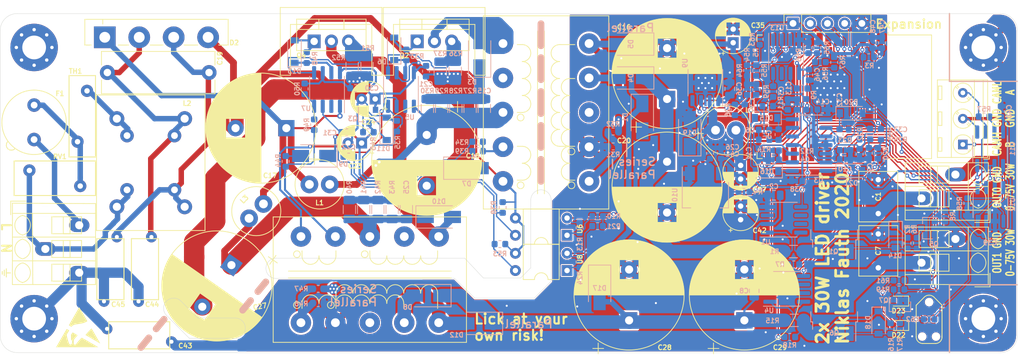
<source format=kicad_pcb>
(kicad_pcb (version 20171130) (host pcbnew "(5.1.5)-3")
  (layers (0 F.Cu signal) (31 B.Cu signal) (34 B.Paste user hide) (35 F.Paste user hide) (36 B.SilkS user) (37 F.SilkS user hide) (38 B.Mask user) (39 F.Mask user hide) (44 Edge.Cuts user))
  (net 0 "")
  (net 1 +3V3)
  (net 2 +5V)
  (net 3 "Net-(C6-Pad2)")
  (net 4 HT)
  (net 5 GND)
  (net 6 "Net-(C16-Pad1)")
  (net 7 "Net-(D4-Pad2)")
  (net 8 IO0)
  (net 9 "Net-(Q2-Pad3)")
  (net 10 EN)
  (net 11 WS2812)
  (net 12 "Net-(U2-Pad32)")
  (net 13 "Net-(U2-Pad22)")
  (net 14 "Net-(U2-Pad21)")
  (net 15 "Net-(U2-Pad20)")
  (net 16 "Net-(U2-Pad19)")
  (net 17 "Net-(U2-Pad18)")
  (net 18 "Net-(U2-Pad17)")
  (net 19 I2S0_WS)
  (net 20 I2S0_DCLK)
  (net 21 I2S0_DOUT)
  (net 22 Earth)
  (net 23 "Net-(C23-Pad1)")
  (net 24 VDDF)
  (net 25 "Net-(C28-Pad1)")
  (net 26 "Net-(D6-Pad2)")
  (net 27 "Net-(Q4-Pad3)")
  (net 28 "Net-(D13-Pad2)")
  (net 29 "Net-(R34-Pad1)")
  (net 30 "Net-(C22-Pad1)")
  (net 31 "Net-(D11-Pad1)")
  (net 32 "Net-(R49-Pad1)")
  (net 33 "Net-(C31-Pad1)")
  (net 34 "Net-(D5-Pad2)")
  (net 35 "Net-(R31-Pad1)")
  (net 36 AUX0)
  (net 37 "Net-(D12-Pad2)")
  (net 38 "Net-(D8-Pad2)")
  (net 39 "Net-(R46-Pad1)")
  (net 40 AUX1)
  (net 41 "Net-(D6-Pad1)")
  (net 42 "Net-(D13-Pad1)")
  (net 43 "Net-(D7-Pad2)")
  (net 44 "Net-(D9-Pad2)")
  (net 45 "Net-(L2-Pad1)")
  (net 46 "Net-(F1-Pad1)")
  (net 47 "Net-(C1-Pad1)")
  (net 48 "Net-(C3-Pad1)")
  (net 49 USNS0)
  (net 50 "Net-(C5-Pad2)")
  (net 51 "Net-(C5-Pad1)")
  (net 52 "Net-(C7-Pad1)")
  (net 53 "Net-(C9-Pad1)")
  (net 54 USNS1)
  (net 55 "Net-(C32-Pad2)")
  (net 56 "Net-(C32-Pad1)")
  (net 57 "Net-(C33-Pad2)")
  (net 58 "Net-(C34-Pad2)")
  (net 59 VDD)
  (net 60 "Net-(D14-Pad2)")
  (net 61 "Net-(D14-Pad1)")
  (net 62 "Net-(D15-Pad2)")
  (net 63 "Net-(D16-Pad1)")
  (net 64 "Net-(D18-Pad2)")
  (net 65 "Net-(D18-Pad1)")
  (net 66 "Net-(D19-Pad1)")
  (net 67 "Net-(D20-Pad2)")
  (net 68 "Net-(D21-Pad1)")
  (net 69 "Net-(Q5-Pad3)")
  (net 70 "Net-(Q5-Pad1)")
  (net 71 "Net-(Q7-Pad3)")
  (net 72 "Net-(Q7-Pad1)")
  (net 73 EN0)
  (net 74 ISNS0)
  (net 75 "Net-(R10-Pad2)")
  (net 76 EN1)
  (net 77 ISNS1)
  (net 78 "Net-(R21-Pad2)")
  (net 79 "Net-(U1-Pad7)")
  (net 80 "Net-(U1-Pad6)")
  (net 81 "Net-(U1-Pad3)")
  (net 82 USET1)
  (net 83 ISET1)
  (net 84 USET0)
  (net 85 ISET0)
  (net 86 "Net-(U4-Pad7)")
  (net 87 "Net-(U4-Pad6)")
  (net 88 "Net-(U4-Pad3)")
  (net 89 /smps/SN0)
  (net 90 /smps/HT0)
  (net 91 /smps/AC2)
  (net 92 /smps/AC1)
  (net 93 /smps/SN1)
  (net 94 /smps/HT1)
  (net 95 /smps/SW0)
  (net 96 /smps/SW1)
  (net 97 /smps/L)
  (net 98 /smps/N)
  (net 99 "Net-(J4-Pad3)")
  (net 100 "Net-(J4-Pad1)")
  (net 101 "Net-(R58-Pad1)")
  (net 102 "Net-(U2-Pad26)")
  (net 103 "Net-(U2-Pad23)")
  (net 104 "Net-(U2-Pad12)")
  (net 105 COMM_TX)
  (net 106 COMM_DE)
  (net 107 COMM_RX)
  (net 108 "Net-(U12-Pad5)")
  (net 109 "Net-(R59-Pad1)")
  (net 110 "Net-(R60-Pad1)")
  (net 111 "Net-(U13-Pad7)")
  (net 112 "Net-(P1-Pad4)")
  (net 113 "Net-(P1-Pad3)")
  (net 114 "Net-(J5-Pad4)")
  (net 115 "Net-(J5-Pad3)")
  (net 116 "Net-(J5-Pad2)")
  (net 117 "Net-(U2-Pad5)")
  (net 118 "Net-(U2-Pad4)")
  (net 119 "Net-(D22-Pad2)")
  (net 120 "Net-(D23-Pad2)")
  (net 121 "Net-(P1-Pad1)")
  (net 122 "Net-(C11-Pad1)")
  (net 123 "Net-(C12-Pad1)")
  (module Resistor_SMD:R_0603_1608Metric (layer B.Cu) (at 220.95 57.15 180)
    (fp_text reference R56 (at -0.75 -1.7 90) (layer B.SilkS) (effects (font (size 0.7 0.7)) (justify mirror)))
    (fp_text value 100)
    (pad 2 smd roundrect (at 0.7875 0 180) (size 0.875 0.95) (layers B.Cu B.Paste B.Mask) (net 82 USET1))
    (pad 1 smd roundrect (at -0.7875 0 180) (size 0.875 0.95) (layers B.Cu B.Paste B.Mask) (net 123 "Net-(C12-Pad1)"))
  )
  (module Resistor_SMD:R_0603_1608Metric (layer B.Cu) (at 211.5 58.4 90)
    (fp_text reference R55 (at 0 1.2 90) (layer B.SilkS) (effects (font (size 0.7 0.7)) (justify mirror)))
    (fp_text value 100)
    (pad 2 smd roundrect (at 0.7875 0 90) (size 0.875 0.95) (layers B.Cu B.Paste B.Mask) (net 84 USET0))
    (pad 1 smd roundrect (at -0.7875 0 90) (size 0.875 0.95) (layers B.Cu B.Paste B.Mask) (net 122 "Net-(C11-Pad1)"))
  )
  (module Resistor_SMD:R_0603_1608Metric (layer B.Cu) (at 219.2 55.05 270)
    (fp_text reference R66 (at 1.05 1.43 90) (layer B.SilkS) (effects (font (size 0.7 0.7)) (justify mirror)))
    (fp_text value 1k)
    (pad 2 smd roundrect (at 0.7875 0 270) (size 0.875 0.95) (layers B.Cu B.Paste B.Mask) (net 82 USET1))
    (pad 1 smd roundrect (at -0.7875 0 270) (size 0.875 0.95) (layers B.Cu B.Paste B.Mask) (net 22 Earth))
  )
  (module Resistor_SMD:R_0603_1608Metric (layer B.Cu) (at 220.5 55.05 90)
    (fp_text reference R65 (at 0 1.43 90) (layer B.SilkS) (effects (font (size 0.7 0.7)) (justify mirror)))
    (fp_text value 10k)
    (pad 2 smd roundrect (at 0.7875 0 90) (size 0.875 0.95) (layers B.Cu B.Paste B.Mask) (net 1 +3V3))
    (pad 1 smd roundrect (at -0.7875 0 90) (size 0.875 0.95) (layers B.Cu B.Paste B.Mask) (net 82 USET1))
  )
  (module Capacitor_SMD:C_0603_1608Metric (layer B.Cu) (at 226.75 70.75 270)
    (fp_text reference C12 hide)
    (fp_text value 100n)
    (pad 2 smd roundrect (at 0.7875 0 270) (size 0.875 0.95) (layers B.Cu B.Paste B.Mask) (net 22 Earth))
    (pad 1 smd roundrect (at -0.7875 0 270) (size 0.875 0.95) (layers B.Cu B.Paste B.Mask) (net 123 "Net-(C12-Pad1)"))
  )
  (module Capacitor_SMD:C_0603_1608Metric (layer B.Cu) (at 211.85 70.65 270)
    (fp_text reference C11 (at 0 1.43 90) (layer B.SilkS) (effects (font (size 0.7 0.7)) (justify mirror)))
    (fp_text value 100n)
    (pad 2 smd roundrect (at 0.7875 0 270) (size 0.875 0.95) (layers B.Cu B.Paste B.Mask) (net 22 Earth))
    (pad 1 smd roundrect (at -0.7875 0 270) (size 0.875 0.95) (layers B.Cu B.Paste B.Mask) (net 122 "Net-(C11-Pad1)"))
  )
  (module Resistor_SMD:R_0603_1608Metric (layer B.Cu) (at 229.9 67.8 90)
    (fp_text reference R68 (at 0.1 1.4 90) (layer B.SilkS) (effects (font (size 0.7 0.7)) (justify mirror)))
    (fp_text value 4k7)
    (pad 2 smd roundrect (at 0.7875 0 90) (size 0.875 0.95) (layers B.Cu B.Paste B.Mask) (net 1 +3V3))
    (pad 1 smd roundrect (at -0.7875 0 90) (size 0.875 0.95) (layers B.Cu B.Paste B.Mask) (net 53 "Net-(C9-Pad1)"))
  )
  (module Resistor_SMD:R_0603_1608Metric (layer B.Cu) (at 223 57.2 90)
    (fp_text reference R67 (at 0 1.25 90) (layer B.SilkS) (effects (font (size 0.7 0.7)) (justify mirror)))
    (fp_text value 4k7)
    (pad 2 smd roundrect (at 0.7875 0 90) (size 0.875 0.95) (layers B.Cu B.Paste B.Mask) (net 1 +3V3))
    (pad 1 smd roundrect (at -0.7875 0 90) (size 0.875 0.95) (layers B.Cu B.Paste B.Mask) (net 48 "Net-(C3-Pad1)"))
  )
  (module Resistor_SMD:R_0603_1608Metric (layer B.Cu) (at 210.15 58.4 90)
    (fp_text reference R64 (at 0 -1.1 90) (layer B.SilkS) (effects (font (size 0.7 0.7)) (justify mirror)))
    (fp_text value 1k)
    (pad 2 smd roundrect (at 0.7875 0 90) (size 0.875 0.95) (layers B.Cu B.Paste B.Mask) (net 84 USET0))
    (pad 1 smd roundrect (at -0.7875 0 90) (size 0.875 0.95) (layers B.Cu B.Paste B.Mask) (net 22 Earth))
  )
  (module Resistor_SMD:R_0603_1608Metric (layer B.Cu) (at 212 53.8 90)
    (fp_text reference R63 (at 0 -1.1 90) (layer B.SilkS) (effects (font (size 0.7 0.7)) (justify mirror)))
    (fp_text value 10k)
    (pad 2 smd roundrect (at 0.7875 0 90) (size 0.875 0.95) (layers B.Cu B.Paste B.Mask) (net 1 +3V3))
    (pad 1 smd roundrect (at -0.7875 0 90) (size 0.875 0.95) (layers B.Cu B.Paste B.Mask) (net 84 USET0))
  )
  (module Symbol:ESD-Logo_6.6x6mm_SilkScreen (layer F.Cu) (at 111.5 96.25)
    (fp_text reference REF** hide)
    (fp_text value ESD-Logo_6.6x6mm_SilkScreen hide)
  )
  (module Resistor_SMD:R_0603_1608Metric (layer B.Cu) (at 237 95.1 180)
    (fp_text reference R62 (at 2.4 0) (layer B.SilkS) (effects (font (size 0.7 0.7)) (justify mirror)))
    (fp_text value 1k)
    (pad 2 smd roundrect (at 0.7875 0 180) (size 0.875 0.95) (layers B.Cu B.Paste B.Mask) (net 120 "Net-(D23-Pad2)"))
    (pad 1 smd roundrect (at -0.7875 0 180) (size 0.875 0.95) (layers B.Cu B.Paste B.Mask) (net 73 EN0))
  )
  (module Resistor_SMD:R_0603_1608Metric (layer B.Cu) (at 232.55 89.35 180)
    (fp_text reference R61 (at 2.35 -0.05) (layer B.SilkS) (effects (font (size 0.7 0.7)) (justify mirror)))
    (fp_text value 1k)
    (pad 2 smd roundrect (at 0.7875 0 180) (size 0.875 0.95) (layers B.Cu B.Paste B.Mask) (net 119 "Net-(D22-Pad2)"))
    (pad 1 smd roundrect (at -0.7875 0 180) (size 0.875 0.95) (layers B.Cu B.Paste B.Mask) (net 76 EN1))
  )
  (module LED_SMD:LED_0603_1608Metric (layer F.Cu) (at 232.5 92.409999 180)
    (fp_text reference D23 (at 0 -1.43) (layer F.SilkS) (effects (font (size 0.7 0.7))))
    (fp_text value LED)
    (pad 2 smd roundrect (at 0.7875 0 180) (size 0.875 0.95) (layers F.Cu F.Paste F.Mask) (net 120 "Net-(D23-Pad2)"))
    (pad 1 smd roundrect (at -0.7875 0 180) (size 0.875 0.95) (layers F.Cu F.Paste F.Mask) (net 22 Earth))
  )
  (module LED_SMD:LED_0603_1608Metric (layer F.Cu) (at 232.5 96 180)
    (fp_text reference D22 (at 0 -1.43) (layer F.SilkS) (effects (font (size 0.7 0.7))))
    (fp_text value LED)
    (pad 2 smd roundrect (at 0.7875 0 180) (size 0.875 0.95) (layers F.Cu F.Paste F.Mask) (net 119 "Net-(D22-Pad2)"))
    (pad 1 smd roundrect (at -0.7875 0 180) (size 0.875 0.95) (layers F.Cu F.Paste F.Mask) (net 22 Earth))
  )
  (module Connector_PinSocket_2.54mm:PinSocket_1x05_P2.54mm_Vertical (layer F.Cu) (at 216.925 51.45 90)
    (fp_text reference J5 hide)
    (fp_text value Expansion)
    (pad 5 thru_hole oval (at 0 10.16 90) (size 1.7 1.7) (drill 1) (layers *.Cu *.Mask) (net 22 Earth))
    (pad 4 thru_hole oval (at 0 7.62 90) (size 1.7 1.7) (drill 1) (layers *.Cu *.Mask) (net 114 "Net-(J5-Pad4)"))
    (pad 3 thru_hole oval (at 0 5.08 90) (size 1.7 1.7) (drill 1) (layers *.Cu *.Mask) (net 115 "Net-(J5-Pad3)"))
    (pad 2 thru_hole oval (at 0 2.54 90) (size 1.7 1.7) (drill 1) (layers *.Cu *.Mask) (net 116 "Net-(J5-Pad2)"))
    (pad 1 thru_hole rect (at 0 0 90) (size 1.7 1.7) (drill 1) (layers *.Cu *.Mask) (net 1 +3V3))
  )
  (module otter:TC2030 (layer F.Cu) (at 237 95.1 270)
    (fp_text reference P1 hide)
    (fp_text value TC2030-CTX-Tag-Connect-ESP32 hide)
    (pad "" np_thru_hole circle (at 2.54 1.016 270) (size 0.98552 0.98552) (drill 0.98552) (layers *.Cu *.Mask F.SilkS))
    (pad "" np_thru_hole circle (at 2.54 -1.016 270) (size 0.98552 0.98552) (drill 0.98552) (layers *.Cu *.Mask F.SilkS))
    (pad "" np_thru_hole circle (at -2.54 0 270) (size 0.98806 0.98806) (drill 0.98806) (layers *.Cu *.Mask F.SilkS))
    (pad 6 connect circle (at 1.27 -0.635 270) (size 0.78486 0.78486) (layers F.Cu F.Mask) (net 10 EN))
    (pad 5 connect circle (at 1.27 0.635 270) (size 0.78486 0.78486) (layers F.Cu F.Mask) (net 22 Earth))
    (pad 4 connect circle (at 0 -0.635 270) (size 0.78486 0.78486) (layers F.Cu F.Mask) (net 112 "Net-(P1-Pad4)"))
    (pad 3 connect circle (at 0 0.635 270) (size 0.78486 0.78486) (layers F.Cu F.Mask) (net 113 "Net-(P1-Pad3)"))
    (pad 2 connect circle (at -1.27 -0.635 270) (size 0.78486 0.78486) (layers F.Cu F.Mask) (net 8 IO0))
    (pad 1 connect circle (at -1.27 0.635 270) (size 0.78486 0.78486) (layers F.Cu F.Mask) (net 121 "Net-(P1-Pad1)"))
  )
  (module Capacitor_SMD:C_0603_1608Metric (layer B.Cu) (at 228.65 54.3 90)
    (fp_text reference C48 (at 2.4 0.05 90) (layer B.SilkS) (effects (font (size 0.7 0.7)) (justify mirror)))
    (fp_text value 10u)
    (pad 2 smd roundrect (at 0.7875 0 90) (size 0.875 0.95) (layers B.Cu B.Paste B.Mask) (net 22 Earth))
    (pad 1 smd roundrect (at -0.7875 0 90) (size 0.875 0.95) (layers B.Cu B.Paste B.Mask) (net 1 +3V3))
  )
  (module Capacitor_SMD:C_0603_1608Metric (layer B.Cu) (at 230.05 54.3 90)
    (fp_text reference C47 (at 2.4 0.05 90) (layer B.SilkS) (effects (font (size 0.7 0.7)) (justify mirror)))
    (fp_text value 100n)
    (pad 2 smd roundrect (at 0.7875 0 90) (size 0.875 0.95) (layers B.Cu B.Paste B.Mask) (net 22 Earth))
    (pad 1 smd roundrect (at -0.7875 0 90) (size 0.875 0.95) (layers B.Cu B.Paste B.Mask) (net 1 +3V3))
  )
  (module Capacitor_SMD:C_0603_1608Metric (layer B.Cu) (at 219.3 59.05 270)
    (fp_text reference C46 (at -0.05 -1.2 90) (layer B.SilkS) (effects (font (size 0.7 0.7)) (justify mirror)))
    (fp_text value 100n)
    (pad 2 smd roundrect (at 0.7875 0 270) (size 0.875 0.95) (layers B.Cu B.Paste B.Mask) (net 22 Earth))
    (pad 1 smd roundrect (at -0.7875 0 270) (size 0.875 0.95) (layers B.Cu B.Paste B.Mask) (net 2 +5V))
  )
  (module Package_SO:SOIC-8_3.9x4.9mm_P1.27mm (layer B.Cu) (at 215.9 56.35 270)
    (fp_text reference U13 (at -4.25 1.3 180) (layer B.SilkS) (effects (font (size 0.7 0.7)) (justify mirror)))
    (fp_text value TM8211)
    (pad 8 smd roundrect (at 2.475 1.905 270) (size 1.95 0.6) (layers B.Cu B.Paste B.Mask) (net 109 "Net-(R59-Pad1)"))
    (pad 7 smd roundrect (at 2.475 0.635 270) (size 1.95 0.6) (layers B.Cu B.Paste B.Mask) (net 111 "Net-(U13-Pad7)"))
    (pad 6 smd roundrect (at 2.475 -0.635 270) (size 1.95 0.6) (layers B.Cu B.Paste B.Mask) (net 110 "Net-(R60-Pad1)"))
    (pad 5 smd roundrect (at 2.475 -1.905 270) (size 1.95 0.6) (layers B.Cu B.Paste B.Mask) (net 2 +5V))
    (pad 4 smd roundrect (at -2.475 -1.905 270) (size 1.95 0.6) (layers B.Cu B.Paste B.Mask) (net 22 Earth))
    (pad 3 smd roundrect (at -2.475 -0.635 270) (size 1.95 0.6) (layers B.Cu B.Paste B.Mask) (net 21 I2S0_DOUT))
    (pad 2 smd roundrect (at -2.475 0.635 270) (size 1.95 0.6) (layers B.Cu B.Paste B.Mask) (net 19 I2S0_WS))
    (pad 1 smd roundrect (at -2.475 1.905 270) (size 1.95 0.6) (layers B.Cu B.Paste B.Mask) (net 20 I2S0_DCLK))
  )
  (module Resistor_SMD:R_0603_1608Metric (layer B.Cu) (at 218.25 61.05)
    (fp_text reference R60 hide)
    (fp_text value 100)
    (pad 2 smd roundrect (at 0.7875 0) (size 0.875 0.95) (layers B.Cu B.Paste B.Mask) (net 83 ISET1))
    (pad 1 smd roundrect (at -0.7875 0) (size 0.875 0.95) (layers B.Cu B.Paste B.Mask) (net 110 "Net-(R60-Pad1)"))
  )
  (module Resistor_SMD:R_0603_1608Metric (layer B.Cu) (at 214 61.5 270)
    (fp_text reference R59 (at 0 1 90) (layer B.SilkS) (effects (font (size 0.7 0.7)) (justify mirror)))
    (fp_text value 100)
    (pad 2 smd roundrect (at 0.7875 0 270) (size 0.875 0.95) (layers B.Cu B.Paste B.Mask) (net 85 ISET0))
    (pad 1 smd roundrect (at -0.7875 0 270) (size 0.875 0.95) (layers B.Cu B.Paste B.Mask) (net 109 "Net-(R59-Pad1)"))
  )
  (module Capacitor_SMD:C_0603_1608Metric (layer B.Cu) (at 221.3 64.15)
    (fp_text reference C14 (at 0 -1.15) (layer B.SilkS) (effects (font (size 0.7 0.7)) (justify mirror)))
    (fp_text value 100n)
    (pad 2 smd roundrect (at 0.7875 0) (size 0.875 0.95) (layers B.Cu B.Paste B.Mask) (net 22 Earth))
    (pad 1 smd roundrect (at -0.7875 0) (size 0.875 0.95) (layers B.Cu B.Paste B.Mask) (net 83 ISET1))
  )
  (module Capacitor_SMD:C_0603_1608Metric (layer B.Cu) (at 217.5 63.4 270)
    (fp_text reference C13 (at -2.4 1.2 90) (layer B.SilkS) (effects (font (size 0.7 0.7)) (justify mirror)))
    (fp_text value 100n)
    (pad 2 smd roundrect (at 0.7875 0 270) (size 0.875 0.95) (layers B.Cu B.Paste B.Mask) (net 85 ISET0))
    (pad 1 smd roundrect (at -0.7875 0 270) (size 0.875 0.95) (layers B.Cu B.Paste B.Mask) (net 22 Earth))
  )
  (module Resistor_SMD:R_0603_1608Metric (layer B.Cu) (at 185.45 86.65 90)
    (fp_text reference R24 (at -2.35 0.05 90) (layer B.SilkS) (effects (font (size 0.7 0.7)) (justify mirror)))
    (fp_text value DNP)
    (pad 2 smd roundrect (at 0.7875 0 90) (size 0.875 0.95) (layers B.Cu B.Paste B.Mask) (net 67 "Net-(D20-Pad2)"))
    (pad 1 smd roundrect (at -0.7875 0 90) (size 0.875 0.95) (layers B.Cu B.Paste B.Mask) (net 78 "Net-(R21-Pad2)"))
  )
  (module Resistor_SMD:R_0603_1608Metric (layer B.Cu) (at 188.1 79.9 180)
    (fp_text reference R10 (at -2.4 0) (layer B.SilkS) (effects (font (size 0.7 0.7)) (justify mirror)))
    (fp_text value 1k)
    (pad 2 smd roundrect (at 0.7875 0 180) (size 0.875 0.95) (layers B.Cu B.Paste B.Mask) (net 75 "Net-(R10-Pad2)"))
    (pad 1 smd roundrect (at -0.7875 0 180) (size 0.875 0.95) (layers B.Cu B.Paste B.Mask) (net 2 +5V))
  )
  (module Resistor_SMD:R_0603_1608Metric (layer B.Cu) (at 210.15 61.2 90)
    (fp_text reference R54 (at 5.15 0 90) (layer B.SilkS) (effects (font (size 0.7 0.7)) (justify mirror)))
    (fp_text value 3k3)
    (pad 2 smd roundrect (at 0.7875 0 90) (size 0.875 0.95) (layers B.Cu B.Paste B.Mask) (net 22 Earth))
    (pad 1 smd roundrect (at -0.7875 0 90) (size 0.875 0.95) (layers B.Cu B.Paste B.Mask) (net 58 "Net-(C34-Pad2)"))
  )
  (module Resistor_SMD:R_0603_1608Metric (layer B.Cu) (at 208.35 64.2 90)
    (fp_text reference R26 (at 0 -1.05 90) (layer B.SilkS) (effects (font (size 0.7 0.7)) (justify mirror)))
    (fp_text value 10k)
    (pad 2 smd roundrect (at 0.7875 0 90) (size 0.875 0.95) (layers B.Cu B.Paste B.Mask) (net 58 "Net-(C34-Pad2)"))
    (pad 1 smd roundrect (at -0.7875 0 90) (size 0.875 0.95) (layers B.Cu B.Paste B.Mask) (net 2 +5V))
  )
  (module Resistor_SMD:R_0603_1608Metric (layer B.Cu) (at 188.1 81.35 180)
    (fp_text reference R21 (at -2.4 -0.05) (layer B.SilkS) (effects (font (size 0.7 0.7)) (justify mirror)))
    (fp_text value 1k)
    (pad 2 smd roundrect (at 0.7875 0 180) (size 0.875 0.95) (layers B.Cu B.Paste B.Mask) (net 78 "Net-(R21-Pad2)"))
    (pad 1 smd roundrect (at -0.7875 0 180) (size 0.875 0.95) (layers B.Cu B.Paste B.Mask) (net 2 +5V))
  )
  (module Resistor_SMD:R_0603_1608Metric (layer B.Cu) (at 185.45 81.6 90)
    (fp_text reference R13 (at -2.4 0.05 90) (layer B.SilkS) (effects (font (size 0.7 0.7)) (justify mirror)))
    (fp_text value DNP)
    (pad 2 smd roundrect (at 0.7875 0 90) (size 0.875 0.95) (layers B.Cu B.Paste B.Mask) (net 62 "Net-(D15-Pad2)"))
    (pad 1 smd roundrect (at -0.7875 0 90) (size 0.875 0.95) (layers B.Cu B.Paste B.Mask) (net 75 "Net-(R10-Pad2)"))
  )
  (module Resistor_SMD:R_0603_1608Metric (layer B.Cu) (at 211.5 61.2 90)
    (fp_text reference R5 (at 5.45 -0.05 90) (layer B.SilkS) (effects (font (size 0.7 0.7)) (justify mirror)))
    (fp_text value 47k)
    (pad 2 smd roundrect (at 0.7875 0 90) (size 0.875 0.95) (layers B.Cu B.Paste B.Mask) (net 22 Earth))
    (pad 1 smd roundrect (at -0.7875 0 90) (size 0.875 0.95) (layers B.Cu B.Paste B.Mask) (net 11 WS2812))
  )
  (module Resistor_SMD:R_0603_1608Metric (layer B.Cu) (at 209.7 76.3 180)
    (fp_text reference R4 (at -2.1 0) (layer B.SilkS) (effects (font (size 0.7 0.7)) (justify mirror)))
    (fp_text value 47k)
    (pad 2 smd roundrect (at 0.7875 0 180) (size 0.875 0.95) (layers B.Cu B.Paste B.Mask) (net 1 +3V3))
    (pad 1 smd roundrect (at -0.7875 0 180) (size 0.875 0.95) (layers B.Cu B.Paste B.Mask) (net 8 IO0))
  )
  (module Resistor_SMD:R_0603_1608Metric (layer B.Cu) (at 228.1 56.45 180)
    (fp_text reference R3 (at -0.1 -1.25) (layer B.SilkS) (effects (font (size 0.7 0.7)) (justify mirror)))
    (fp_text value 47k)
    (pad 2 smd roundrect (at 0.7875 0 180) (size 0.875 0.95) (layers B.Cu B.Paste B.Mask) (net 10 EN))
    (pad 1 smd roundrect (at -0.7875 0 180) (size 0.875 0.95) (layers B.Cu B.Paste B.Mask) (net 1 +3V3))
  )
  (module Varistor:RV_Disc_D9mm_W4mm_P5mm (layer F.Cu) (at 117.2 85.2 270)
    (fp_text reference C45 (at 7.7 -0.2) (layer F.SilkS) (effects (font (size 0.7 0.7))))
    (fp_text value 2.2n)
    (pad 2 thru_hole circle (at 7.25 1.9 270) (size 1.6 1.6) (drill 0.6) (layers *.Cu *.Mask) (net 22 Earth))
    (pad 1 thru_hole circle (at -2.25 0 270) (size 1.6 1.6) (drill 0.6) (layers *.Cu *.Mask) (net 91 /smps/AC2))
  )
  (module Varistor:RV_Disc_D9mm_W4mm_P5mm (layer F.Cu) (at 123 98.4 180)
    (fp_text reference C43 (at -4.3 -0.6) (layer F.SilkS) (effects (font (size 0.7 0.7))))
    (fp_text value 2.2n)
    (pad 2 thru_hole circle (at 7.25 1.9 180) (size 1.6 1.6) (drill 0.6) (layers *.Cu *.Mask) (net 22 Earth))
    (pad 1 thru_hole circle (at -2.25 0 180) (size 1.6 1.6) (drill 0.6) (layers *.Cu *.Mask) (net 22 Earth))
  )
  (module Varistor:RV_Disc_D9mm_W4mm_P5mm (layer F.Cu) (at 122.3 85.2 270)
    (fp_text reference C44 (at 7.7 -0.1) (layer F.SilkS) (effects (font (size 0.7 0.7))))
    (fp_text value 2.2n)
    (pad 2 thru_hole circle (at 7.25 1.9 270) (size 1.6 1.6) (drill 0.6) (layers *.Cu *.Mask) (net 22 Earth))
    (pad 1 thru_hole circle (at -2.25 0 270) (size 1.6 1.6) (drill 0.6) (layers *.Cu *.Mask) (net 92 /smps/AC1))
  )
  (module Package_SO:SOIC-8_3.9x4.9mm_P1.27mm (layer B.Cu) (at 246.05 78.15 90)
    (fp_text reference U12 (at 0 3.25 90) (layer B.SilkS) (effects (font (size 0.7 0.7)) (justify mirror)))
    (fp_text value TJA1051T)
    (pad 8 smd roundrect (at 2.475 1.905 90) (size 1.95 0.6) (layers B.Cu B.Paste B.Mask) (net 101 "Net-(R58-Pad1)"))
    (pad 7 smd roundrect (at 2.475 0.635 90) (size 1.95 0.6) (layers B.Cu B.Paste B.Mask) (net 100 "Net-(J4-Pad1)"))
    (pad 6 smd roundrect (at 2.475 -0.635 90) (size 1.95 0.6) (layers B.Cu B.Paste B.Mask) (net 99 "Net-(J4-Pad3)"))
    (pad 5 smd roundrect (at 2.475 -1.905 90) (size 1.95 0.6) (layers B.Cu B.Paste B.Mask) (net 108 "Net-(U12-Pad5)"))
    (pad 4 smd roundrect (at -2.475 -1.905 90) (size 1.95 0.6) (layers B.Cu B.Paste B.Mask) (net 107 COMM_RX))
    (pad 3 smd roundrect (at -2.475 -0.635 90) (size 1.95 0.6) (layers B.Cu B.Paste B.Mask) (net 2 +5V))
    (pad 2 smd roundrect (at -2.475 0.635 90) (size 1.95 0.6) (layers B.Cu B.Paste B.Mask) (net 22 Earth))
    (pad 1 smd roundrect (at -2.475 1.905 90) (size 1.95 0.6) (layers B.Cu B.Paste B.Mask) (net 105 COMM_TX))
  )
  (module Package_SO:SOIC-8_3.9x4.9mm_P1.27mm (layer B.Cu) (at 246 69.95 90)
    (fp_text reference U11 (at 0 3.3 90) (layer B.SilkS) (effects (font (size 0.7 0.7)) (justify mirror)))
    (fp_text value MAX485E)
    (pad 8 smd roundrect (at 2.475 1.905 90) (size 1.95 0.6) (layers B.Cu B.Paste B.Mask) (net 2 +5V))
    (pad 7 smd roundrect (at 2.475 0.635 90) (size 1.95 0.6) (layers B.Cu B.Paste B.Mask) (net 100 "Net-(J4-Pad1)"))
    (pad 6 smd roundrect (at 2.475 -0.635 90) (size 1.95 0.6) (layers B.Cu B.Paste B.Mask) (net 99 "Net-(J4-Pad3)"))
    (pad 5 smd roundrect (at 2.475 -1.905 90) (size 1.95 0.6) (layers B.Cu B.Paste B.Mask) (net 22 Earth))
    (pad 4 smd roundrect (at -2.475 -1.905 90) (size 1.95 0.6) (layers B.Cu B.Paste B.Mask) (net 105 COMM_TX))
    (pad 3 smd roundrect (at -2.475 -0.635 90) (size 1.95 0.6) (layers B.Cu B.Paste B.Mask) (net 106 COMM_DE))
    (pad 2 smd roundrect (at -2.475 0.635 90) (size 1.95 0.6) (layers B.Cu B.Paste B.Mask) (net 106 COMM_DE))
    (pad 1 smd roundrect (at -2.475 1.905 90) (size 1.95 0.6) (layers B.Cu B.Paste B.Mask) (net 107 COMM_RX))
  )
  (module Resistor_SMD:R_0603_1608Metric (layer B.Cu) (at 242.65 78.012499 270)
    (fp_text reference R58 (at -0.012499 1.15 90) (layer B.SilkS) (effects (font (size 0.7 0.7)) (justify mirror)))
    (fp_text value TBD)
    (pad 2 smd roundrect (at 0.7875 0 270) (size 0.875 0.95) (layers B.Cu B.Paste B.Mask) (net 22 Earth))
    (pad 1 smd roundrect (at -0.7875 0 270) (size 0.875 0.95) (layers B.Cu B.Paste B.Mask) (net 101 "Net-(R58-Pad1)"))
  )
  (module Resistor_SMD:R_0603_1608Metric (layer B.Cu) (at 245.1 65.2 180)
    (fp_text reference R57 (at 0 1.1) (layer B.SilkS) (effects (font (size 0.7 0.7)) (justify mirror)))
    (fp_text value 120)
    (pad 2 smd roundrect (at 0.7875 0 180) (size 0.875 0.95) (layers B.Cu B.Paste B.Mask) (net 99 "Net-(J4-Pad3)"))
    (pad 1 smd roundrect (at -0.7875 0 180) (size 0.875 0.95) (layers B.Cu B.Paste B.Mask) (net 100 "Net-(J4-Pad1)"))
  )
  (module Resistor_SMD:R_0603_1608Metric (layer B.Cu) (at 214.05 70.2)
    (fp_text reference R12 (at 4.95 0.1) (layer B.SilkS) (effects (font (size 0.7 0.7)) (justify mirror)))
    (fp_text value 4k7)
    (pad 2 smd roundrect (at 0.7875 0) (size 0.875 0.95) (layers B.Cu B.Paste B.Mask) (net 49 USNS0))
    (pad 1 smd roundrect (at -0.7875 0) (size 0.875 0.95) (layers B.Cu B.Paste B.Mask) (net 22 Earth))
  )
  (module Capacitor_SMD:C_0805_2012Metric (layer B.Cu) (at 207.6 61.1 90)
    (fp_text reference C36 (at 0 1.4 90) (layer B.SilkS) (effects (font (size 0.7 0.7)) (justify mirror)))
    (fp_text value 100n)
    (pad 2 smd roundrect (at 0.9375 0 90) (size 0.975 1.4) (layers B.Cu B.Paste B.Mask) (net 22 Earth))
    (pad 1 smd roundrect (at -0.9375 0 90) (size 0.975 1.4) (layers B.Cu B.Paste B.Mask) (net 59 VDD))
  )
  (module Resistor_SMD:R_0603_1608Metric (layer B.Cu) (at 173.7 84)
    (fp_text reference R53 (at 0 1.43) (layer B.SilkS) (effects (font (size 0.7 0.7)) (justify mirror)))
    (fp_text value 30k)
    (pad 2 smd roundrect (at 0.7875 0) (size 0.875 0.95) (layers B.Cu B.Paste B.Mask) (net 5 GND))
    (pad 1 smd roundrect (at -0.7875 0) (size 0.875 0.95) (layers B.Cu B.Paste B.Mask) (net 33 "Net-(C31-Pad1)"))
  )
  (module Resistor_SMD:R_0603_1608Metric (layer B.Cu) (at 174.1 78.6 90)
    (fp_text reference R38 (at 0 -1.3 90) (layer B.SilkS) (effects (font (size 0.7 0.7)) (justify mirror)))
    (fp_text value 30k)
    (pad 2 smd roundrect (at 0.7875 0 90) (size 0.875 0.95) (layers B.Cu B.Paste B.Mask) (net 5 GND))
    (pad 1 smd roundrect (at -0.7875 0 90) (size 0.875 0.95) (layers B.Cu B.Paste B.Mask) (net 30 "Net-(C22-Pad1)"))
  )
  (module TerminalBlock_MetzConnect:TerminalBlock_MetzConnect_Type086_RT03403HBLC_1x03_P3.81mm_Horizontal (layer F.Cu) (at 241.975 69.31 90)
    (fp_text reference J4 hide)
    (fp_text value Screw_Terminal_01x03)
    (pad 3 thru_hole circle (at 7.62 0 90) (size 1.4 1.4) (drill 0.7) (layers *.Cu *.Mask) (net 99 "Net-(J4-Pad3)"))
    (pad 2 thru_hole circle (at 3.81 0 90) (size 1.4 1.4) (drill 0.7) (layers *.Cu *.Mask) (net 22 Earth))
    (pad 1 thru_hole rect (at 0 0 90) (size 1.4 1.4) (drill 0.7) (layers *.Cu *.Mask) (net 100 "Net-(J4-Pad1)"))
  )
  (module Package_TO_SOT_SMD:TO-252-2 (layer B.Cu) (at 223 93 90)
    (fp_text reference Q6 (at -4.1 0 180) (layer B.SilkS) (effects (font (size 0.7 0.7)) (justify mirror)))
    (fp_text value NCE01P18K)
    (pad 2 smd rect (at 2.1 0 90) (size 6.4 5.8) (layers B.Cu B.Mask) (net 52 "Net-(C7-Pad1)"))
    (pad 3 smd rect (at -4.2 -2.28 90) (size 2.2 1.2) (layers B.Cu B.Paste B.Mask) (net 65 "Net-(D18-Pad1)"))
    (pad 1 smd rect (at -4.2 2.28 90) (size 2.2 1.2) (layers B.Cu B.Paste B.Mask) (net 64 "Net-(D18-Pad2)"))
  )
  (module Package_TO_SOT_SMD:TO-252-2 (layer B.Cu) (at 223 80.9 90)
    (fp_text reference Q1 (at -4.2 -0.1 180) (layer B.SilkS) (effects (font (size 0.7 0.7)) (justify mirror)))
    (fp_text value NCE01P18K)
    (pad 2 smd rect (at 2.1 0 90) (size 6.4 5.8) (layers B.Cu B.Mask) (net 47 "Net-(C1-Pad1)"))
    (pad 3 smd rect (at -4.2 -2.28 90) (size 2.2 1.2) (layers B.Cu B.Paste B.Mask) (net 61 "Net-(D14-Pad1)"))
    (pad 1 smd rect (at -4.2 2.28 90) (size 2.2 1.2) (layers B.Cu B.Paste B.Mask) (net 60 "Net-(D14-Pad2)"))
  )
  (module Capacitor_THT:CP_Radial_D16.0mm_P7.50mm (layer F.Cu) (at 134.1 87.1 235)
    (fp_text reference C27 (at 2.587806 -6.939255 190) (layer F.SilkS) (effects (font (size 0.7 0.7))))
    (fp_text value 22u)
    (pad 2 thru_hole circle (at 7.5 0 235) (size 2.4 2.4) (drill 1.2) (layers *.Cu *.Mask) (net 5 GND))
    (pad 1 thru_hole rect (at 0 0 235) (size 2.4 2.4) (drill 1.2) (layers *.Cu *.Mask) (net 94 /smps/HT1))
  )
  (module Resistor_SMD:R_0603_1608Metric (layer B.Cu) (at 146.9 92.7)
    (fp_text reference R46 (at -2.5 0.1) (layer B.SilkS) (effects (font (size 0.7 0.7)) (justify mirror)))
    (fp_text value DNP)
    (pad 2 smd roundrect (at 0.7875 0) (size 0.875 0.95) (layers B.Cu B.Paste B.Mask) (net 22 Earth))
    (pad 1 smd roundrect (at -0.7875 0) (size 0.875 0.95) (layers B.Cu B.Paste B.Mask) (net 39 "Net-(R46-Pad1)"))
  )
  (module Resistor_SMD:R_0603_1608Metric (layer B.Cu) (at 190.4 69.6 180)
    (fp_text reference R31 (at 0 -1.2) (layer B.SilkS) (effects (font (size 0.7 0.7)) (justify mirror)))
    (fp_text value DNP)
    (pad 2 smd roundrect (at 0.7875 0 180) (size 0.875 0.95) (layers B.Cu B.Paste B.Mask) (net 22 Earth))
    (pad 1 smd roundrect (at -0.7875 0 180) (size 0.875 0.95) (layers B.Cu B.Paste B.Mask) (net 35 "Net-(R31-Pad1)"))
  )
  (module Diode_SMD:D_SMA (layer B.Cu) (at 170.7 95.7 180)
    (fp_text reference D12 (at 3.4 -1.7) (layer B.SilkS) (effects (font (size 0.7 0.7)) (justify mirror)))
    (fp_text value DNP)
    (pad 2 smd rect (at 2 0 180) (size 2.5 1.8) (layers B.Cu B.Paste B.Mask) (net 37 "Net-(D12-Pad2)"))
    (pad 1 smd rect (at -2 0 180) (size 2.5 1.8) (layers B.Cu B.Paste B.Mask) (net 25 "Net-(C28-Pad1)"))
  )
  (module Diode_SMD:D_SMA (layer B.Cu) (at 193 54.5 180)
    (fp_text reference D5 (at 0 0 90) (layer B.SilkS) (effects (font (size 0.7 0.7)) (justify mirror)))
    (fp_text value DNP)
    (pad 2 smd rect (at 2 0 180) (size 2.5 1.8) (layers B.Cu B.Paste B.Mask) (net 34 "Net-(D5-Pad2)"))
    (pad 1 smd rect (at -2 0 180) (size 2.5 1.8) (layers B.Cu B.Paste B.Mask) (net 6 "Net-(C16-Pad1)"))
  )
  (module MountingHole:MountingHole_3.5mm_Pad_Via (layer F.Cu) (at 245 55)
    (fp_text reference H4 hide)
    (fp_text value MountingHole_Pad)
    (pad 1 thru_hole circle (at 1.856155 -1.856155) (size 0.8 0.8) (drill 0.5) (layers *.Cu *.Mask) (net 22 Earth))
    (pad 1 thru_hole circle (at 0 -2.625) (size 0.8 0.8) (drill 0.5) (layers *.Cu *.Mask) (net 22 Earth))
    (pad 1 thru_hole circle (at -1.856155 -1.856155) (size 0.8 0.8) (drill 0.5) (layers *.Cu *.Mask) (net 22 Earth))
    (pad 1 thru_hole circle (at -2.625 0) (size 0.8 0.8) (drill 0.5) (layers *.Cu *.Mask) (net 22 Earth))
    (pad 1 thru_hole circle (at -1.856155 1.856155) (size 0.8 0.8) (drill 0.5) (layers *.Cu *.Mask) (net 22 Earth))
    (pad 1 thru_hole circle (at 0 2.625) (size 0.8 0.8) (drill 0.5) (layers *.Cu *.Mask) (net 22 Earth))
    (pad 1 thru_hole circle (at 1.856155 1.856155) (size 0.8 0.8) (drill 0.5) (layers *.Cu *.Mask) (net 22 Earth))
    (pad 1 thru_hole circle (at 2.625 0) (size 0.8 0.8) (drill 0.5) (layers *.Cu *.Mask) (net 22 Earth))
    (pad 1 thru_hole circle (at 0 0) (size 7 7) (drill 3.5) (layers *.Cu *.Mask) (net 22 Earth))
  )
  (module MountingHole:MountingHole_3.5mm_Pad_Via (layer F.Cu) (at 245 95)
    (fp_text reference H3 hide)
    (fp_text value MountingHole_Pad)
    (pad 1 thru_hole circle (at 1.856155 -1.856155) (size 0.8 0.8) (drill 0.5) (layers *.Cu *.Mask) (net 22 Earth))
    (pad 1 thru_hole circle (at 0 -2.625) (size 0.8 0.8) (drill 0.5) (layers *.Cu *.Mask) (net 22 Earth))
    (pad 1 thru_hole circle (at -1.856155 -1.856155) (size 0.8 0.8) (drill 0.5) (layers *.Cu *.Mask) (net 22 Earth))
    (pad 1 thru_hole circle (at -2.625 0) (size 0.8 0.8) (drill 0.5) (layers *.Cu *.Mask) (net 22 Earth))
    (pad 1 thru_hole circle (at -1.856155 1.856155) (size 0.8 0.8) (drill 0.5) (layers *.Cu *.Mask) (net 22 Earth))
    (pad 1 thru_hole circle (at 0 2.625) (size 0.8 0.8) (drill 0.5) (layers *.Cu *.Mask) (net 22 Earth))
    (pad 1 thru_hole circle (at 1.856155 1.856155) (size 0.8 0.8) (drill 0.5) (layers *.Cu *.Mask) (net 22 Earth))
    (pad 1 thru_hole circle (at 2.625 0) (size 0.8 0.8) (drill 0.5) (layers *.Cu *.Mask) (net 22 Earth))
    (pad 1 thru_hole circle (at 0 0) (size 7 7) (drill 3.5) (layers *.Cu *.Mask) (net 22 Earth))
  )
  (module MountingHole:MountingHole_3.5mm_Pad_Via (layer F.Cu) (at 105 95)
    (fp_text reference H2 hide)
    (fp_text value MountingHole_Pad)
    (pad 1 thru_hole circle (at 1.856155 -1.856155) (size 0.8 0.8) (drill 0.5) (layers *.Cu *.Mask) (net 22 Earth))
    (pad 1 thru_hole circle (at 0 -2.625) (size 0.8 0.8) (drill 0.5) (layers *.Cu *.Mask) (net 22 Earth))
    (pad 1 thru_hole circle (at -1.856155 -1.856155) (size 0.8 0.8) (drill 0.5) (layers *.Cu *.Mask) (net 22 Earth))
    (pad 1 thru_hole circle (at -2.625 0) (size 0.8 0.8) (drill 0.5) (layers *.Cu *.Mask) (net 22 Earth))
    (pad 1 thru_hole circle (at -1.856155 1.856155) (size 0.8 0.8) (drill 0.5) (layers *.Cu *.Mask) (net 22 Earth))
    (pad 1 thru_hole circle (at 0 2.625) (size 0.8 0.8) (drill 0.5) (layers *.Cu *.Mask) (net 22 Earth))
    (pad 1 thru_hole circle (at 1.856155 1.856155) (size 0.8 0.8) (drill 0.5) (layers *.Cu *.Mask) (net 22 Earth))
    (pad 1 thru_hole circle (at 2.625 0) (size 0.8 0.8) (drill 0.5) (layers *.Cu *.Mask) (net 22 Earth))
    (pad 1 thru_hole circle (at 0 0) (size 7 7) (drill 3.5) (layers *.Cu *.Mask) (net 22 Earth))
  )
  (module MountingHole:MountingHole_3.5mm_Pad_Via (layer F.Cu) (at 105 55)
    (fp_text reference H1 hide)
    (fp_text value MountingHole_Pad)
    (pad 1 thru_hole circle (at 1.856155 -1.856155) (size 0.8 0.8) (drill 0.5) (layers *.Cu *.Mask) (net 22 Earth))
    (pad 1 thru_hole circle (at 0 -2.625) (size 0.8 0.8) (drill 0.5) (layers *.Cu *.Mask) (net 22 Earth))
    (pad 1 thru_hole circle (at -1.856155 -1.856155) (size 0.8 0.8) (drill 0.5) (layers *.Cu *.Mask) (net 22 Earth))
    (pad 1 thru_hole circle (at -2.625 0) (size 0.8 0.8) (drill 0.5) (layers *.Cu *.Mask) (net 22 Earth))
    (pad 1 thru_hole circle (at -1.856155 1.856155) (size 0.8 0.8) (drill 0.5) (layers *.Cu *.Mask) (net 22 Earth))
    (pad 1 thru_hole circle (at 0 2.625) (size 0.8 0.8) (drill 0.5) (layers *.Cu *.Mask) (net 22 Earth))
    (pad 1 thru_hole circle (at 1.856155 1.856155) (size 0.8 0.8) (drill 0.5) (layers *.Cu *.Mask) (net 22 Earth))
    (pad 1 thru_hole circle (at 2.625 0) (size 0.8 0.8) (drill 0.5) (layers *.Cu *.Mask) (net 22 Earth))
    (pad 1 thru_hole circle (at 0 0) (size 7 7) (drill 3.5) (layers *.Cu *.Mask) (net 22 Earth))
  )
  (module Capacitor_THT:CP_Radial_D5.0mm_P2.00mm (layer F.Cu) (at 153.3 69.1 180)
    (fp_text reference C23 (at 1 -3.4) (layer F.SilkS) (effects (font (size 0.7 0.7))))
    (fp_text value "22uF 50V")
    (pad 2 thru_hole circle (at 2 0 180) (size 1.6 1.6) (drill 0.8) (layers *.Cu *.Mask) (net 5 GND))
    (pad 1 thru_hole rect (at 0 0 180) (size 1.6 1.6) (drill 0.8) (layers *.Cu *.Mask) (net 23 "Net-(C23-Pad1)"))
  )
  (module Resistor_SMD:R_0603_1608Metric (layer B.Cu) (at 144.9 61.1 90)
    (fp_text reference R50 (at 0 -1.1 90) (layer B.SilkS) (effects (font (size 0.7 0.7)) (justify mirror)))
    (fp_text value 12k)
    (pad 2 smd roundrect (at 0.7875 0 90) (size 0.875 0.95) (layers B.Cu B.Paste B.Mask) (net 5 GND))
    (pad 1 smd roundrect (at -0.7875 0 90) (size 0.875 0.95) (layers B.Cu B.Paste B.Mask) (net 32 "Net-(R49-Pad1)"))
  )
  (module Resistor_SMD:R_0603_1608Metric (layer B.Cu) (at 154.3 67.5 180)
    (fp_text reference R45 (at -0.7 -1.7 90) (layer B.SilkS) (effects (font (size 0.7 0.7)) (justify mirror)))
    (fp_text value 30k)
    (pad 2 smd roundrect (at 0.7875 0 180) (size 0.875 0.95) (layers B.Cu B.Paste B.Mask) (net 31 "Net-(D11-Pad1)"))
    (pad 1 smd roundrect (at -0.7875 0 180) (size 0.875 0.95) (layers B.Cu B.Paste B.Mask) (net 23 "Net-(C23-Pad1)"))
  )
  (module Package_SO:SOIC-8_3.9x4.9mm_P1.27mm (layer B.Cu) (at 148.2 61.2 90)
    (fp_text reference U7 (at -2.8 -3.1 180) (layer B.SilkS) (effects (font (size 0.7 0.7)) (justify mirror)))
    (fp_text value STCH03TR)
    (pad 8 smd roundrect (at 2.475 1.905 90) (size 1.95 0.6) (layers B.Cu B.Paste B.Mask) (net 24 VDDF))
    (pad 7 smd roundrect (at 2.475 0.635 90) (size 1.95 0.6) (layers B.Cu B.Paste B.Mask) (net 42 "Net-(D13-Pad1)"))
    (pad 6 smd roundrect (at 2.475 -0.635 90) (size 1.95 0.6) (layers B.Cu B.Paste B.Mask) (net 5 GND))
    (pad 5 smd roundrect (at 2.475 -1.905 90) (size 1.95 0.6) (layers B.Cu B.Paste B.Mask) (net 27 "Net-(Q4-Pad3)"))
    (pad 4 smd roundrect (at -2.475 -1.905 90) (size 1.95 0.6) (layers B.Cu B.Paste B.Mask) (net 32 "Net-(R49-Pad1)"))
    (pad 3 smd roundrect (at -2.475 -0.635 90) (size 1.95 0.6) (layers B.Cu B.Paste B.Mask) (net 33 "Net-(C31-Pad1)"))
    (pad 2 smd roundrect (at -2.475 0.635 90) (size 1.95 0.6) (layers B.Cu B.Paste B.Mask))
    (pad 1 smd roundrect (at -2.475 1.905 90) (size 1.95 0.6) (layers B.Cu B.Paste B.Mask) (net 4 HT))
  )
  (module Package_SO:SOIC-8_3.9x4.9mm_P1.27mm (layer B.Cu) (at 159.1 61.2 90)
    (fp_text reference U5 (at -4.1 1.3 180) (layer B.SilkS) (effects (font (size 0.7 0.7)) (justify mirror)))
    (fp_text value STCH03TR)
    (pad 8 smd roundrect (at 2.475 1.905 90) (size 1.95 0.6) (layers B.Cu B.Paste B.Mask) (net 24 VDDF))
    (pad 7 smd roundrect (at 2.475 0.635 90) (size 1.95 0.6) (layers B.Cu B.Paste B.Mask) (net 41 "Net-(D6-Pad1)"))
    (pad 6 smd roundrect (at 2.475 -0.635 90) (size 1.95 0.6) (layers B.Cu B.Paste B.Mask) (net 5 GND))
    (pad 5 smd roundrect (at 2.475 -1.905 90) (size 1.95 0.6) (layers B.Cu B.Paste B.Mask) (net 9 "Net-(Q2-Pad3)"))
    (pad 4 smd roundrect (at -2.475 -1.905 90) (size 1.95 0.6) (layers B.Cu B.Paste B.Mask) (net 29 "Net-(R34-Pad1)"))
    (pad 3 smd roundrect (at -2.475 -0.635 90) (size 1.95 0.6) (layers B.Cu B.Paste B.Mask) (net 30 "Net-(C22-Pad1)"))
    (pad 2 smd roundrect (at -2.475 0.635 90) (size 1.95 0.6) (layers B.Cu B.Paste B.Mask))
    (pad 1 smd roundrect (at -2.475 1.905 90) (size 1.95 0.6) (layers B.Cu B.Paste B.Mask) (net 90 /smps/HT0))
  )
  (module Package_TO_SOT_THT:TO-220-3_Vertical (layer F.Cu) (at 161.5 54.1)
    (fp_text reference Q2 (at -1.9 2.1) (layer F.SilkS) (effects (font (size 0.7 0.7))))
    (fp_text value TSF7N80M)
    (pad 3 thru_hole oval (at 5.08 0) (size 1.905 2) (drill 1.1) (layers *.Cu *.Mask) (net 9 "Net-(Q2-Pad3)"))
    (pad 2 thru_hole oval (at 2.54 0) (size 1.905 2) (drill 1.1) (layers *.Cu *.Mask) (net 95 /smps/SW0))
    (pad 1 thru_hole rect (at 0 0) (size 1.905 2) (drill 1.1) (layers *.Cu *.Mask) (net 26 "Net-(D6-Pad2)"))
  )
  (module Package_TO_SOT_THT:TO-220-3_Vertical (layer F.Cu) (at 146.3 54.1)
    (fp_text reference Q4 (at -1.9 2.1) (layer F.SilkS) (effects (font (size 0.7 0.7))))
    (fp_text value TSF7N80M)
    (pad 3 thru_hole oval (at 5.08 0) (size 1.905 2) (drill 1.1) (layers *.Cu *.Mask) (net 27 "Net-(Q4-Pad3)"))
    (pad 2 thru_hole oval (at 2.54 0) (size 1.905 2) (drill 1.1) (layers *.Cu *.Mask) (net 96 /smps/SW1))
    (pad 1 thru_hole rect (at 0 0) (size 1.905 2) (drill 1.1) (layers *.Cu *.Mask) (net 28 "Net-(D13-Pad2)"))
  )
  (module Package_TO_SOT_SMD:SOT-23 (layer B.Cu) (at 154.4 65.2 270)
    (fp_text reference Q3 (at 0.3 2.4 180) (layer B.SilkS) (effects (font (size 0.7 0.7)) (justify mirror)))
    (fp_text value 2N5551)
    (pad 3 smd rect (at 1 0 270) (size 0.9 0.8) (layers B.Cu B.Paste B.Mask) (net 23 "Net-(C23-Pad1)"))
    (pad 2 smd rect (at -1 -0.95 270) (size 0.9 0.8) (layers B.Cu B.Paste B.Mask) (net 24 VDDF))
    (pad 1 smd rect (at -1 0.95 270) (size 0.9 0.8) (layers B.Cu B.Paste B.Mask) (net 31 "Net-(D11-Pad1)"))
  )
  (module libs:WJ250B-3.5-2P (layer F.Cu) (at 245.725 88.5 90)
    (fp_text reference J3 hide)
    (fp_text value OUT1)
    (pad 1 thru_hole oval (at 1.75 -9.85 90) (size 2 3) (drill 1.2) (layers *.Cu *.Mask) (net 52 "Net-(C7-Pad1)"))
    (pad 2 thru_hole oval (at 5.25 -4.85 90) (size 2 3) (drill 1.2) (layers *.Cu *.Mask) (net 22 Earth))
  )
  (module libs:WJ250B-3.5-2P (layer F.Cu) (at 245.725 79 90)
    (fp_text reference J2 hide)
    (fp_text value OUT0)
    (pad 1 thru_hole oval (at 1.75 -9.85 90) (size 2 3) (drill 1.2) (layers *.Cu *.Mask) (net 47 "Net-(C1-Pad1)"))
    (pad 2 thru_hole oval (at 5.25 -4.85 90) (size 2 3) (drill 1.2) (layers *.Cu *.Mask) (net 22 Earth))
  )
  (module libs:WJ250B-3.5-3P (layer F.Cu) (at 101.8 79.47 270)
    (fp_text reference J1 hide)
    (fp_text value AC)
    (pad 1 thru_hole oval (at 1.75 -9.85 270) (size 2 3) (drill 1.2) (layers *.Cu *.Mask) (net 97 /smps/L))
    (pad 2 thru_hole oval (at 5.25 -4.85 270) (size 2 3) (drill 1.2) (layers *.Cu *.Mask) (net 98 /smps/N))
    (pad 3 thru_hole oval (at 8.75 -9.85 270) (size 2 3) (drill 1.2) (layers *.Cu *.Mask) (net 22 Earth))
  )
  (module Package_TO_SOT_SMD:SOT-223-3_TabPin2 (layer B.Cu) (at 204 76.75 270)
    (fp_text reference U10 (at 0 4.5 90) (layer B.SilkS) (effects (font (size 0.7 0.7)) (justify mirror)))
    (fp_text value AMS1117-3.3)
    (pad 1 smd rect (at -3.15 2.3 270) (size 2 1.5) (layers B.Cu B.Paste B.Mask) (net 22 Earth))
    (pad 3 smd rect (at -3.15 -2.3 270) (size 2 1.5) (layers B.Cu B.Paste B.Mask) (net 2 +5V))
    (pad 2 smd rect (at -3.15 0 270) (size 2 1.5) (layers B.Cu B.Paste B.Mask) (net 1 +3V3))
    (pad 2 smd rect (at 3.15 0 270) (size 2 3.8) (layers B.Cu B.Paste B.Mask) (net 1 +3V3))
  )
  (module Package_SO:SOIC-8-1EP_3.9x4.9mm_P1.27mm_EP2.514x3.2mm (layer B.Cu) (at 204 60.2 90)
    (fp_text reference U9 (at 2.9 -3 90) (layer B.SilkS) (effects (font (size 0.7 0.7)) (justify mirror)))
    (fp_text value XL7005A)
    (pad 8 smd roundrect (at 2.6375 1.905 90) (size 1.625 0.6) (layers B.Cu B.Paste B.Mask) (net 22 Earth))
    (pad 7 smd roundrect (at 2.6375 0.635 90) (size 1.625 0.6) (layers B.Cu B.Paste B.Mask) (net 22 Earth))
    (pad 6 smd roundrect (at 2.6375 -0.635 90) (size 1.625 0.6) (layers B.Cu B.Paste B.Mask) (net 22 Earth))
    (pad 5 smd roundrect (at 2.6375 -1.905 90) (size 1.625 0.6) (layers B.Cu B.Paste B.Mask) (net 22 Earth))
    (pad 4 smd roundrect (at -2.6375 -1.905 90) (size 1.625 0.6) (layers B.Cu B.Paste B.Mask) (net 59 VDD))
    (pad 3 smd roundrect (at -2.6375 -0.635 90) (size 1.625 0.6) (layers B.Cu B.Paste B.Mask) (net 58 "Net-(C34-Pad2)"))
    (pad 2 smd roundrect (at -2.6375 0.635 90) (size 1.625 0.6) (layers B.Cu B.Paste B.Mask) (net 66 "Net-(D19-Pad1)"))
    (pad 1 smd roundrect (at -2.6375 1.905 90) (size 1.625 0.6) (layers B.Cu B.Paste B.Mask) (net 59 VDD))
    (pad 9 smd roundrect (at 0 0 90) (size 2.514 3.2) (layers B.Cu B.Mask) (roundrect_rratio 0.099443) (net 22 Earth))
  )
  (module Package_SO:SOIC-8_3.9x4.9mm_P1.27mm (layer B.Cu) (at 216 90.6)
    (fp_text reference U4 (at -2.6 3.2) (layer B.SilkS) (effects (font (size 0.7 0.7)) (justify mirror)))
    (fp_text value MAX4080S)
    (pad 8 smd roundrect (at 2.475 1.905) (size 1.95 0.6) (layers B.Cu B.Paste B.Mask) (net 65 "Net-(D18-Pad1)"))
    (pad 7 smd roundrect (at 2.475 0.635) (size 1.95 0.6) (layers B.Cu B.Paste B.Mask) (net 86 "Net-(U4-Pad7)"))
    (pad 6 smd roundrect (at 2.475 -0.635) (size 1.95 0.6) (layers B.Cu B.Paste B.Mask) (net 87 "Net-(U4-Pad6)"))
    (pad 5 smd roundrect (at 2.475 -1.905) (size 1.95 0.6) (layers B.Cu B.Paste B.Mask) (net 77 ISNS1))
    (pad 4 smd roundrect (at -2.475 -1.905) (size 1.95 0.6) (layers B.Cu B.Paste B.Mask) (net 22 Earth))
    (pad 3 smd roundrect (at -2.475 -0.635) (size 1.95 0.6) (layers B.Cu B.Paste B.Mask) (net 88 "Net-(U4-Pad3)"))
    (pad 2 smd roundrect (at -2.475 0.635) (size 1.95 0.6) (layers B.Cu B.Paste B.Mask) (net 25 "Net-(C28-Pad1)"))
    (pad 1 smd roundrect (at -2.475 1.905) (size 1.95 0.6) (layers B.Cu B.Paste B.Mask) (net 25 "Net-(C28-Pad1)"))
  )
  (module Package_SO:SOIC-14_3.9x8.7mm_P1.27mm (layer B.Cu) (at 219.3 69.4)
    (fp_text reference U3 (at 1.4 5.2) (layer B.SilkS) (effects (font (size 0.7 0.7)) (justify mirror)))
    (fp_text value LMV324)
    (pad 14 smd roundrect (at 2.475 3.81) (size 1.95 0.6) (layers B.Cu B.Paste B.Mask) (net 68 "Net-(D21-Pad1)"))
    (pad 13 smd roundrect (at 2.475 2.54) (size 1.95 0.6) (layers B.Cu B.Paste B.Mask) (net 54 USNS1))
    (pad 12 smd roundrect (at 2.475 1.27) (size 1.95 0.6) (layers B.Cu B.Paste B.Mask) (net 123 "Net-(C12-Pad1)"))
    (pad 11 smd roundrect (at 2.475 0) (size 1.95 0.6) (layers B.Cu B.Paste B.Mask) (net 22 Earth))
    (pad 10 smd roundrect (at 2.475 -1.27) (size 1.95 0.6) (layers B.Cu B.Paste B.Mask) (net 83 ISET1))
    (pad 9 smd roundrect (at 2.475 -2.54) (size 1.95 0.6) (layers B.Cu B.Paste B.Mask) (net 55 "Net-(C32-Pad2)"))
    (pad 8 smd roundrect (at 2.475 -3.81) (size 1.95 0.6) (layers B.Cu B.Paste B.Mask) (net 56 "Net-(C32-Pad1)"))
    (pad 7 smd roundrect (at -2.475 -3.81) (size 1.95 0.6) (layers B.Cu B.Paste B.Mask) (net 51 "Net-(C5-Pad1)"))
    (pad 6 smd roundrect (at -2.475 -2.54) (size 1.95 0.6) (layers B.Cu B.Paste B.Mask) (net 50 "Net-(C5-Pad2)"))
    (pad 5 smd roundrect (at -2.475 -1.27) (size 1.95 0.6) (layers B.Cu B.Paste B.Mask) (net 85 ISET0))
    (pad 4 smd roundrect (at -2.475 0) (size 1.95 0.6) (layers B.Cu B.Paste B.Mask) (net 2 +5V))
    (pad 3 smd roundrect (at -2.475 1.27) (size 1.95 0.6) (layers B.Cu B.Paste B.Mask) (net 122 "Net-(C11-Pad1)"))
    (pad 2 smd roundrect (at -2.475 2.54) (size 1.95 0.6) (layers B.Cu B.Paste B.Mask) (net 49 USNS0))
    (pad 1 smd roundrect (at -2.475 3.81) (size 1.95 0.6) (layers B.Cu B.Paste B.Mask) (net 63 "Net-(D16-Pad1)"))
  )
  (module Package_SO:SOIC-8_3.9x4.9mm_P1.27mm (layer B.Cu) (at 215.6 80.4)
    (fp_text reference U1 (at -2.7 3.3) (layer B.SilkS) (effects (font (size 0.7 0.7)) (justify mirror)))
    (fp_text value MAX4080S)
    (pad 8 smd roundrect (at 2.475 1.905) (size 1.95 0.6) (layers B.Cu B.Paste B.Mask) (net 61 "Net-(D14-Pad1)"))
    (pad 7 smd roundrect (at 2.475 0.635) (size 1.95 0.6) (layers B.Cu B.Paste B.Mask) (net 79 "Net-(U1-Pad7)"))
    (pad 6 smd roundrect (at 2.475 -0.635) (size 1.95 0.6) (layers B.Cu B.Paste B.Mask) (net 80 "Net-(U1-Pad6)"))
    (pad 5 smd roundrect (at 2.475 -1.905) (size 1.95 0.6) (layers B.Cu B.Paste B.Mask) (net 74 ISNS0))
    (pad 4 smd roundrect (at -2.475 -1.905) (size 1.95 0.6) (layers B.Cu B.Paste B.Mask) (net 22 Earth))
    (pad 3 smd roundrect (at -2.475 -0.635) (size 1.95 0.6) (layers B.Cu B.Paste B.Mask) (net 81 "Net-(U1-Pad3)"))
    (pad 2 smd roundrect (at -2.475 0.635) (size 1.95 0.6) (layers B.Cu B.Paste B.Mask) (net 6 "Net-(C16-Pad1)"))
    (pad 1 smd roundrect (at -2.475 1.905) (size 1.95 0.6) (layers B.Cu B.Paste B.Mask) (net 6 "Net-(C16-Pad1)"))
  )
  (module Resistor_SMD:R_0603_1608Metric (layer B.Cu) (at 146.3 66.4 270)
    (fp_text reference R49 (at 0 1.1 90) (layer B.SilkS) (effects (font (size 0.7 0.7)) (justify mirror)))
    (fp_text value 220k)
    (pad 2 smd roundrect (at 0.7875 0 270) (size 0.875 0.95) (layers B.Cu B.Paste B.Mask) (net 40 AUX1))
    (pad 1 smd roundrect (at -0.7875 0 270) (size 0.875 0.95) (layers B.Cu B.Paste B.Mask) (net 32 "Net-(R49-Pad1)"))
  )
  (module Resistor_SMD:R_0603_1608Metric (layer B.Cu) (at 145.2 56.5 270)
    (fp_text reference R48 (at 0.1 -1.2 270) (layer B.SilkS) (effects (font (size 0.7 0.7)) (justify mirror)))
    (fp_text value 4.7R)
    (pad 2 smd roundrect (at 0.7875 0 270) (size 0.875 0.95) (layers B.Cu B.Paste B.Mask) (net 42 "Net-(D13-Pad1)"))
    (pad 1 smd roundrect (at -0.7875 0 270) (size 0.875 0.95) (layers B.Cu B.Paste B.Mask) (net 28 "Net-(D13-Pad2)"))
  )
  (module Resistor_SMD:R_0603_1608Metric (layer B.Cu) (at 146.9 90.6 180)
    (fp_text reference R47 (at 2.5 0) (layer B.SilkS) (effects (font (size 0.7 0.7)) (justify mirror)))
    (fp_text value 0R)
    (pad 2 smd roundrect (at 0.7875 0 180) (size 0.875 0.95) (layers B.Cu B.Paste B.Mask) (net 39 "Net-(R46-Pad1)"))
    (pad 1 smd roundrect (at -0.7875 0 180) (size 0.875 0.95) (layers B.Cu B.Paste B.Mask) (net 37 "Net-(D12-Pad2)"))
  )
  (module Resistor_SMD:R_0603_1608Metric (layer B.Cu) (at 142.1 71.8 270)
    (fp_text reference R44 (at -0.1 1.1 90) (layer B.SilkS) (effects (font (size 0.7 0.7)) (justify mirror)))
    (fp_text value 4.7R)
    (pad 2 smd roundrect (at 0.7875 0 270) (size 0.875 0.95) (layers B.Cu B.Paste B.Mask) (net 40 AUX1))
    (pad 1 smd roundrect (at -0.7875 0 270) (size 0.875 0.95) (layers B.Cu B.Paste B.Mask) (net 44 "Net-(D9-Pad2)"))
  )
  (module Resistor_SMD:R_0603_1608Metric (layer B.Cu) (at 170.4 70.3)
    (fp_text reference R39 (at -2.3 0) (layer B.SilkS) (effects (font (size 0.7 0.7)) (justify mirror)))
    (fp_text value 4.7R)
    (pad 2 smd roundrect (at 0.7875 0) (size 0.875 0.95) (layers B.Cu B.Paste B.Mask) (net 36 AUX0))
    (pad 1 smd roundrect (at -0.7875 0) (size 0.875 0.95) (layers B.Cu B.Paste B.Mask) (net 43 "Net-(D7-Pad2)"))
  )
  (module Resistor_SMD:R_0603_1608Metric (layer B.Cu) (at 158.5 66.6 90)
    (fp_text reference R35 (at -2.4 0.1 90) (layer B.SilkS) (effects (font (size 0.7 0.7)) (justify mirror)))
    (fp_text value 12k)
    (pad 2 smd roundrect (at 0.7875 0 90) (size 0.875 0.95) (layers B.Cu B.Paste B.Mask) (net 5 GND))
    (pad 1 smd roundrect (at -0.7875 0 90) (size 0.875 0.95) (layers B.Cu B.Paste B.Mask) (net 29 "Net-(R34-Pad1)"))
  )
  (module Resistor_SMD:R_0603_1608Metric (layer B.Cu) (at 170.4 68.9)
    (fp_text reference R34 (at -2.3 0.1) (layer B.SilkS) (effects (font (size 0.7 0.7)) (justify mirror)))
    (fp_text value 220k)
    (pad 2 smd roundrect (at 0.7875 0) (size 0.875 0.95) (layers B.Cu B.Paste B.Mask) (net 36 AUX0))
    (pad 1 smd roundrect (at -0.7875 0) (size 0.875 0.95) (layers B.Cu B.Paste B.Mask) (net 29 "Net-(R34-Pad1)"))
  )
  (module Resistor_SMD:R_0603_1608Metric (layer B.Cu) (at 159.9 56.1 270)
    (fp_text reference R33 (at 0.2 -1.6 180) (layer B.SilkS) (effects (font (size 0.7 0.7)) (justify mirror)))
    (fp_text value 4.7R)
    (pad 2 smd roundrect (at 0.7875 0 270) (size 0.875 0.95) (layers B.Cu B.Paste B.Mask) (net 41 "Net-(D6-Pad1)"))
    (pad 1 smd roundrect (at -0.7875 0 270) (size 0.875 0.95) (layers B.Cu B.Paste B.Mask) (net 26 "Net-(D6-Pad2)"))
  )
  (module Resistor_SMD:R_0603_1608Metric (layer B.Cu) (at 190.4 67.4 180)
    (fp_text reference R32 (at 0 1.1) (layer B.SilkS) (effects (font (size 0.7 0.7)) (justify mirror)))
    (fp_text value 0R)
    (pad 2 smd roundrect (at 0.7875 0 180) (size 0.875 0.95) (layers B.Cu B.Paste B.Mask) (net 35 "Net-(R31-Pad1)"))
    (pad 1 smd roundrect (at -0.7875 0 180) (size 0.875 0.95) (layers B.Cu B.Paste B.Mask) (net 34 "Net-(D5-Pad2)"))
  )
  (module Resistor_SMD:R_0603_1608Metric (layer B.Cu) (at 225.95 68.55 180)
    (fp_text reference R25 (at -6.85 -0.05) (layer B.SilkS) (effects (font (size 0.7 0.7)) (justify mirror)))
    (fp_text value 4k7)
    (pad 2 smd roundrect (at 0.7875 0 180) (size 0.875 0.95) (layers B.Cu B.Paste B.Mask) (net 55 "Net-(C32-Pad2)"))
    (pad 1 smd roundrect (at -0.7875 0 180) (size 0.875 0.95) (layers B.Cu B.Paste B.Mask) (net 57 "Net-(C33-Pad2)"))
  )
  (module Resistor_SMD:R_0603_1608Metric (layer B.Cu) (at 224.6 70.15 180)
    (fp_text reference R23 (at 0 1.43) (layer B.SilkS) (effects (font (size 0.7 0.7)) (justify mirror)))
    (fp_text value 4k7)
    (pad 2 smd roundrect (at 0.7875 0 180) (size 0.875 0.95) (layers B.Cu B.Paste B.Mask) (net 54 USNS1))
    (pad 1 smd roundrect (at -0.7875 0 180) (size 0.875 0.95) (layers B.Cu B.Paste B.Mask) (net 22 Earth))
  )
  (module Resistor_SMD:R_0603_1608Metric (layer B.Cu) (at 228.3 67.75 270)
    (fp_text reference R22 (at 0 1.43 90) (layer B.SilkS) (effects (font (size 0.7 0.7)) (justify mirror)))
    (fp_text value 16k)
    (pad 2 smd roundrect (at 0.7875 0 270) (size 0.875 0.95) (layers B.Cu B.Paste B.Mask) (net 53 "Net-(C9-Pad1)"))
    (pad 1 smd roundrect (at -0.7875 0 270) (size 0.875 0.95) (layers B.Cu B.Paste B.Mask) (net 55 "Net-(C32-Pad2)"))
  )
  (module Resistor_SMD:R_0603_1608Metric (layer B.Cu) (at 229.45 70.6 90)
    (fp_text reference R20 (at 0 1.15 90) (layer B.SilkS) (effects (font (size 0.7 0.7)) (justify mirror)))
    (fp_text value 4k7)
    (pad 2 smd roundrect (at 0.7875 0 90) (size 0.875 0.95) (layers B.Cu B.Paste B.Mask) (net 53 "Net-(C9-Pad1)"))
    (pad 1 smd roundrect (at -0.7875 0 90) (size 0.875 0.95) (layers B.Cu B.Paste B.Mask) (net 77 ISNS1))
  )
  (module Resistor_SMD:R_0603_1608Metric (layer B.Cu) (at 232.55 90.7 180)
    (fp_text reference R19 (at 2.35 0) (layer B.SilkS) (effects (font (size 0.7 0.7)) (justify mirror)))
    (fp_text value 10k)
    (pad 2 smd roundrect (at 0.7875 0 180) (size 0.875 0.95) (layers B.Cu B.Paste B.Mask) (net 72 "Net-(Q7-Pad1)"))
    (pad 1 smd roundrect (at -0.7875 0 180) (size 0.875 0.95) (layers B.Cu B.Paste B.Mask) (net 76 EN1))
  )
  (module Resistor_SMD:R_0603_1608Metric (layer B.Cu) (at 216.45 97.7)
    (fp_text reference R18 (at 0 1.2) (layer B.SilkS) (effects (font (size 0.7 0.7)) (justify mirror)))
    (fp_text value 100k)
    (pad 2 smd roundrect (at 0.7875 0) (size 0.875 0.95) (layers B.Cu B.Paste B.Mask) (net 65 "Net-(D18-Pad1)"))
    (pad 1 smd roundrect (at -0.7875 0) (size 0.875 0.95) (layers B.Cu B.Paste B.Mask) (net 54 USNS1))
  )
  (module Resistor_SMD:R_0603_1608Metric (layer B.Cu) (at 232.7 96.45 270)
    (fp_text reference R17 (at 2.35 0 90) (layer B.SilkS) (effects (font (size 0.7 0.7)) (justify mirror)))
    (fp_text value 10k)
    (pad 2 smd roundrect (at 0.7875 0 270) (size 0.875 0.95) (layers B.Cu B.Paste B.Mask) (net 64 "Net-(D18-Pad2)"))
    (pad 1 smd roundrect (at -0.7875 0 270) (size 0.875 0.95) (layers B.Cu B.Paste B.Mask) (net 71 "Net-(Q7-Pad3)"))
  )
  (module Resistor_SMD:R_0603_1608Metric (layer B.Cu) (at 231.3 96.45 90)
    (fp_text reference R16 (at -2.35 0.1 90) (layer B.SilkS) (effects (font (size 0.7 0.7)) (justify mirror)))
    (fp_text value 100k)
    (pad 2 smd roundrect (at 0.7875 0 90) (size 0.875 0.95) (layers B.Cu B.Paste B.Mask) (net 65 "Net-(D18-Pad1)"))
    (pad 1 smd roundrect (at -0.7875 0 90) (size 0.875 0.95) (layers B.Cu B.Paste B.Mask) (net 64 "Net-(D18-Pad2)"))
  )
  (module Resistor_SMD:R_1206_3216Metric (layer B.Cu) (at 217.1 95.25 180)
    (fp_text reference R15 (at 3.2 -0.05) (layer B.SilkS) (effects (font (size 0.7 0.7)) (justify mirror)))
    (fp_text value 100m)
    (pad 2 smd roundrect (at 1.4 0 180) (size 1.25 1.75) (layers B.Cu B.Paste B.Mask) (roundrect_rratio 0.2) (net 25 "Net-(C28-Pad1)"))
    (pad 1 smd roundrect (at -1.4 0 180) (size 1.25 1.75) (layers B.Cu B.Paste B.Mask) (roundrect_rratio 0.2) (net 65 "Net-(D18-Pad1)"))
  )
  (module Resistor_SMD:R_0603_1608Metric (layer B.Cu) (at 212.65 68.6)
    (fp_text reference R14 (at 0 1.43) (layer B.SilkS) (effects (font (size 0.7 0.7)) (justify mirror)))
    (fp_text value 4k7)
    (pad 2 smd roundrect (at 0.7875 0) (size 0.875 0.95) (layers B.Cu B.Paste B.Mask) (net 50 "Net-(C5-Pad2)"))
    (pad 1 smd roundrect (at -0.7875 0) (size 0.875 0.95) (layers B.Cu B.Paste B.Mask) (net 3 "Net-(C6-Pad2)"))
  )
  (module Resistor_SMD:R_0603_1608Metric (layer B.Cu) (at 213.2 63.65)
    (fp_text reference R11 (at 1.9 -0.45 90) (layer B.SilkS) (effects (font (size 0.7 0.7)) (justify mirror)))
    (fp_text value 16k)
    (pad 2 smd roundrect (at 0.7875 0) (size 0.875 0.95) (layers B.Cu B.Paste B.Mask) (net 48 "Net-(C3-Pad1)"))
    (pad 1 smd roundrect (at -0.7875 0) (size 0.875 0.95) (layers B.Cu B.Paste B.Mask) (net 50 "Net-(C5-Pad2)"))
  )
  (module Resistor_SMD:R_0603_1608Metric (layer B.Cu) (at 218.85 63.4 90)
    (fp_text reference R9 (at 1.4 1.15 90) (layer B.SilkS) (effects (font (size 0.7 0.7)) (justify mirror)))
    (fp_text value 4k7)
    (pad 2 smd roundrect (at 0.7875 0 90) (size 0.875 0.95) (layers B.Cu B.Paste B.Mask) (net 48 "Net-(C3-Pad1)"))
    (pad 1 smd roundrect (at -0.7875 0 90) (size 0.875 0.95) (layers B.Cu B.Paste B.Mask) (net 74 ISNS0))
  )
  (module Resistor_SMD:R_0603_1608Metric (layer B.Cu) (at 239.35 79.9 270)
    (fp_text reference R8 (at 0 -1.15 90) (layer B.SilkS) (effects (font (size 0.7 0.7)) (justify mirror)))
    (fp_text value 10k)
    (pad 2 smd roundrect (at 0.7875 0 270) (size 0.875 0.95) (layers B.Cu B.Paste B.Mask) (net 70 "Net-(Q5-Pad1)"))
    (pad 1 smd roundrect (at -0.7875 0 270) (size 0.875 0.95) (layers B.Cu B.Paste B.Mask) (net 73 EN0))
  )
  (module Resistor_SMD:R_0603_1608Metric (layer B.Cu) (at 217.05 87)
    (fp_text reference R7 (at -2.05 0) (layer B.SilkS) (effects (font (size 0.7 0.7)) (justify mirror)))
    (fp_text value 100k)
    (pad 2 smd roundrect (at 0.7875 0) (size 0.875 0.95) (layers B.Cu B.Paste B.Mask) (net 61 "Net-(D14-Pad1)"))
    (pad 1 smd roundrect (at -0.7875 0) (size 0.875 0.95) (layers B.Cu B.Paste B.Mask) (net 49 USNS0))
  )
  (module Resistor_SMD:R_0603_1608Metric (layer B.Cu) (at 235.2 83.85 270)
    (fp_text reference R6 (at -2.05 0.4 90) (layer B.SilkS) (effects (font (size 0.7 0.7)) (justify mirror)))
    (fp_text value 10k)
    (pad 2 smd roundrect (at 0.7875 0 270) (size 0.875 0.95) (layers B.Cu B.Paste B.Mask) (net 60 "Net-(D14-Pad2)"))
    (pad 1 smd roundrect (at -0.7875 0 270) (size 0.875 0.95) (layers B.Cu B.Paste B.Mask) (net 69 "Net-(Q5-Pad3)"))
  )
  (module Resistor_SMD:R_0603_1608Metric (layer B.Cu) (at 233.8 83.85 90)
    (fp_text reference R2 (at 2.05 0 90) (layer B.SilkS) (effects (font (size 0.7 0.7)) (justify mirror)))
    (fp_text value 100k)
    (pad 2 smd roundrect (at 0.7875 0 90) (size 0.875 0.95) (layers B.Cu B.Paste B.Mask) (net 61 "Net-(D14-Pad1)"))
    (pad 1 smd roundrect (at -0.7875 0 90) (size 0.875 0.95) (layers B.Cu B.Paste B.Mask) (net 60 "Net-(D14-Pad2)"))
  )
  (module Resistor_SMD:R_1206_3216Metric (layer B.Cu) (at 217 85.1 180)
    (fp_text reference R1 (at 2.8 0) (layer B.SilkS) (effects (font (size 0.7 0.7)) (justify mirror)))
    (fp_text value 100m)
    (pad 2 smd roundrect (at 1.4 0 180) (size 1.25 1.75) (layers B.Cu B.Paste B.Mask) (roundrect_rratio 0.2) (net 6 "Net-(C16-Pad1)"))
    (pad 1 smd roundrect (at -1.4 0 180) (size 1.25 1.75) (layers B.Cu B.Paste B.Mask) (roundrect_rratio 0.2) (net 61 "Net-(D14-Pad1)"))
  )
  (module Package_TO_SOT_SMD:SOT-23 (layer B.Cu) (at 232.7 93.2 270)
    (fp_text reference Q7 (at -0.9 2.4 180) (layer B.SilkS) (effects (font (size 0.7 0.7)) (justify mirror)))
    (fp_text value 2N5551)
    (pad 3 smd rect (at 1 0 270) (size 0.9 0.8) (layers B.Cu B.Paste B.Mask) (net 71 "Net-(Q7-Pad3)"))
    (pad 2 smd rect (at -1 -0.95 270) (size 0.9 0.8) (layers B.Cu B.Paste B.Mask) (net 22 Earth))
    (pad 1 smd rect (at -1 0.95 270) (size 0.9 0.8) (layers B.Cu B.Paste B.Mask) (net 72 "Net-(Q7-Pad1)"))
  )
  (module Package_TO_SOT_SMD:SOT-23 (layer B.Cu) (at 236.8 81.65 180)
    (fp_text reference Q5 (at -0.9 -2.35) (layer B.SilkS) (effects (font (size 0.7 0.7)) (justify mirror)))
    (fp_text value 2N5551)
    (pad 3 smd rect (at 1 0 180) (size 0.9 0.8) (layers B.Cu B.Paste B.Mask) (net 69 "Net-(Q5-Pad3)"))
    (pad 2 smd rect (at -1 -0.95 180) (size 0.9 0.8) (layers B.Cu B.Paste B.Mask) (net 22 Earth))
    (pad 1 smd rect (at -1 0.95 180) (size 0.9 0.8) (layers B.Cu B.Paste B.Mask) (net 70 "Net-(Q5-Pad1)"))
  )
  (module Inductor_THT:L_Radial_D7.0mm_P3.00mm (layer F.Cu) (at 208.5 67.2 180)
    (fp_text reference L4 (at -2 2.95) (layer F.SilkS) (effects (font (size 0.7 0.7))))
    (fp_text value 47uH)
    (pad 2 thru_hole circle (at 3 0 180) (size 2.6 2.6) (drill 1.3) (layers *.Cu *.Mask) (net 66 "Net-(D19-Pad1)"))
    (pad 1 thru_hole circle (at 0 0 180) (size 2.6 2.6) (drill 1.3) (layers *.Cu *.Mask) (net 2 +5V))
  )
  (module Diode_SMD:D_SOD-123 (layer B.Cu) (at 225.5 73.2)
    (fp_text reference D21 (at 0 1.8) (layer B.SilkS) (effects (font (size 0.7 0.7)) (justify mirror)))
    (fp_text value 1N5819)
    (pad 2 smd rect (at 1.65 0) (size 0.9 1.2) (layers B.Cu B.Paste B.Mask) (net 67 "Net-(D20-Pad2)"))
    (pad 1 smd rect (at -1.65 0) (size 0.9 1.2) (layers B.Cu B.Paste B.Mask) (net 68 "Net-(D21-Pad1)"))
  )
  (module Diode_SMD:D_SOD-123 (layer B.Cu) (at 225.5 64.7)
    (fp_text reference D20 (at 0 -1.65) (layer B.SilkS) (effects (font (size 0.7 0.7)) (justify mirror)))
    (fp_text value 1N5819)
    (pad 2 smd rect (at 1.65 0) (size 0.9 1.2) (layers B.Cu B.Paste B.Mask) (net 67 "Net-(D20-Pad2)"))
    (pad 1 smd rect (at -1.65 0) (size 0.9 1.2) (layers B.Cu B.Paste B.Mask) (net 56 "Net-(C32-Pad1)"))
  )
  (module Diode_SMD:D_SMA (layer B.Cu) (at 201.7 67.6 90)
    (fp_text reference D19 (at 0 0 180) (layer B.SilkS) (effects (font (size 0.7 0.7)) (justify mirror)))
    (fp_text value SS110)
    (pad 2 smd rect (at 2 0 90) (size 2.5 1.8) (layers B.Cu B.Paste B.Mask) (net 22 Earth))
    (pad 1 smd rect (at -2 0 90) (size 2.5 1.8) (layers B.Cu B.Paste B.Mask) (net 66 "Net-(D19-Pad1)"))
  )
  (module Diode_SMD:D_SOD-123 (layer B.Cu) (at 229.55 95.55 270)
    (fp_text reference D18 (at 0 1.55 90) (layer B.SilkS) (effects (font (size 0.7 0.7)) (justify mirror)))
    (fp_text value 15V)
    (pad 2 smd rect (at 1.65 0 270) (size 0.9 1.2) (layers B.Cu B.Paste B.Mask) (net 64 "Net-(D18-Pad2)"))
    (pad 1 smd rect (at -1.65 0 270) (size 0.9 1.2) (layers B.Cu B.Paste B.Mask) (net 65 "Net-(D18-Pad1)"))
  )
  (module Diode_SMD:D_SMA (layer B.Cu) (at 188.4 90.5 270)
    (fp_text reference D17 (at 0 0 180) (layer B.SilkS) (effects (font (size 0.7 0.7)) (justify mirror)))
    (fp_text value SS110)
    (pad 2 smd rect (at 2 0 270) (size 2.5 1.8) (layers B.Cu B.Paste B.Mask) (net 25 "Net-(C28-Pad1)"))
    (pad 1 smd rect (at -2 0 270) (size 2.5 1.8) (layers B.Cu B.Paste B.Mask) (net 59 VDD))
  )
  (module Diode_SMD:D_SOD-123 (layer B.Cu) (at 213.1 73.25 180)
    (fp_text reference D16 (at 0 -0.05) (layer B.SilkS) (effects (font (size 0.7 0.7)) (justify mirror)))
    (fp_text value 1N5819)
    (pad 2 smd rect (at 1.65 0 180) (size 0.9 1.2) (layers B.Cu B.Paste B.Mask) (net 62 "Net-(D15-Pad2)"))
    (pad 1 smd rect (at -1.65 0 180) (size 0.9 1.2) (layers B.Cu B.Paste B.Mask) (net 63 "Net-(D16-Pad1)"))
  )
  (module Diode_SMD:D_SOD-123 (layer B.Cu) (at 212.95 65.4 180)
    (fp_text reference D15 (at -0.05 0) (layer B.SilkS) (effects (font (size 0.7 0.7)) (justify mirror)))
    (fp_text value 1N5819)
    (pad 2 smd rect (at 1.65 0 180) (size 0.9 1.2) (layers B.Cu B.Paste B.Mask) (net 62 "Net-(D15-Pad2)"))
    (pad 1 smd rect (at -1.65 0 180) (size 0.9 1.2) (layers B.Cu B.Paste B.Mask) (net 51 "Net-(C5-Pad1)"))
  )
  (module Diode_SMD:D_SOD-123 (layer B.Cu) (at 232.05 82.9 270)
    (fp_text reference D14 (at 2.8 0.05 180) (layer B.SilkS) (effects (font (size 0.7 0.7)) (justify mirror)))
    (fp_text value 15V)
    (pad 2 smd rect (at 1.65 0 270) (size 0.9 1.2) (layers B.Cu B.Paste B.Mask) (net 60 "Net-(D14-Pad2)"))
    (pad 1 smd rect (at -1.65 0 270) (size 0.9 1.2) (layers B.Cu B.Paste B.Mask) (net 61 "Net-(D14-Pad1)"))
  )
  (module Diode_SMD:D_SOD-123 (layer B.Cu) (at 157 67 90)
    (fp_text reference D11 (at -2.9 -0.5 180) (layer B.SilkS) (effects (font (size 0.7 0.7)) (justify mirror)))
    (fp_text value 15V)
    (pad 2 smd rect (at 1.65 0 90) (size 0.9 1.2) (layers B.Cu B.Paste B.Mask) (net 5 GND))
    (pad 1 smd rect (at -1.65 0 90) (size 0.9 1.2) (layers B.Cu B.Paste B.Mask) (net 31 "Net-(D11-Pad1)"))
  )
  (module Diode_SMD:D_SMA (layer B.Cu) (at 194.7 65.3 270)
    (fp_text reference D1 (at 0 2.5 90) (layer B.SilkS) (effects (font (size 0.7 0.7)) (justify mirror)))
    (fp_text value SS110)
    (pad 2 smd rect (at 2 0 270) (size 2.5 1.8) (layers B.Cu B.Paste B.Mask) (net 6 "Net-(C16-Pad1)"))
    (pad 1 smd rect (at -2 0 270) (size 2.5 1.8) (layers B.Cu B.Paste B.Mask) (net 59 VDD))
  )
  (module Capacitor_THT:CP_Radial_D5.0mm_P2.00mm (layer F.Cu) (at 209.2 80.4 90)
    (fp_text reference C42 (at -1.6 2.8 180) (layer F.SilkS) (effects (font (size 0.7 0.7))))
    (fp_text value "150u 10V")
    (pad 2 thru_hole circle (at 2 0 90) (size 1.6 1.6) (drill 0.8) (layers *.Cu *.Mask) (net 22 Earth))
    (pad 1 thru_hole rect (at 0 0 90) (size 1.6 1.6) (drill 0.8) (layers *.Cu *.Mask) (net 1 +3V3))
  )
  (module Capacitor_SMD:C_0603_1608Metric (layer B.Cu) (at 204.7 70.6 90)
    (fp_text reference C41 (at -0.1 3.3 180) (layer B.SilkS) (effects (font (size 0.7 0.7)) (justify mirror)))
    (fp_text value 100n)
    (pad 2 smd roundrect (at 0.7875 0 90) (size 0.875 0.95) (layers B.Cu B.Paste B.Mask) (net 22 Earth))
    (pad 1 smd roundrect (at -0.7875 0 90) (size 0.875 0.95) (layers B.Cu B.Paste B.Mask) (net 1 +3V3))
  )
  (module Capacitor_SMD:C_0603_1608Metric (layer B.Cu) (at 247.6 64.45 90)
    (fp_text reference C40 (at 0 1.2 90) (layer B.SilkS) (effects (font (size 0.7 0.7)) (justify mirror)))
    (fp_text value 100n)
    (pad 2 smd roundrect (at 0.7875 0 90) (size 0.875 0.95) (layers B.Cu B.Paste B.Mask) (net 22 Earth))
    (pad 1 smd roundrect (at -0.7875 0 90) (size 0.875 0.95) (layers B.Cu B.Paste B.Mask) (net 2 +5V))
  )
  (module Capacitor_SMD:C_0603_1608Metric (layer B.Cu) (at 245.95 82.65)
    (fp_text reference C39 (at 0.05 1.15) (layer B.SilkS) (effects (font (size 0.7 0.7)) (justify mirror)))
    (fp_text value 100n)
    (pad 2 smd roundrect (at 0.7875 0) (size 0.875 0.95) (layers B.Cu B.Paste B.Mask) (net 22 Earth))
    (pad 1 smd roundrect (at -0.7875 0) (size 0.875 0.95) (layers B.Cu B.Paste B.Mask) (net 2 +5V))
  )
  (module Capacitor_SMD:C_0603_1608Metric (layer B.Cu) (at 217.5 74.7 180)
    (fp_text reference C38 (at 0 -1.2) (layer B.SilkS) (effects (font (size 0.7 0.7)) (justify mirror)))
    (fp_text value 100n)
    (pad 2 smd roundrect (at 0.7875 0 180) (size 0.875 0.95) (layers B.Cu B.Paste B.Mask) (net 22 Earth))
    (pad 1 smd roundrect (at -0.7875 0 180) (size 0.875 0.95) (layers B.Cu B.Paste B.Mask) (net 2 +5V))
  )
  (module Capacitor_THT:CP_Radial_D5.0mm_P2.00mm (layer F.Cu) (at 209.2 72.4 270)
    (fp_text reference C37 (at 3.6 -2.8 180) (layer F.SilkS) (effects (font (size 0.7 0.7))))
    (fp_text value "150u 10V")
    (pad 2 thru_hole circle (at 2 0 270) (size 1.6 1.6) (drill 0.8) (layers *.Cu *.Mask) (net 22 Earth))
    (pad 1 thru_hole rect (at 0 0 270) (size 1.6 1.6) (drill 0.8) (layers *.Cu *.Mask) (net 2 +5V))
  )
  (module Capacitor_THT:CP_Radial_D5.0mm_P2.00mm (layer F.Cu) (at 208.1 54.3 90)
    (fp_text reference C35 (at 2.55 3.65 180) (layer F.SilkS) (effects (font (size 0.7 0.7))))
    (fp_text value "10uF 100V")
    (pad 2 thru_hole circle (at 2 0 90) (size 1.6 1.6) (drill 0.8) (layers *.Cu *.Mask) (net 22 Earth))
    (pad 1 thru_hole rect (at 0 0 90) (size 1.6 1.6) (drill 0.8) (layers *.Cu *.Mask) (net 59 VDD))
  )
  (module Capacitor_SMD:C_0603_1608Metric (layer B.Cu) (at 209.8 64.2 90)
    (fp_text reference C34 (at 0.7 1.1 90) (layer B.SilkS) (effects (font (size 0.7 0.7)) (justify mirror)))
    (fp_text value 33n)
    (pad 2 smd roundrect (at 0.7875 0 90) (size 0.875 0.95) (layers B.Cu B.Paste B.Mask) (net 58 "Net-(C34-Pad2)"))
    (pad 1 smd roundrect (at -0.7875 0 90) (size 0.875 0.95) (layers B.Cu B.Paste B.Mask) (net 2 +5V))
  )
  (module Capacitor_SMD:C_0603_1608Metric (layer B.Cu) (at 225.9375 67.1)
    (fp_text reference C33 (at 6.8625 0) (layer B.SilkS) (effects (font (size 0.7 0.7)) (justify mirror)))
    (fp_text value DNP)
    (pad 2 smd roundrect (at 0.7875 0) (size 0.875 0.95) (layers B.Cu B.Paste B.Mask) (net 57 "Net-(C33-Pad2)"))
    (pad 1 smd roundrect (at -0.7875 0) (size 0.875 0.95) (layers B.Cu B.Paste B.Mask) (net 56 "Net-(C32-Pad1)"))
  )
  (module Capacitor_SMD:C_0603_1608Metric (layer B.Cu) (at 223.8 67.837501 270)
    (fp_text reference C32 (at -5.137501 0 90) (layer B.SilkS) (effects (font (size 0.7 0.7)) (justify mirror)))
    (fp_text value DNP)
    (pad 2 smd roundrect (at 0.7875 0 270) (size 0.875 0.95) (layers B.Cu B.Paste B.Mask) (net 55 "Net-(C32-Pad2)"))
    (pad 1 smd roundrect (at -0.7875 0 270) (size 0.875 0.95) (layers B.Cu B.Paste B.Mask) (net 56 "Net-(C32-Pad1)"))
  )
  (module Capacitor_SMD:C_0603_1608Metric (layer B.Cu) (at 151.1 67.5)
    (fp_text reference C31 (at -2.5 0.1) (layer B.SilkS) (effects (font (size 0.7 0.7)) (justify mirror)))
    (fp_text value 220pF)
    (pad 2 smd roundrect (at 0.7875 0) (size 0.875 0.95) (layers B.Cu B.Paste B.Mask) (net 5 GND))
    (pad 1 smd roundrect (at -0.7875 0) (size 0.875 0.95) (layers B.Cu B.Paste B.Mask) (net 33 "Net-(C31-Pad1)"))
  )
  (module Capacitor_SMD:C_0603_1608Metric (layer B.Cu) (at 152.4 61 180)
    (fp_text reference C30 (at -2.4 0) (layer B.SilkS) (effects (font (size 0.7 0.7)) (justify mirror)))
    (fp_text value 100n)
    (pad 2 smd roundrect (at 0.7875 0 180) (size 0.875 0.95) (layers B.Cu B.Paste B.Mask) (net 5 GND))
    (pad 1 smd roundrect (at -0.7875 0 180) (size 0.875 0.95) (layers B.Cu B.Paste B.Mask) (net 24 VDDF))
  )
  (module Capacitor_SMD:C_0603_1608Metric (layer B.Cu) (at 206.3 70.6 90)
    (fp_text reference C26 (at 0.9 1.7 180) (layer B.SilkS) (effects (font (size 0.7 0.7)) (justify mirror)))
    (fp_text value 100n)
    (pad 2 smd roundrect (at 0.7875 0 90) (size 0.875 0.95) (layers B.Cu B.Paste B.Mask) (net 22 Earth))
    (pad 1 smd roundrect (at -0.7875 0 90) (size 0.875 0.95) (layers B.Cu B.Paste B.Mask) (net 2 +5V))
  )
  (module Capacitor_SMD:C_0603_1608Metric (layer B.Cu) (at 151.4 71.1 180)
    (fp_text reference C22 (at 0 1.43) (layer B.SilkS) (effects (font (size 0.7 0.7)) (justify mirror)))
    (fp_text value 220pF)
    (pad 2 smd roundrect (at 0.7875 0 180) (size 0.875 0.95) (layers B.Cu B.Paste B.Mask) (net 5 GND))
    (pad 1 smd roundrect (at -0.7875 0 180) (size 0.875 0.95) (layers B.Cu B.Paste B.Mask) (net 30 "Net-(C22-Pad1)"))
  )
  (module Capacitor_SMD:C_0603_1608Metric (layer B.Cu) (at 162.8 58.5 270)
    (fp_text reference C21 (at 1.9 0 180) (layer B.SilkS) (effects (font (size 0.7 0.7)) (justify mirror)))
    (fp_text value 100n)
    (pad 2 smd roundrect (at 0.7875 0 270) (size 0.875 0.95) (layers B.Cu B.Paste B.Mask) (net 5 GND))
    (pad 1 smd roundrect (at -0.7875 0 270) (size 0.875 0.95) (layers B.Cu B.Paste B.Mask) (net 24 VDDF))
  )
  (module Capacitor_THT:C_Rect_L16.5mm_W6.0mm_P15.00mm_MKT (layer F.Cu) (at 115.8 58.7)
    (fp_text reference C19 (at 16.6 -2.1 90) (layer F.SilkS) (effects (font (size 0.7 0.7))))
    (fp_text value 33nF)
    (pad 2 thru_hole circle (at 15 0) (size 2.2 2.2) (drill 1.1) (layers *.Cu *.Mask) (net 91 /smps/AC2))
    (pad 1 thru_hole circle (at 0 0) (size 2.2 2.2) (drill 1.1) (layers *.Cu *.Mask) (net 92 /smps/AC1))
  )
  (module Capacitor_SMD:C_0603_1608Metric (layer B.Cu) (at 224.6 71.5)
    (fp_text reference C10 (at 0 1.43) (layer B.SilkS) (effects (font (size 0.7 0.7)) (justify mirror)))
    (fp_text value 100n)
    (pad 2 smd roundrect (at 0.7875 0) (size 0.875 0.95) (layers B.Cu B.Paste B.Mask) (net 22 Earth))
    (pad 1 smd roundrect (at -0.7875 0) (size 0.875 0.95) (layers B.Cu B.Paste B.Mask) (net 54 USNS1))
  )
  (module Capacitor_SMD:C_0603_1608Metric (layer B.Cu) (at 228.1 70.6 270)
    (fp_text reference C9 (at 2.1 -0.2 90) (layer B.SilkS) (effects (font (size 0.7 0.7)) (justify mirror)))
    (fp_text value 100n)
    (pad 2 smd roundrect (at 0.7875 0 270) (size 0.875 0.95) (layers B.Cu B.Paste B.Mask) (net 22 Earth))
    (pad 1 smd roundrect (at -0.7875 0 270) (size 0.875 0.95) (layers B.Cu B.Paste B.Mask) (net 53 "Net-(C9-Pad1)"))
  )
  (module Capacitor_SMD:C_0805_2012Metric (layer B.Cu) (at 211.2 90.9 90)
    (fp_text reference C8 (at 0 -1.5 180) (layer B.SilkS) (effects (font (size 0.7 0.7)) (justify mirror)))
    (fp_text value 100n)
    (pad 2 smd roundrect (at 0.9375 0 90) (size 0.975 1.4) (layers B.Cu B.Paste B.Mask) (net 22 Earth))
    (pad 1 smd roundrect (at -0.9375 0 90) (size 0.975 1.4) (layers B.Cu B.Paste B.Mask) (net 25 "Net-(C28-Pad1)"))
  )
  (module Capacitor_THT:C_Rect_L7.2mm_W5.5mm_P5.00mm_FKS2_FKP2_MKS2_MKP2 (layer F.Cu) (at 229.5 87.5 90)
    (fp_text reference C7 (at 2.5 0 90) (layer F.SilkS) (effects (font (size 0.7 0.7))))
    (fp_text value 1u)
    (pad 2 thru_hole circle (at 5 0 90) (size 1.6 1.6) (drill 0.8) (layers *.Cu *.Mask) (net 22 Earth))
    (pad 1 thru_hole circle (at 0 0 90) (size 1.6 1.6) (drill 0.8) (layers *.Cu *.Mask) (net 52 "Net-(C7-Pad1)"))
  )
  (module Capacitor_SMD:C_0603_1608Metric (layer B.Cu) (at 212.65 67.15 180)
    (fp_text reference C6 (at 2.05 -0.05) (layer B.SilkS) (effects (font (size 0.7 0.7)) (justify mirror)))
    (fp_text value DNP)
    (pad 2 smd roundrect (at 0.7875 0 180) (size 0.875 0.95) (layers B.Cu B.Paste B.Mask) (net 3 "Net-(C6-Pad2)"))
    (pad 1 smd roundrect (at -0.7875 0 180) (size 0.875 0.95) (layers B.Cu B.Paste B.Mask) (net 51 "Net-(C5-Pad1)"))
  )
  (module Capacitor_SMD:C_0603_1608Metric (layer B.Cu) (at 214.8 67.85 270)
    (fp_text reference C5 (at 0 1.43 90) (layer B.SilkS) (effects (font (size 0.7 0.7)) (justify mirror)))
    (fp_text value DNP)
    (pad 2 smd roundrect (at 0.7875 0 270) (size 0.875 0.95) (layers B.Cu B.Paste B.Mask) (net 50 "Net-(C5-Pad2)"))
    (pad 1 smd roundrect (at -0.7875 0 270) (size 0.875 0.95) (layers B.Cu B.Paste B.Mask) (net 51 "Net-(C5-Pad1)"))
  )
  (module Capacitor_SMD:C_0603_1608Metric (layer B.Cu) (at 214.05 71.55 180)
    (fp_text reference C4 (at -4.65 0.05) (layer B.SilkS) (effects (font (size 0.7 0.7)) (justify mirror)))
    (fp_text value 100n)
    (pad 2 smd roundrect (at 0.7875 0 180) (size 0.875 0.95) (layers B.Cu B.Paste B.Mask) (net 22 Earth))
    (pad 1 smd roundrect (at -0.7875 0 180) (size 0.875 0.95) (layers B.Cu B.Paste B.Mask) (net 49 USNS0))
  )
  (module Capacitor_SMD:C_0603_1608Metric (layer B.Cu) (at 216.15 63.4 90)
    (fp_text reference C3 (at 2 -0.95 90) (layer B.SilkS) (effects (font (size 0.7 0.7)) (justify mirror)))
    (fp_text value 100n)
    (pad 2 smd roundrect (at 0.7875 0 90) (size 0.875 0.95) (layers B.Cu B.Paste B.Mask) (net 22 Earth))
    (pad 1 smd roundrect (at -0.7875 0 90) (size 0.875 0.95) (layers B.Cu B.Paste B.Mask) (net 48 "Net-(C3-Pad1)"))
  )
  (module Capacitor_SMD:C_0805_2012Metric (layer B.Cu) (at 214.1 76.8 180)
    (fp_text reference C2 (at 0 1.3) (layer B.SilkS) (effects (font (size 0.7 0.7)) (justify mirror)))
    (fp_text value 100n)
    (pad 2 smd roundrect (at 0.9375 0 180) (size 0.975 1.4) (layers B.Cu B.Paste B.Mask) (net 22 Earth))
    (pad 1 smd roundrect (at -0.9375 0 180) (size 0.975 1.4) (layers B.Cu B.Paste B.Mask) (net 6 "Net-(C16-Pad1)"))
  )
  (module Capacitor_THT:C_Rect_L7.2mm_W5.5mm_P5.00mm_FKS2_FKP2_MKS2_MKP2 (layer F.Cu) (at 229.5 79.5 90)
    (fp_text reference C1 (at 2.5 0 90) (layer F.SilkS) (effects (font (size 0.7 0.7))))
    (fp_text value 1u)
    (pad 2 thru_hole circle (at 5 0 90) (size 1.6 1.6) (drill 0.8) (layers *.Cu *.Mask) (net 22 Earth))
    (pad 1 thru_hole circle (at 0 0 90) (size 1.6 1.6) (drill 0.8) (layers *.Cu *.Mask) (net 47 "Net-(C1-Pad1)"))
  )
  (module Package_DIP:DIP-4_W7.62mm (layer F.Cu) (at 183.6 87.9 180)
    (fp_text reference U8 (at -1.9 1.65 90) (layer F.SilkS) (effects (font (size 0.7 0.7))))
    (fp_text value PC817X2)
    (pad 4 thru_hole oval (at 7.62 0 180) (size 1.6 1.6) (drill 0.8) (layers *.Cu *.Mask) (net 33 "Net-(C31-Pad1)"))
    (pad 2 thru_hole oval (at 0 2.54 180) (size 1.6 1.6) (drill 0.8) (layers *.Cu *.Mask) (net 67 "Net-(D20-Pad2)"))
    (pad 3 thru_hole oval (at 7.62 2.54 180) (size 1.6 1.6) (drill 0.8) (layers *.Cu *.Mask) (net 5 GND))
    (pad 1 thru_hole rect (at 0 0 180) (size 1.6 1.6) (drill 0.8) (layers *.Cu *.Mask) (net 78 "Net-(R21-Pad2)"))
  )
  (module Package_DIP:DIP-4_W7.62mm (layer F.Cu) (at 183.6 82.7 180)
    (fp_text reference U6 (at -1.9 0.95 90) (layer F.SilkS) (effects (font (size 0.7 0.7))))
    (fp_text value PC817X2)
    (pad 4 thru_hole oval (at 7.62 0 180) (size 1.6 1.6) (drill 0.8) (layers *.Cu *.Mask) (net 30 "Net-(C22-Pad1)"))
    (pad 2 thru_hole oval (at 0 2.54 180) (size 1.6 1.6) (drill 0.8) (layers *.Cu *.Mask) (net 62 "Net-(D15-Pad2)"))
    (pad 3 thru_hole oval (at 7.62 2.54 180) (size 1.6 1.6) (drill 0.8) (layers *.Cu *.Mask) (net 5 GND))
    (pad 1 thru_hole rect (at 0 0 180) (size 1.6 1.6) (drill 0.8) (layers *.Cu *.Mask) (net 75 "Net-(R10-Pad2)"))
  )
  (module Fuse:Fuseholder_TR5_Littelfuse_No560_No460 (layer F.Cu) (at 105 63.5 270)
    (fp_text reference F1 (at -1.7 -3.8 180) (layer F.SilkS) (effects (font (size 0.7 0.7))))
    (fp_text value 6.3A)
    (pad 2 thru_hole circle (at 5.08 0.01 270) (size 2 2) (drill 1) (layers *.Cu *.Mask) (net 97 /smps/L))
    (pad 1 thru_hole circle (at 0 0 270) (size 2 2) (drill 1) (layers *.Cu *.Mask) (net 46 "Net-(F1-Pad1)"))
  )
  (module RF_Module:ESP32-WROOM-32 (layer F.Cu) (at 221.5 62.275 270)
    (fp_text reference U2 hide)
    (fp_text value ESP32-WROOM)
    (pad 38 smd rect (at 8.5 -8.255 270) (size 2 0.9) (layers F.Cu F.Paste F.Mask) (net 22 Earth))
    (pad 37 smd rect (at 8.5 -6.985 270) (size 2 0.9) (layers F.Cu F.Paste F.Mask) (net 76 EN1))
    (pad 36 smd rect (at 8.5 -5.715 270) (size 2 0.9) (layers F.Cu F.Paste F.Mask) (net 73 EN0))
    (pad 35 smd rect (at 8.5 -4.445 270) (size 2 0.9) (layers F.Cu F.Paste F.Mask) (net 113 "Net-(P1-Pad3)"))
    (pad 34 smd rect (at 8.5 -3.175 270) (size 2 0.9) (layers F.Cu F.Paste F.Mask) (net 112 "Net-(P1-Pad4)"))
    (pad 33 smd rect (at 8.5 -1.905 270) (size 2 0.9) (layers F.Cu F.Paste F.Mask) (net 106 COMM_DE))
    (pad 32 smd rect (at 8.5 -0.635 270) (size 2 0.9) (layers F.Cu F.Paste F.Mask) (net 12 "Net-(U2-Pad32)"))
    (pad 31 smd rect (at 8.5 0.635 270) (size 2 0.9) (layers F.Cu F.Paste F.Mask) (net 107 COMM_RX))
    (pad 30 smd rect (at 8.5 1.905 270) (size 2 0.9) (layers F.Cu F.Paste F.Mask) (net 105 COMM_TX))
    (pad 29 smd rect (at 8.5 3.175 270) (size 2 0.9) (layers F.Cu F.Paste F.Mask) (net 114 "Net-(J5-Pad4)"))
    (pad 28 smd rect (at 8.5 4.445 270) (size 2 0.9) (layers F.Cu F.Paste F.Mask) (net 115 "Net-(J5-Pad3)"))
    (pad 27 smd rect (at 8.5 5.715 270) (size 2 0.9) (layers F.Cu F.Paste F.Mask) (net 116 "Net-(J5-Pad2)"))
    (pad 26 smd rect (at 8.5 6.985 270) (size 2 0.9) (layers F.Cu F.Paste F.Mask) (net 102 "Net-(U2-Pad26)"))
    (pad 25 smd rect (at 8.5 8.255 270) (size 2 0.9) (layers F.Cu F.Paste F.Mask) (net 8 IO0))
    (pad 24 smd rect (at 5.715 9.255) (size 2 0.9) (layers F.Cu F.Paste F.Mask) (net 11 WS2812))
    (pad 23 smd rect (at 4.445 9.255) (size 2 0.9) (layers F.Cu F.Paste F.Mask) (net 103 "Net-(U2-Pad23)"))
    (pad 22 smd rect (at 3.175 9.255) (size 2 0.9) (layers F.Cu F.Paste F.Mask) (net 13 "Net-(U2-Pad22)"))
    (pad 21 smd rect (at 1.905 9.255) (size 2 0.9) (layers F.Cu F.Paste F.Mask) (net 14 "Net-(U2-Pad21)"))
    (pad 20 smd rect (at 0.635 9.255) (size 2 0.9) (layers F.Cu F.Paste F.Mask) (net 15 "Net-(U2-Pad20)"))
    (pad 19 smd rect (at -0.635 9.255) (size 2 0.9) (layers F.Cu F.Paste F.Mask) (net 16 "Net-(U2-Pad19)"))
    (pad 18 smd rect (at -1.905 9.255) (size 2 0.9) (layers F.Cu F.Paste F.Mask) (net 17 "Net-(U2-Pad18)"))
    (pad 17 smd rect (at -3.175 9.255) (size 2 0.9) (layers F.Cu F.Paste F.Mask) (net 18 "Net-(U2-Pad17)"))
    (pad 16 smd rect (at -4.445 9.255) (size 2 0.9) (layers F.Cu F.Paste F.Mask) (net 19 I2S0_WS))
    (pad 15 smd rect (at -5.715 9.255) (size 2 0.9) (layers F.Cu F.Paste F.Mask) (net 22 Earth))
    (pad 14 smd rect (at -8.5 8.255 270) (size 2 0.9) (layers F.Cu F.Paste F.Mask) (net 20 I2S0_DCLK))
    (pad 13 smd rect (at -8.5 6.985 270) (size 2 0.9) (layers F.Cu F.Paste F.Mask) (net 21 I2S0_DOUT))
    (pad 12 smd rect (at -8.5 5.715 270) (size 2 0.9) (layers F.Cu F.Paste F.Mask) (net 104 "Net-(U2-Pad12)"))
    (pad 11 smd rect (at -8.5 4.445 270) (size 2 0.9) (layers F.Cu F.Paste F.Mask) (net 82 USET1))
    (pad 10 smd rect (at -8.5 3.175 270) (size 2 0.9) (layers F.Cu F.Paste F.Mask) (net 84 USET0))
    (pad 9 smd rect (at -8.5 1.905 270) (size 2 0.9) (layers F.Cu F.Paste F.Mask) (net 49 USNS0))
    (pad 8 smd rect (at -8.5 0.635 270) (size 2 0.9) (layers F.Cu F.Paste F.Mask) (net 54 USNS1))
    (pad 7 smd rect (at -8.5 -0.635 270) (size 2 0.9) (layers F.Cu F.Paste F.Mask) (net 74 ISNS0))
    (pad 6 smd rect (at -8.5 -1.905 270) (size 2 0.9) (layers F.Cu F.Paste F.Mask) (net 77 ISNS1))
    (pad 5 smd rect (at -8.5 -3.175 270) (size 2 0.9) (layers F.Cu F.Paste F.Mask) (net 117 "Net-(U2-Pad5)"))
    (pad 4 smd rect (at -8.5 -4.445 270) (size 2 0.9) (layers F.Cu F.Paste F.Mask) (net 118 "Net-(U2-Pad4)"))
    (pad 3 smd rect (at -8.5 -5.715 270) (size 2 0.9) (layers F.Cu F.Paste F.Mask) (net 10 EN))
    (pad 2 smd rect (at -8.5 -6.985 270) (size 2 0.9) (layers F.Cu F.Paste F.Mask) (net 1 +3V3))
    (pad 1 smd rect (at -8.5 -8.255 270) (size 2 0.9) (layers F.Cu F.Paste F.Mask) (net 22 Earth))
    (pad 39 smd rect (at -1 -0.755 270) (size 5 5) (layers F.Cu F.Paste F.Mask) (net 22 Earth))
  )
  (module Varistor:RV_Disc_D12mm_W3.9mm_P7.5mm (layer F.Cu) (at 111.4 68.9 90)
    (fp_text reference TH1 (at 10.4 -0.3 180) (layer F.SilkS) (effects (font (size 0.7 0.7))))
    (fp_text value 3.3R)
    (pad 2 thru_hole circle (at 7.5 1.4 90) (size 1.8 1.8) (drill 0.8) (layers *.Cu *.Mask) (net 45 "Net-(L2-Pad1)"))
    (pad 1 thru_hole circle (at 0 0 90) (size 1.8 1.8) (drill 0.8) (layers *.Cu *.Mask) (net 46 "Net-(F1-Pad1)"))
  )
  (module Varistor:RV_Disc_D12mm_W5.1mm_P7.5mm (layer F.Cu) (at 111.8 75.44 180)
    (fp_text reference RV1 (at 3 4.34) (layer F.SilkS) (effects (font (size 0.7 0.7))))
    (fp_text value 340V)
    (pad 2 thru_hole circle (at 7.5 2.3 180) (size 1.8 1.8) (drill 0.8) (layers *.Cu *.Mask) (net 98 /smps/N))
    (pad 1 thru_hole circle (at 0 0 180) (size 1.8 1.8) (drill 0.8) (layers *.Cu *.Mask) (net 46 "Net-(F1-Pad1)"))
  )
  (module Inductor_THT:L_Radial_D7.0mm_P3.00mm (layer F.Cu) (at 136.7 80.2 45)
    (fp_text reference L3 (at 1.484924 -2.474874 45) (layer F.SilkS) (effects (font (size 0.7 0.7))))
    (fp_text value 47uH)
    (pad 2 thru_hole circle (at 3 0 45) (size 2.6 2.6) (drill 1.3) (layers *.Cu *.Mask) (net 4 HT))
    (pad 1 thru_hole circle (at 0 0 45) (size 2.6 2.6) (drill 1.3) (layers *.Cu *.Mask) (net 94 /smps/HT1))
  )
  (module libs:L_CommonMode_U.U_multi (layer F.Cu) (at 122.2 72)
    (fp_text reference L2 (at 5.35 -8.75) (layer F.SilkS) (effects (font (size 0.7 0.7))))
    (fp_text value "U.U10.5 25mH")
    (pad 1 thru_hole circle (at -5 -6.5) (size 2.2 2.2) (drill 1.2) (layers *.Cu *.Mask) (net 45 "Net-(L2-Pad1)"))
    (pad 2 thru_hole circle (at 5 -6.5) (size 2.2 2.2) (drill 1.2) (layers *.Cu *.Mask) (net 92 /smps/AC1))
    (pad 4 thru_hole circle (at 5 6.5) (size 2.2 2.2) (drill 1.2) (layers *.Cu *.Mask) (net 91 /smps/AC2))
    (pad 3 thru_hole circle (at -5 6.5) (size 2.2 2.2) (drill 1.2) (layers *.Cu *.Mask) (net 98 /smps/N))
    (pad 1 thru_hole circle (at -3.5 -4) (size 2 2) (drill 1) (layers *.Cu *.Mask) (net 45 "Net-(L2-Pad1)"))
    (pad 2 thru_hole circle (at 3.5 -4) (size 2 2) (drill 1) (layers *.Cu *.Mask) (net 92 /smps/AC1))
    (pad 4 thru_hole circle (at 3.5 4) (size 2 2) (drill 1) (layers *.Cu *.Mask) (net 91 /smps/AC2))
    (pad 3 thru_hole circle (at -3.5 4) (size 2 2) (drill 1) (layers *.Cu *.Mask) (net 98 /smps/N))
  )
  (module Inductor_THT:L_Radial_D7.0mm_P3.00mm (layer F.Cu) (at 148.6 75.2 180)
    (fp_text reference L1 (at 1.5 -2.7) (layer F.SilkS) (effects (font (size 0.7 0.7))))
    (fp_text value 47uH)
    (pad 2 thru_hole circle (at 3 0 180) (size 2.6 2.6) (drill 1.3) (layers *.Cu *.Mask) (net 4 HT))
    (pad 1 thru_hole circle (at 0 0 180) (size 2.6 2.6) (drill 1.3) (layers *.Cu *.Mask) (net 90 /smps/HT0))
  )
  (module Diode_SMD:D_SOD-123 (layer B.Cu) (at 143.4 55.6 90)
    (fp_text reference D13 (at -2.9 0 180) (layer B.SilkS) (effects (font (size 0.7 0.7)) (justify mirror)))
    (fp_text value 1N5819)
    (pad 2 smd rect (at 1.65 0 90) (size 0.9 1.2) (layers B.Cu B.Paste B.Mask) (net 28 "Net-(D13-Pad2)"))
    (pad 1 smd rect (at -1.65 0 90) (size 0.9 1.2) (layers B.Cu B.Paste B.Mask) (net 42 "Net-(D13-Pad1)"))
  )
  (module Diode_SMD:D_SMA (layer B.Cu) (at 146.3 71 180)
    (fp_text reference D9 (at -4.3 -1.2) (layer B.SilkS) (effects (font (size 0.7 0.7)) (justify mirror)))
    (fp_text value SS110)
    (pad 2 smd rect (at 2 0 180) (size 2.5 1.8) (layers B.Cu B.Paste B.Mask) (net 44 "Net-(D9-Pad2)"))
    (pad 1 smd rect (at -2 0 180) (size 2.5 1.8) (layers B.Cu B.Paste B.Mask) (net 23 "Net-(C23-Pad1)"))
  )
  (module Diode_SMD:D_SMA (layer B.Cu) (at 163.1 91.6 180)
    (fp_text reference D8 (at 3 -1.7) (layer B.SilkS) (effects (font (size 0.7 0.7)) (justify mirror)))
    (fp_text value SS310)
    (pad 2 smd rect (at 2 0 180) (size 2.5 1.8) (layers B.Cu B.Paste B.Mask) (net 38 "Net-(D8-Pad2)"))
    (pad 1 smd rect (at -2 0 180) (size 2.5 1.8) (layers B.Cu B.Paste B.Mask) (net 25 "Net-(C28-Pad1)"))
  )
  (module Diode_SMD:D_SMA (layer B.Cu) (at 168.8 72.8)
    (fp_text reference D7 (at 0 2.3) (layer B.SilkS) (effects (font (size 0.7 0.7)) (justify mirror)))
    (fp_text value SS110)
    (pad 2 smd rect (at 2 0) (size 2.5 1.8) (layers B.Cu B.Paste B.Mask) (net 43 "Net-(D7-Pad2)"))
    (pad 1 smd rect (at -2 0) (size 2.5 1.8) (layers B.Cu B.Paste B.Mask) (net 23 "Net-(C23-Pad1)"))
  )
  (module Diode_SMD:D_SOD-123 (layer B.Cu) (at 158.1 55.2 90)
    (fp_text reference D6 (at -1.9 -1.8 180) (layer B.SilkS) (effects (font (size 0.7 0.7)) (justify mirror)))
    (fp_text value 1N5819)
    (pad 2 smd rect (at 1.65 0 90) (size 0.9 1.2) (layers B.Cu B.Paste B.Mask) (net 26 "Net-(D6-Pad2)"))
    (pad 1 smd rect (at -1.65 0 90) (size 0.9 1.2) (layers B.Cu B.Paste B.Mask) (net 41 "Net-(D6-Pad1)"))
  )
  (module Diode_SMD:D_SMA (layer B.Cu) (at 193 59.5 180)
    (fp_text reference D4 (at 0 0 90) (layer B.SilkS) (effects (font (size 0.7 0.7)) (justify mirror)))
    (fp_text value SS310)
    (pad 2 smd rect (at 2 0 180) (size 2.5 1.8) (layers B.Cu B.Paste B.Mask) (net 7 "Net-(D4-Pad2)"))
    (pad 1 smd rect (at -2 0 180) (size 2.5 1.8) (layers B.Cu B.Paste B.Mask) (net 6 "Net-(C16-Pad1)"))
  )
  (module libs:Pulse_PH027NL (layer F.Cu) (at 154.51 89.24 180)
    (fp_text reference TR2 hide)
    (fp_text value PC817X2)
    (pad 10 thru_hole circle (at -10.16 -6.35 180) (size 3 3) (drill 1.3) (layers *.Cu *.Mask) (net 37 "Net-(D12-Pad2)"))
    (pad 8 thru_hole circle (at 0 -6.35 180) (size 3 3) (drill 1.3) (layers *.Cu *.Mask))
    (pad 9 thru_hole circle (at -5.08 -6.35 180) (size 3 3) (drill 1.3) (layers *.Cu *.Mask) (net 38 "Net-(D8-Pad2)"))
    (pad 7 thru_hole circle (at 5.08 -6.35 180) (size 3 3) (drill 1.3) (layers *.Cu *.Mask) (net 22 Earth))
    (pad 6 thru_hole circle (at 10.16 -6.35 180) (size 3 3) (drill 1.3) (layers *.Cu *.Mask) (net 39 "Net-(R46-Pad1)"))
    (pad 5 thru_hole circle (at 10.16 6.35 180) (size 3 3) (drill 1.3) (layers *.Cu *.Mask) (net 5 GND))
    (pad 4 thru_hole circle (at 5.08 6.35 180) (size 3 3) (drill 1.3) (layers *.Cu *.Mask) (net 40 AUX1))
    (pad 1 thru_hole circle (at -10.16 6.35 180) (size 3 3) (drill 1.3) (layers *.Cu *.Mask) (net 96 /smps/SW1))
    (pad 2 thru_hole circle (at -5.08 6.35 180) (size 3 3) (drill 1.3) (layers *.Cu *.Mask))
    (pad 3 thru_hole circle (at 0 6.35 180) (size 3 3) (drill 1.3) (layers *.Cu *.Mask) (net 94 /smps/HT1))
  )
  (module Resistor_SMD:R_1206_3216Metric (layer B.Cu) (at 151.9 57.8 270)
    (fp_text reference R52 (at -1.3 2 180) (layer B.SilkS) (effects (font (size 0.7 0.7)) (justify mirror)))
    (fp_text value 0.51R)
    (pad 2 smd roundrect (at 1.4 0 270) (size 1.25 1.75) (layers B.Cu B.Paste B.Mask) (roundrect_rratio 0.2) (net 5 GND))
    (pad 1 smd roundrect (at -1.4 0 270) (size 1.25 1.75) (layers B.Cu B.Paste B.Mask) (roundrect_rratio 0.2) (net 27 "Net-(Q4-Pad3)"))
  )
  (module Resistor_SMD:R_1206_3216Metric (layer B.Cu) (at 154.1 57.8 270)
    (fp_text reference R51 (at -2.7 -0.1 180) (layer B.SilkS) (effects (font (size 0.7 0.7)) (justify mirror)))
    (fp_text value 0.51R)
    (pad 2 smd roundrect (at 1.4 0 270) (size 1.25 1.75) (layers B.Cu B.Paste B.Mask) (roundrect_rratio 0.2) (net 5 GND))
    (pad 1 smd roundrect (at -1.4 0 270) (size 1.25 1.75) (layers B.Cu B.Paste B.Mask) (roundrect_rratio 0.2) (net 27 "Net-(Q4-Pad3)"))
  )
  (module Resistor_SMD:R_1206_3216Metric (layer B.Cu) (at 157.8 78.9 90)
    (fp_text reference R43 (at 3.3 0 90) (layer B.SilkS) (effects (font (size 0.7 0.7)) (justify mirror)))
    (fp_text value 240k)
    (pad 2 smd roundrect (at 1.4 0 90) (size 1.25 1.75) (layers B.Cu B.Paste B.Mask) (roundrect_rratio 0.2) (net 93 /smps/SN1))
    (pad 1 smd roundrect (at -1.4 0 90) (size 1.25 1.75) (layers B.Cu B.Paste B.Mask) (roundrect_rratio 0.2) (net 94 /smps/HT1))
  )
  (module Resistor_SMD:R_1206_3216Metric (layer B.Cu) (at 155.7 78.9 90)
    (fp_text reference R42 (at 3.3 0 90) (layer B.SilkS) (effects (font (size 0.7 0.7)) (justify mirror)))
    (fp_text value 240k)
    (pad 2 smd roundrect (at 1.4 0 90) (size 1.25 1.75) (layers B.Cu B.Paste B.Mask) (roundrect_rratio 0.2) (net 93 /smps/SN1))
    (pad 1 smd roundrect (at -1.4 0 90) (size 1.25 1.75) (layers B.Cu B.Paste B.Mask) (roundrect_rratio 0.2) (net 94 /smps/HT1))
  )
  (module Resistor_SMD:R_1206_3216Metric (layer B.Cu) (at 153.6 78.9 90)
    (fp_text reference R41 (at 3.3 0 90) (layer B.SilkS) (effects (font (size 0.7 0.7)) (justify mirror)))
    (fp_text value 240k)
    (pad 2 smd roundrect (at 1.4 0 90) (size 1.25 1.75) (layers B.Cu B.Paste B.Mask) (roundrect_rratio 0.2) (net 93 /smps/SN1))
    (pad 1 smd roundrect (at -1.4 0 90) (size 1.25 1.75) (layers B.Cu B.Paste B.Mask) (roundrect_rratio 0.2) (net 94 /smps/HT1))
  )
  (module Resistor_SMD:R_1206_3216Metric (layer B.Cu) (at 151.5 78.9 90)
    (fp_text reference R40 (at 3.3 0 270) (layer B.SilkS) (effects (font (size 0.7 0.7)) (justify mirror)))
    (fp_text value 240k)
    (pad 2 smd roundrect (at 1.4 0 90) (size 1.25 1.75) (layers B.Cu B.Paste B.Mask) (roundrect_rratio 0.2) (net 93 /smps/SN1))
    (pad 1 smd roundrect (at -1.4 0 90) (size 1.25 1.75) (layers B.Cu B.Paste B.Mask) (roundrect_rratio 0.2) (net 94 /smps/HT1))
  )
  (module Resistor_SMD:R_1206_3216Metric (layer B.Cu) (at 164.9 58.5 270)
    (fp_text reference R37 (at -2.6 0 180) (layer B.SilkS) (effects (font (size 0.7 0.7)) (justify mirror)))
    (fp_text value 0.51R)
    (pad 2 smd roundrect (at 1.4 0 270) (size 1.25 1.75) (layers B.Cu B.Paste B.Mask) (roundrect_rratio 0.2) (net 5 GND))
    (pad 1 smd roundrect (at -1.4 0 270) (size 1.25 1.75) (layers B.Cu B.Paste B.Mask) (roundrect_rratio 0.2) (net 9 "Net-(Q2-Pad3)"))
  )
  (module Resistor_SMD:R_1206_3216Metric (layer B.Cu) (at 167.1 58.5 270)
    (fp_text reference R36 (at -2.6 -0.1 180) (layer B.SilkS) (effects (font (size 0.7 0.7)) (justify mirror)))
    (fp_text value 0.51R)
    (pad 2 smd roundrect (at 1.4 0 270) (size 1.25 1.75) (layers B.Cu B.Paste B.Mask) (roundrect_rratio 0.2) (net 5 GND))
    (pad 1 smd roundrect (at -1.4 0 270) (size 1.25 1.75) (layers B.Cu B.Paste B.Mask) (roundrect_rratio 0.2) (net 9 "Net-(Q2-Pad3)"))
  )
  (module Diode_SMD:D_SMA (layer B.Cu) (at 164.7 80)
    (fp_text reference D10 (at 0 -2.3) (layer B.SilkS) (effects (font (size 0.7 0.7)) (justify mirror)))
    (fp_text value STTH108A)
    (pad 2 smd rect (at 2 0) (size 2.5 1.8) (layers B.Cu B.Paste B.Mask) (net 96 /smps/SW1))
    (pad 1 smd rect (at -2 0) (size 2.5 1.8) (layers B.Cu B.Paste B.Mask) (net 93 /smps/SN1))
  )
  (module Capacitor_THT:CP_Radial_D16.0mm_P7.50mm (layer F.Cu) (at 209.75 95.25 90)
    (fp_text reference C29 (at -4 5.25 180) (layer F.SilkS) (effects (font (size 0.7 0.7))))
    (fp_text value 330u)
    (pad 2 thru_hole circle (at 7.5 0 90) (size 2.4 2.4) (drill 1.2) (layers *.Cu *.Mask) (net 22 Earth))
    (pad 1 thru_hole rect (at 0 0 90) (size 2.4 2.4) (drill 1.2) (layers *.Cu *.Mask) (net 25 "Net-(C28-Pad1)"))
  )
  (module Capacitor_THT:CP_Radial_D16.0mm_P7.50mm (layer F.Cu) (at 192.75 95.25 90)
    (fp_text reference C28 (at -4 5.25 180) (layer F.SilkS) (effects (font (size 0.7 0.7))))
    (fp_text value 330u)
    (pad 2 thru_hole circle (at 7.5 0 90) (size 2.4 2.4) (drill 1.2) (layers *.Cu *.Mask) (net 22 Earth))
    (pad 1 thru_hole rect (at 0 0 90) (size 2.4 2.4) (drill 1.2) (layers *.Cu *.Mask) (net 25 "Net-(C28-Pad1)"))
  )
  (module Capacitor_SMD:C_1206_3216Metric (layer B.Cu) (at 159.9 78.9 90)
    (fp_text reference C25 (at 3.3 0 90) (layer B.SilkS) (effects (font (size 0.7 0.7)) (justify mirror)))
    (fp_text value 2.2nF)
    (pad 2 smd roundrect (at 1.4 0 90) (size 1.25 1.75) (layers B.Cu B.Paste B.Mask) (roundrect_rratio 0.2) (net 93 /smps/SN1))
    (pad 1 smd roundrect (at -1.4 0 90) (size 1.25 1.75) (layers B.Cu B.Paste B.Mask) (roundrect_rratio 0.2) (net 94 /smps/HT1))
  )
  (module Capacitor_THT:CP_Radial_D5.0mm_P2.00mm (layer F.Cu) (at 155.3 62.6 180)
    (fp_text reference C24 (at 1 -3.4) (layer F.SilkS) (effects (font (size 0.7 0.7))))
    (fp_text value "22uF 50V")
    (pad 2 thru_hole circle (at 2 0 180) (size 1.6 1.6) (drill 0.8) (layers *.Cu *.Mask) (net 5 GND))
    (pad 1 thru_hole rect (at 0 0 180) (size 1.6 1.6) (drill 0.8) (layers *.Cu *.Mask) (net 24 VDDF))
  )
  (module Capacitor_THT:CP_Radial_D16.0mm_P7.50mm (layer F.Cu) (at 198.35 71.85 270)
    (fp_text reference C20 (at -3.1 6.35 180) (layer F.SilkS) (effects (font (size 0.7 0.7))))
    (fp_text value 330u)
    (pad 2 thru_hole circle (at 7.5 0 270) (size 2.4 2.4) (drill 1.2) (layers *.Cu *.Mask) (net 22 Earth))
    (pad 1 thru_hole rect (at 0 0 270) (size 2.4 2.4) (drill 1.2) (layers *.Cu *.Mask) (net 6 "Net-(C16-Pad1)"))
  )
  (module Capacitor_THT:CP_Radial_D16.0mm_P7.50mm (layer F.Cu) (at 198.35 62.6 90)
    (fp_text reference C16 (at 10.6 -6.35 180) (layer F.SilkS) (effects (font (size 0.7 0.7))))
    (fp_text value 330u)
    (pad 2 thru_hole circle (at 7.5 0 90) (size 2.4 2.4) (drill 1.2) (layers *.Cu *.Mask) (net 22 Earth))
    (pad 1 thru_hole rect (at 0 0 90) (size 2.4 2.4) (drill 1.2) (layers *.Cu *.Mask) (net 6 "Net-(C16-Pad1)"))
  )
  (module libs:Pulse_PH027NL (layer F.Cu) (at 180.5 64.58 270)
    (fp_text reference TR1 hide)
    (fp_text value PH0270NL)
    (pad 10 thru_hole circle (at -10.16 -6.35 270) (size 3 3) (drill 1.3) (layers *.Cu *.Mask) (net 34 "Net-(D5-Pad2)"))
    (pad 8 thru_hole circle (at 0 -6.35 270) (size 3 3) (drill 1.3) (layers *.Cu *.Mask))
    (pad 9 thru_hole circle (at -5.08 -6.35 270) (size 3 3) (drill 1.3) (layers *.Cu *.Mask) (net 7 "Net-(D4-Pad2)"))
    (pad 7 thru_hole circle (at 5.08 -6.35 270) (size 3 3) (drill 1.3) (layers *.Cu *.Mask) (net 22 Earth))
    (pad 6 thru_hole circle (at 10.16 -6.35 270) (size 3 3) (drill 1.3) (layers *.Cu *.Mask) (net 35 "Net-(R31-Pad1)"))
    (pad 5 thru_hole circle (at 10.16 6.35 270) (size 3 3) (drill 1.3) (layers *.Cu *.Mask) (net 5 GND))
    (pad 4 thru_hole circle (at 5.08 6.35 270) (size 3 3) (drill 1.3) (layers *.Cu *.Mask) (net 36 AUX0))
    (pad 1 thru_hole circle (at -10.16 6.35 270) (size 3 3) (drill 1.3) (layers *.Cu *.Mask) (net 95 /smps/SW0))
    (pad 2 thru_hole circle (at -5.08 6.35 270) (size 3 3) (drill 1.3) (layers *.Cu *.Mask))
    (pad 3 thru_hole circle (at 0 6.35 270) (size 3 3) (drill 1.3) (layers *.Cu *.Mask) (net 90 /smps/HT0))
  )
  (module Resistor_SMD:R_1206_3216Metric (layer B.Cu) (at 163 64 90)
    (fp_text reference R30 (at 2.6 0 180) (layer B.SilkS) (effects (font (size 0.7 0.7)) (justify mirror)))
    (fp_text value 240k)
    (pad 2 smd roundrect (at 1.4 0 90) (size 1.25 1.75) (layers B.Cu B.Paste B.Mask) (roundrect_rratio 0.2) (net 89 /smps/SN0))
    (pad 1 smd roundrect (at -1.4 0 90) (size 1.25 1.75) (layers B.Cu B.Paste B.Mask) (roundrect_rratio 0.2) (net 90 /smps/HT0))
  )
  (module Resistor_SMD:R_1206_3216Metric (layer B.Cu) (at 165.1 64.000001 90)
    (fp_text reference R29 (at 2.600001 0 180) (layer B.SilkS) (effects (font (size 0.7 0.7)) (justify mirror)))
    (fp_text value 240k)
    (pad 2 smd roundrect (at 1.4 0 90) (size 1.25 1.75) (layers B.Cu B.Paste B.Mask) (roundrect_rratio 0.2) (net 89 /smps/SN0))
    (pad 1 smd roundrect (at -1.4 0 90) (size 1.25 1.75) (layers B.Cu B.Paste B.Mask) (roundrect_rratio 0.2) (net 90 /smps/HT0))
  )
  (module Resistor_SMD:R_1206_3216Metric (layer B.Cu) (at 167.2 64 90)
    (fp_text reference R28 (at 2.6 0 180) (layer B.SilkS) (effects (font (size 0.7 0.7)) (justify mirror)))
    (fp_text value 240k)
    (pad 2 smd roundrect (at 1.4 0 90) (size 1.25 1.75) (layers B.Cu B.Paste B.Mask) (roundrect_rratio 0.2) (net 89 /smps/SN0))
    (pad 1 smd roundrect (at -1.4 0 90) (size 1.25 1.75) (layers B.Cu B.Paste B.Mask) (roundrect_rratio 0.2) (net 90 /smps/HT0))
  )
  (module Resistor_SMD:R_1206_3216Metric (layer B.Cu) (at 169.3 64 90)
    (fp_text reference R27 (at 2.6 0 180) (layer B.SilkS) (effects (font (size 0.7 0.7)) (justify mirror)))
    (fp_text value 240k)
    (pad 2 smd roundrect (at 1.4 0 90) (size 1.25 1.75) (layers B.Cu B.Paste B.Mask) (roundrect_rratio 0.2) (net 89 /smps/SN0))
    (pad 1 smd roundrect (at -1.4 0 90) (size 1.25 1.75) (layers B.Cu B.Paste B.Mask) (roundrect_rratio 0.2) (net 90 /smps/HT0))
  )
  (module Diode_SMD:D_SMA (layer B.Cu) (at 170.7 56 90)
    (fp_text reference D3 (at -4.1 -1.1 180) (layer B.SilkS) (effects (font (size 0.7 0.7)) (justify mirror)))
    (fp_text value STTH108A)
    (pad 2 smd rect (at 2 0 90) (size 2.5 1.8) (layers B.Cu B.Paste B.Mask) (net 95 /smps/SW0))
    (pad 1 smd rect (at -2 0 90) (size 2.5 1.8) (layers B.Cu B.Paste B.Mask) (net 89 /smps/SN0))
  )
  (module Diode_THT:Diode_Bridge_Vishay_GBL (layer F.Cu) (at 115.42 53.5)
    (fp_text reference D2 (at 19.08 0.8) (layer F.SilkS) (effects (font (size 0.7 0.7))))
    (fp_text value "GBL406 ")
    (pad 1 thru_hole rect (at 0 0 180) (size 3.2 3.2) (drill 1.6) (layers *.Cu *.Mask) (net 4 HT))
    (pad 2 thru_hole circle (at 5.08 0 180) (size 3.2 3.2) (drill 1.6) (layers *.Cu *.Mask) (net 92 /smps/AC1))
    (pad 3 thru_hole circle (at 10.16 0 180) (size 3.2 3.2) (drill 1.6) (layers *.Cu *.Mask) (net 91 /smps/AC2))
    (pad 4 thru_hole circle (at 15.24 0 180) (size 3.2 3.2) (drill 1.6) (layers *.Cu *.Mask) (net 5 GND))
  )
  (module Capacitor_THT:CP_Radial_D16.0mm_P7.50mm (layer F.Cu) (at 162.9 67.9 270)
    (fp_text reference C18 (at 3.1 -6.8 180) (layer F.SilkS) (effects (font (size 0.7 0.7))))
    (fp_text value 22u)
    (pad 2 thru_hole circle (at 7.5 0 270) (size 2.4 2.4) (drill 1.2) (layers *.Cu *.Mask) (net 5 GND))
    (pad 1 thru_hole rect (at 0 0 270) (size 2.4 2.4) (drill 1.2) (layers *.Cu *.Mask) (net 90 /smps/HT0))
  )
  (module Capacitor_THT:CP_Radial_D16.0mm_P7.50mm (layer F.Cu) (at 142.2 66.9 180)
    (fp_text reference C17 (at 2.4 -7) (layer F.SilkS) (effects (font (size 0.7 0.7))))
    (fp_text value "22u 400V")
    (pad 2 thru_hole circle (at 7.5 0 180) (size 2.4 2.4) (drill 1.2) (layers *.Cu *.Mask) (net 5 GND))
    (pad 1 thru_hole rect (at 0 0 180) (size 2.4 2.4) (drill 1.2) (layers *.Cu *.Mask) (net 4 HT))
  )
  (module Capacitor_SMD:C_1206_3216Metric (layer B.Cu) (at 171.4 64 90)
    (fp_text reference C15 (at 2.6 0 180) (layer B.SilkS) (effects (font (size 0.7 0.7)) (justify mirror)))
    (fp_text value 2.2nF)
    (pad 2 smd roundrect (at 1.4 0 90) (size 1.25 1.75) (layers B.Cu B.Paste B.Mask) (roundrect_rratio 0.2) (net 89 /smps/SN0))
    (pad 1 smd roundrect (at -1.4 0 90) (size 1.25 1.75) (layers B.Cu B.Paste B.Mask) (roundrect_rratio 0.2) (net 90 /smps/HT0))
  )
  (gr_text "2x 30W LED driver\nNiklas Fauth 2020" (at 222.75 99 90) (layer F.SilkS) (effects (font (size 1.8 1.8) (thickness 0.4)) (justify left)))
  (gr_text "Lick at your \nown risk!" (at 169.75 96.25) (layer F.SilkS) (effects (font (size 1.5 1.5) (thickness 0.3)) (justify left)))
  (gr_text "OUT0 GND\n0-75V 30W" (at 248 75.6 90) (layer F.SilkS) (effects (font (size 1.2 0.8) (thickness 0.2))))
  (gr_text "OUT1 GND\n0-75V 30W" (at 248 85.25 90) (layer F.SilkS) (effects (font (size 1.2 0.8) (thickness 0.2))))
  (gr_text "CANH GND CANL\nB   GND   A" (at 248 65.5 90) (layer F.SilkS) (effects (font (size 1.2 0.9) (thickness 0.225))))
  (gr_line (start 121.914214 97.835786) (end 120.75 99.25) (layer B.SilkS) (width 1))
  (gr_line (start 124.164214 95.085786) (end 123 96.5) (layer B.SilkS) (width 1))
  (gr_line (start 136.914214 92.335786) (end 135.75 93.75) (layer B.SilkS) (width 1))
  (gr_line (start 139.164214 89.585786) (end 138 91) (layer B.SilkS) (width 1))
  (gr_line (start 179.75 54.75) (end 179.75 51.5) (layer B.SilkS) (width 1))
  (gr_line (start 179.75 59.75) (end 179.75 56.5) (layer B.SilkS) (width 1))
  (gr_line (start 179.75 64.75) (end 179.75 61.5) (layer B.SilkS) (width 1))
  (gr_line (start 179.75 69.75) (end 179.75 66.5) (layer B.SilkS) (width 1))
  (gr_line (start 179.75 74.75) (end 179.75 71.5) (layer B.SilkS) (width 1))
  (gr_text Parallel (at 181.6 95.8) (layer B.SilkS) (effects (font (size 1.2 1.2) (thickness 0.2)) (justify left mirror)))
  (gr_line (start 190.3 72.9) (end 190.3 71.5) (layer B.SilkS) (width 0.2))
  (gr_line (start 192.4 68.6) (end 191.8 68) (layer B.SilkS) (width 0.2))
  (gr_line (start 192.4 71.1) (end 192.4 68.6) (layer B.SilkS) (width 0.2))
  (gr_text "Series\nParallel" (at 196.8 72.8) (layer B.SilkS) (effects (font (size 1.2 1.2) (thickness 0.2)) (justify left mirror)))
  (gr_text Parallel (at 196.6 52.1) (layer B.SilkS) (effects (font (size 1.2 1.2) (thickness 0.2)) (justify left mirror)))
  (gr_arc (start 102.5 52.5) (end 102.5 50) (angle -90) (layer Edge.Cuts) (width 0.05))
  (gr_arc (start 102.5 97.5) (end 100 97.5) (angle -90) (layer Edge.Cuts) (width 0.05))
  (gr_arc (start 247.5 97.5) (end 247.5 100) (angle -90) (layer Edge.Cuts) (width 0.05))
  (gr_arc (start 247.5 52.5) (end 250 52.5) (angle -90) (layer Edge.Cuts) (width 0.05))
  (gr_text Expansion (at 234 51.55) (layer F.SilkS) (effects (font (size 1.3 1.3) (thickness 0.25))))
  (gr_line (start 240 60) (end 250 60) (layer B.SilkS) (width 0.2))
  (gr_line (start 240 50) (end 240 60) (layer B.SilkS) (width 0.2))
  (gr_line (start 240 90) (end 250 90) (layer B.SilkS) (width 0.2))
  (gr_line (start 240 100) (end 240 90) (layer B.SilkS) (width 0.2))
  (gr_line (start 100.9 87.65) (end 100.9 88.85) (layer F.SilkS) (width 0.15))
  (gr_line (start 101.5 88.25) (end 100.9 88.25) (layer F.SilkS) (width 0.15))
  (gr_line (start 100.6 87.85) (end 100.6 88.65) (layer F.SilkS) (width 0.15))
  (gr_line (start 100.3 88.05) (end 100.3 88.45) (layer F.SilkS) (width 0.15))
  (gr_text "L  N" (at 100.85 83.1 270) (layer F.SilkS) (effects (font (size 1.3 1.3) (thickness 0.3))))
  (gr_text "Series\nParallel" (at 155.7 91.6) (layer B.SilkS) (effects (font (size 1.2 1.2) (thickness 0.2)) (justify left mirror)))
  (gr_arc (start 140.687133 87.571126) (end 140.687133 86.071126) (angle -180) (layer Edge.Cuts) (width 0.05))
  (gr_line (start 140.687133 86.071126) (end 168.5 86.071127) (layer Edge.Cuts) (width 0.05))
  (gr_line (start 140.687133 89.071126) (end 167 89.071126) (layer Edge.Cuts) (width 0.05))
  (gr_arc (start 134.65 96.4) (end 134.65 97.9) (angle -180) (layer Edge.Cuts) (width 0.05))
  (gr_line (start 127.9 97.9) (end 124.52868 94.52132) (layer Edge.Cuts) (width 0.05))
  (gr_arc (start 125.58934 93.46066) (end 126.65 92.4) (angle -180) (layer Edge.Cuts) (width 0.05))
  (gr_line (start 129.15 94.9) (end 126.65 92.4) (layer Edge.Cuts) (width 0.05))
  (gr_line (start 134.65 97.9) (end 127.9 97.9) (layer Edge.Cuts) (width 0.05))
  (gr_line (start 134.65 94.9) (end 129.15 94.9) (layer Edge.Cuts) (width 0.05))
  (gr_line (start 156.3 59.1) (end 154.8 59.1) (layer F.SilkS) (width 0.12))
  (gr_line (start 142.8 59.1) (end 141.3 59.1) (layer F.SilkS) (width 0.12))
  (gr_line (start 156.3 49.1) (end 156.3 59.1) (layer F.SilkS) (width 0.12))
  (gr_line (start 141.3 49.1) (end 156.3 49.1) (layer F.SilkS) (width 0.12))
  (gr_line (start 142.8 51.6) (end 142.8 59.1) (layer F.SilkS) (width 0.12))
  (gr_line (start 154.8 59.1) (end 154.8 51.6) (layer F.SilkS) (width 0.12))
  (gr_line (start 141.3 59.1) (end 141.3 49.1) (layer F.SilkS) (width 0.12))
  (gr_line (start 154.8 51.6) (end 142.8 51.6) (layer F.SilkS) (width 0.12))
  (gr_line (start 171.5 59.1) (end 170 59.1) (layer F.SilkS) (width 0.12))
  (gr_line (start 158 59.1) (end 156.5 59.1) (layer F.SilkS) (width 0.12))
  (gr_line (start 171.5 49.1) (end 171.5 59.1) (layer F.SilkS) (width 0.12))
  (gr_line (start 156.5 49.1) (end 171.5 49.1) (layer F.SilkS) (width 0.12))
  (gr_line (start 158 51.6) (end 158 59.1) (layer F.SilkS) (width 0.12))
  (gr_line (start 170 59.1) (end 170 51.6) (layer F.SilkS) (width 0.12))
  (gr_line (start 156.5 59.1) (end 156.5 49.1) (layer F.SilkS) (width 0.12))
  (gr_line (start 170 51.6) (end 158 51.6) (layer F.SilkS) (width 0.12))
  (gr_line (start 176.75 89) (end 171.25 89) (layer Edge.Cuts) (width 0.05))
  (gr_line (start 178.25 87.5) (end 176.75 89) (layer Edge.Cuts) (width 0.05))
  (gr_line (start 170 92) (end 167 89.071126) (layer Edge.Cuts) (width 0.05))
  (gr_line (start 176.75 92) (end 170 92) (layer Edge.Cuts) (width 0.05))
  (gr_line (start 178.75 92) (end 179.25 91.5) (layer Edge.Cuts) (width 0.05))
  (gr_line (start 176.75 92) (end 178.75 92) (layer Edge.Cuts) (width 0.05))
  (gr_line (start 181.25 89.5) (end 179.25 91.5) (layer Edge.Cuts) (width 0.05))
  (gr_line (start 181.25 77.5) (end 181.25 89.5) (layer Edge.Cuts) (width 0.05))
  (gr_line (start 171.25 89) (end 168.5 86.071127) (layer Edge.Cuts) (width 0.05))
  (gr_line (start 178.25 77.5) (end 178.25 87.5) (layer Edge.Cuts) (width 0.05))
  (gr_arc (start 179.75 77.5) (end 181.25 77.5) (angle -180) (layer Edge.Cuts) (width 0.05))
  (gr_line (start 247.5 100) (end 102.5 100) (layer Edge.Cuts) (width 0.05))
  (gr_line (start 250 52.5) (end 250 97.5) (layer Edge.Cuts) (width 0.05))
  (gr_line (start 102.5 50) (end 247.5 50) (layer Edge.Cuts) (width 0.05))
  (gr_line (start 100 97.5) (end 100 52.5) (layer Edge.Cuts) (width 0.05))
  (segment (start 204 73.6) (end 204 72.1) (width 0.5) (layer B.Cu) (net 1))
  (segment (start 204 72.1) (end 204.7 71.4) (width 0.5) (layer B.Cu) (net 1))
  (segment (start 228.6875 56.45) (end 228.6875 55.1875) (width 0.5) (layer B.Cu) (net 1))
  (segment (start 228.6875 55.1875) (end 228.6 55.1) (width 0.5) (layer B.Cu) (net 1))
  (segment (start 228.6 55.1) (end 230.15 55.1) (width 0.5) (layer B.Cu) (net 1))
  (via (at 229.65 55.65) (size 0.6) (drill 0.3) (layers F.Cu B.Cu) (net 1))
  (segment (start 229.6 55.6) (end 229.65 55.65) (width 0.5) (layer F.Cu) (net 1))
  (via (at 204 72.2) (size 0.6) (drill 0.3) (layers F.Cu B.Cu) (net 1))
  (segment (start 208.9125 76.3) (end 207.4 76.3) (width 0.2) (layer B.Cu) (net 1))
  (segment (start 207.4 76.3) (end 207.35 76.25) (width 0.2) (layer B.Cu) (net 1))
  (segment (start 213.209998 51.375) (end 216.875 51.375) (width 0.5) (layer F.Cu) (net 1))
  (segment (start 210.35 62.6) (end 210.35 54.234998) (width 0.5) (layer F.Cu) (net 1))
  (segment (start 210.35 54.234998) (end 213.209998 51.375) (width 0.5) (layer F.Cu) (net 1))
  (segment (start 203.35 71.55) (end 203.35 65.7) (width 0.5) (layer F.Cu) (net 1))
  (segment (start 204 72.2) (end 203.35 71.55) (width 0.5) (layer F.Cu) (net 1))
  (segment (start 216.875 51.375) (end 216.925 51.425) (width 0.5) (layer F.Cu) (net 1))
  (segment (start 203.35 65.7) (end 204.25 64.8) (width 0.5) (layer F.Cu) (net 1))
  (segment (start 204.25 64.8) (end 208.15 64.8) (width 0.5) (layer F.Cu) (net 1))
  (segment (start 208.15 64.8) (end 210.35 62.6) (width 0.5) (layer F.Cu) (net 1))
  (via (at 229.699994 56.3) (size 0.6) (drill 0.3) (layers F.Cu B.Cu) (net 1))
  (segment (start 230.05 55.949994) (end 229.999993 56.000001) (width 0.5) (layer B.Cu) (net 1))
  (segment (start 229.699994 55.699994) (end 229.699994 55.875736) (width 0.5) (layer F.Cu) (net 1))
  (segment (start 229.699994 55.875736) (end 229.699994 56.3) (width 0.5) (layer F.Cu) (net 1))
  (segment (start 230.05 55.0875) (end 230.05 55.949994) (width 0.5) (layer B.Cu) (net 1))
  (segment (start 229.6 55.6) (end 229.699994 55.699994) (width 0.5) (layer F.Cu) (net 1))
  (segment (start 229.999993 56.000001) (end 229.699994 56.3) (width 0.5) (layer B.Cu) (net 1))
  (segment (start 229.6 55.6) (end 229.4 55.6) (width 0.5) (layer F.Cu) (net 1))
  (segment (start 228.45 54.65) (end 228.45 54.15) (width 0.5) (layer F.Cu) (net 1))
  (segment (start 229.4 55.6) (end 228.45 54.65) (width 0.5) (layer F.Cu) (net 1))
  (segment (start 216.925 51.45) (end 213.45 51.45) (width 0.2) (layer B.Cu) (net 1))
  (segment (start 213.45 51.45) (end 212 52.9) (width 0.2) (layer B.Cu) (net 1))
  (via (at 229.461979 66.138021) (size 0.6) (drill 0.3) (layers F.Cu B.Cu) (net 1))
  (segment (start 229.9 67.0125) (end 229.9 66.576042) (width 0.2) (layer B.Cu) (net 1))
  (segment (start 229.9 66.576042) (end 229.461979 66.138021) (width 0.2) (layer B.Cu) (net 1))
  (segment (start 229.049999 56.950001) (end 229.7 56.3) (width 0.2) (layer F.Cu) (net 1))
  (segment (start 229.049999 65.749999) (end 229.049999 56.950001) (width 0.2) (layer F.Cu) (net 1))
  (segment (start 229.461979 66.138021) (end 229.438021 66.138021) (width 0.2) (layer F.Cu) (net 1))
  (segment (start 229.438021 66.138021) (end 229.049999 65.749999) (width 0.2) (layer F.Cu) (net 1))
  (segment (start 223 56.4125) (end 223 56) (width 0.2) (layer B.Cu) (net 1))
  (segment (start 220.5 54.2625) (end 220.5375 54.2625) (width 0.2) (layer B.Cu) (net 1))
  (segment (start 220.5375 54.2625) (end 220.8 54) (width 0.2) (layer B.Cu) (net 1))
  (segment (start 228.149999 54.599999) (end 228.6 55.05) (width 0.5) (layer B.Cu) (net 1))
  (segment (start 226.789999 54.599999) (end 228.149999 54.599999) (width 0.5) (layer B.Cu) (net 1))
  (segment (start 225.976995 55.534568) (end 225.976995 55.413003) (width 0.5) (layer B.Cu) (net 1))
  (segment (start 217.540998 51.375) (end 218.915998 52.75) (width 0.5) (layer B.Cu) (net 1))
  (segment (start 216.925 51.375) (end 217.540998 51.375) (width 0.5) (layer B.Cu) (net 1))
  (segment (start 225.976995 55.413003) (end 226.789999 54.599999) (width 0.5) (layer B.Cu) (net 1))
  (segment (start 218.915998 52.75) (end 219.6 52.75) (width 0.5) (layer B.Cu) (net 1))
  (segment (start 225.586531 55.925032) (end 225.976995 55.534568) (width 0.5) (layer B.Cu) (net 1))
  (segment (start 219.6 52.75) (end 222.775032 55.925032) (width 0.5) (layer B.Cu) (net 1))
  (segment (start 222.775032 55.925032) (end 225.586531 55.925032) (width 0.5) (layer B.Cu) (net 1))
  (segment (start 209.2 72.4) (end 209.2 67.9) (width 0.8) (layer B.Cu) (net 2))
  (segment (start 209.2 67.9) (end 208.5 67.2) (width 0.8) (layer B.Cu) (net 2))
  (segment (start 208.5 67.2) (end 208.5 71.2) (width 0.8) (layer B.Cu) (net 2))
  (segment (start 208.5 71.2) (end 209 71.7) (width 0.8) (layer B.Cu) (net 2))
  (segment (start 206.3 73.6) (end 206.3 71.5) (width 0.5) (layer B.Cu) (net 2))
  (segment (start 206.3 71.3875) (end 207.2875 71.3875) (width 0.5) (layer B.Cu) (net 2))
  (segment (start 208.3 72.4) (end 209.4 72.4) (width 0.5) (layer B.Cu) (net 2))
  (segment (start 207.2875 71.3875) (end 208.3 72.4) (width 0.5) (layer B.Cu) (net 2))
  (segment (start 209.45 72.880002) (end 209.45 72.7) (width 0.3) (layer B.Cu) (net 2))
  (segment (start 217.9 69.4) (end 218.3 69.8) (width 0.3) (layer B.Cu) (net 2))
  (segment (start 218.3 74.8) (end 217.5 75.6) (width 0.3) (layer B.Cu) (net 2))
  (segment (start 212.169998 75.6) (end 209.45 72.880002) (width 0.3) (layer B.Cu) (net 2))
  (segment (start 216.825 69.4) (end 217.9 69.4) (width 0.3) (layer B.Cu) (net 2))
  (segment (start 217.5 75.6) (end 212.169998 75.6) (width 0.3) (layer B.Cu) (net 2))
  (segment (start 218.3 69.8) (end 218.3 74.8) (width 0.3) (layer B.Cu) (net 2))
  (segment (start 208.35 66.6) (end 208.45 66.7) (width 0.2) (layer B.Cu) (net 2))
  (segment (start 209.225 64.9875) (end 209.2125 65) (width 0.2) (layer B.Cu) (net 2))
  (segment (start 209.8 64.9875) (end 209.225 64.9875) (width 0.2) (layer B.Cu) (net 2))
  (segment (start 209.2125 65) (end 208.35 65) (width 0.2) (layer B.Cu) (net 2))
  (segment (start 188.8875 81.35) (end 188.8875 79.8375) (width 0.2) (layer B.Cu) (net 2))
  (segment (start 188.8875 79.8375) (end 188.85 79.8) (width 0.2) (layer B.Cu) (net 2))
  (segment (start 188.85 79.8) (end 189.1 79.55) (width 0.2) (layer B.Cu) (net 2))
  (via (at 190.45 79.55) (size 0.6) (drill 0.3) (layers F.Cu B.Cu) (net 2))
  (segment (start 189.1 79.55) (end 190.45 79.55) (width 0.2) (layer B.Cu) (net 2))
  (segment (start 205.8 75.85) (end 208.75 72.9) (width 0.2) (layer F.Cu) (net 2))
  (segment (start 194.4 75.85) (end 205.8 75.85) (width 0.2) (layer F.Cu) (net 2))
  (segment (start 190.45 79.55) (end 190.7 79.55) (width 0.2) (layer F.Cu) (net 2))
  (segment (start 208.75 72.9) (end 208.75 72.65) (width 0.2) (layer F.Cu) (net 2))
  (segment (start 190.7 79.55) (end 194.4 75.85) (width 0.2) (layer F.Cu) (net 2))
  (segment (start 245.1625 82.65) (end 245.1625 82.4375) (width 0.3) (layer B.Cu) (net 2))
  (segment (start 245.1625 82.4375) (end 245.4 82.2) (width 0.3) (layer B.Cu) (net 2))
  (segment (start 245.4 82.2) (end 245.4 81.05) (width 0.3) (layer B.Cu) (net 2))
  (segment (start 247.905 65.655) (end 247.65 65.4) (width 0.3) (layer B.Cu) (net 2))
  (segment (start 247.905 67.475) (end 247.905 65.655) (width 0.3) (layer B.Cu) (net 2))
  (segment (start 247.16685 83.5) (end 245.95 83.5) (width 0.3) (layer B.Cu) (net 2))
  (segment (start 248.575 66.2125) (end 248.575 74.03859) (width 0.3) (layer B.Cu) (net 2))
  (segment (start 245.95 83.5) (end 245.225 82.775) (width 0.3) (layer B.Cu) (net 2))
  (segment (start 247.6 65.2375) (end 248.575 66.2125) (width 0.3) (layer B.Cu) (net 2))
  (segment (start 249.00502 74.46861) (end 249.00502 81.66183) (width 0.3) (layer B.Cu) (net 2))
  (segment (start 248.575 74.03859) (end 249.00502 74.46861) (width 0.3) (layer B.Cu) (net 2))
  (segment (start 249.00502 81.66183) (end 247.16685 83.5) (width 0.3) (layer B.Cu) (net 2))
  (segment (start 241.675 77.434202) (end 241.675 80.125) (width 0.3) (layer B.Cu) (net 2))
  (segment (start 237.490798 73.25) (end 241.675 77.434202) (width 0.3) (layer B.Cu) (net 2))
  (segment (start 232.452002 73.25) (end 237.490798 73.25) (width 0.3) (layer B.Cu) (net 2))
  (segment (start 218.3 74.7) (end 218.85 74.15) (width 0.3) (layer B.Cu) (net 2))
  (segment (start 218.2875 74.7) (end 218.3 74.7) (width 0.3) (layer B.Cu) (net 2))
  (segment (start 218.85 74.15) (end 227.447998 74.15) (width 0.3) (layer B.Cu) (net 2))
  (segment (start 230.052001 75.650001) (end 232.452002 73.25) (width 0.3) (layer B.Cu) (net 2))
  (segment (start 228.947999 75.650001) (end 230.052001 75.650001) (width 0.3) (layer B.Cu) (net 2))
  (segment (start 244.2 82.65) (end 245.15 82.65) (width 0.3) (layer B.Cu) (net 2))
  (segment (start 241.675 80.125) (end 244.2 82.65) (width 0.3) (layer B.Cu) (net 2))
  (segment (start 227.447998 74.15) (end 228.947999 75.650001) (width 0.3) (layer B.Cu) (net 2))
  (segment (start 219.3 58.2625) (end 218.1375 58.2625) (width 0.3) (layer B.Cu) (net 2))
  (segment (start 218.1375 58.2625) (end 217.8 58.6) (width 0.3) (layer B.Cu) (net 2))
  (segment (start 210.29999 65.48749) (end 210.29999 66.134311) (width 0.2) (layer B.Cu) (net 2))
  (segment (start 209.8 64.9875) (end 210.29999 65.48749) (width 0.2) (layer B.Cu) (net 2))
  (segment (start 210.29999 66.134311) (end 210.29999 71.30001) (width 0.2) (layer B.Cu) (net 2))
  (segment (start 210.29999 71.30001) (end 209.4 72.2) (width 0.2) (layer B.Cu) (net 2))
  (segment (start 210.090001 68.790001) (end 210.964999 68.790001) (width 0.3) (layer F.Cu) (net 2))
  (segment (start 208.5 67.2) (end 210.090001 68.790001) (width 0.3) (layer F.Cu) (net 2))
  (segment (start 213.525001 68.790001) (end 213.535 68.8) (width 0.3) (layer F.Cu) (net 2))
  (segment (start 210.964999 68.790001) (end 213.525001 68.790001) (width 0.3) (layer F.Cu) (net 2))
  (segment (start 213.535 68.8) (end 215.36359 68.8) (width 0.3) (layer F.Cu) (net 2))
  (segment (start 215.36359 68.8) (end 217.54999 66.6136) (width 0.3) (layer F.Cu) (net 2))
  (segment (start 217.54999 66.6136) (end 217.54999 57.8) (width 0.3) (layer F.Cu) (net 2))
  (via (at 217.5 57.3) (size 0.6) (drill 0.3) (layers F.Cu B.Cu) (net 2))
  (segment (start 217.54999 57.8) (end 217.54999 57.35001) (width 0.3) (layer F.Cu) (net 2))
  (segment (start 217.54999 57.35001) (end 217.6 57.3) (width 0.3) (layer F.Cu) (net 2))
  (segment (start 217.805 58.825) (end 217.805 58.105) (width 0.3) (layer B.Cu) (net 2))
  (segment (start 217.805 58.105) (end 217.805 57.605) (width 0.3) (layer B.Cu) (net 2))
  (segment (start 217.805 57.605) (end 217.5 57.3) (width 0.3) (layer B.Cu) (net 2))
  (segment (start 211.8625 67.15) (end 211.8625 68.5375) (width 0.2) (layer B.Cu) (net 3))
  (segment (start 211.8625 68.5375) (end 211.85 68.55) (width 0.2) (layer B.Cu) (net 3))
  (segment (start 115.42 53.5) (end 115.42 53.7) (width 1) (layer F.Cu) (net 4))
  (segment (start 142.9 72.6) (end 145.6 75.3) (width 1) (layer F.Cu) (net 4))
  (segment (start 142.2 66.9) (end 142.9 67.6) (width 1) (layer F.Cu) (net 4))
  (segment (start 142.9 67.6) (end 142.9 72.6) (width 1) (layer F.Cu) (net 4))
  (segment (start 141.7 67.8) (end 142.3 67.2) (width 1) (layer F.Cu) (net 4))
  (segment (start 141.7 73.361523) (end 141.7 67.8) (width 1) (layer F.Cu) (net 4))
  (segment (start 138.82132 78.07868) (end 138.82132 76.240203) (width 1) (layer F.Cu) (net 4))
  (segment (start 138.82132 76.240203) (end 141.7 73.361523) (width 1) (layer F.Cu) (net 4))
  (segment (start 150.105 63.675) (end 150.105 64.395) (width 0.3) (layer B.Cu) (net 4))
  (segment (start 150.1 64.4) (end 150.1 65.1) (width 0.3) (layer B.Cu) (net 4))
  (segment (start 150.105 64.395) (end 150.1 64.4) (width 0.3) (layer B.Cu) (net 4))
  (via (at 150.1 65.1) (size 0.8) (drill 0.4) (layers F.Cu B.Cu) (net 4))
  (segment (start 146.1 66.9) (end 142.2 66.9) (width 0.3) (layer F.Cu) (net 4))
  (segment (start 150.1 65.1) (end 147.9 65.1) (width 0.3) (layer F.Cu) (net 4))
  (segment (start 147.9 65.1) (end 146.1 66.9) (width 0.3) (layer F.Cu) (net 4))
  (segment (start 115.42 53.5) (end 115.42 53.72) (width 0.8) (layer B.Cu) (net 4))
  (segment (start 115.42 53.72) (end 123.8 62.1) (width 0.8) (layer B.Cu) (net 4))
  (segment (start 123.8 62.1) (end 137.3 62.1) (width 0.8) (layer B.Cu) (net 4))
  (segment (start 137.3 62.1) (end 142.1 66.9) (width 0.8) (layer B.Cu) (net 4))
  (via (at 152.1 60) (size 0.6) (drill 0.3) (layers F.Cu B.Cu) (net 5))
  (via (at 153 59.5) (size 0.6) (drill 0.3) (layers F.Cu B.Cu) (net 5))
  (via (at 153.9 60) (size 0.6) (drill 0.3) (layers F.Cu B.Cu) (net 5))
  (segment (start 154 59.2) (end 154.1 59.3) (width 1) (layer B.Cu) (net 5))
  (segment (start 151.5 59.199999) (end 151.500001 59.8) (width 1) (layer B.Cu) (net 5))
  (segment (start 151.500001 59.8) (end 154.5 59.8) (width 1) (layer B.Cu) (net 5))
  (segment (start 154.5 59.8) (end 154.499999 59.3) (width 1) (layer B.Cu) (net 5))
  (segment (start 154.1 59.2) (end 154.3 59.2) (width 1) (layer B.Cu) (net 5))
  (via (at 151.5 60) (size 0.6) (drill 0.3) (layers F.Cu B.Cu) (net 5))
  (segment (start 154.1 59) (end 152.000001 59) (width 1) (layer B.Cu) (net 5))
  (via (at 152.7 60) (size 0.6) (drill 0.3) (layers F.Cu B.Cu) (net 5))
  (segment (start 154.3 59.2) (end 154.5 59) (width 1) (layer B.Cu) (net 5))
  (via (at 153.3 60) (size 0.6) (drill 0.3) (layers F.Cu B.Cu) (net 5))
  (via (at 166 60) (size 0.6) (drill 0.3) (layers F.Cu B.Cu) (net 5))
  (via (at 166 59.4) (size 0.6) (drill 0.3) (layers F.Cu B.Cu) (net 5))
  (via (at 167.5 58.9) (size 0.6) (drill 0.3) (layers F.Cu B.Cu) (net 5))
  (segment (start 164.5 59.1) (end 164.5 59.6) (width 1) (layer B.Cu) (net 5))
  (segment (start 167.5 59.1) (end 164.5 59.1) (width 1) (layer B.Cu) (net 5))
  (segment (start 167.5 59.7) (end 167.5 59.1) (width 1) (layer B.Cu) (net 5))
  (segment (start 167.3 59.9) (end 167.5 59.7) (width 1) (layer B.Cu) (net 5))
  (segment (start 167.1 59.9) (end 167.3 59.9) (width 1) (layer B.Cu) (net 5))
  (via (at 164.5 58.9) (size 0.6) (drill 0.3) (layers F.Cu B.Cu) (net 5))
  (via (at 166.9 58.9) (size 0.6) (drill 0.3) (layers F.Cu B.Cu) (net 5))
  (via (at 166.3 58.9) (size 0.6) (drill 0.3) (layers F.Cu B.Cu) (net 5))
  (via (at 165.7 58.9) (size 0.6) (drill 0.3) (layers F.Cu B.Cu) (net 5))
  (via (at 165.1 58.9) (size 0.6) (drill 0.3) (layers F.Cu B.Cu) (net 5))
  (segment (start 164.106602 75.4) (end 168.4 71.106602) (width 3) (layer F.Cu) (net 5))
  (segment (start 163.1 75.4) (end 164.106602 75.4) (width 3) (layer F.Cu) (net 5))
  (segment (start 165.806602 59.9) (end 165.2 59.9) (width 3) (layer F.Cu) (net 5))
  (segment (start 168.4 71.106602) (end 168.4 61.793398) (width 3) (layer F.Cu) (net 5))
  (segment (start 168.4 62.493398) (end 165.806602 59.9) (width 3) (layer F.Cu) (net 5))
  (segment (start 165.2 59.9) (end 166.8 59.9) (width 3) (layer F.Cu) (net 5))
  (segment (start 164.9 59.9) (end 167 59.9) (width 1) (layer B.Cu) (net 5))
  (segment (start 167 59.9) (end 167.1 60) (width 1) (layer B.Cu) (net 5))
  (segment (start 163 58.9875) (end 164.3875 58.9875) (width 0.3) (layer B.Cu) (net 5))
  (segment (start 164.3875 59.6875) (end 164.4 59.7) (width 0.3) (layer B.Cu) (net 5))
  (segment (start 166 59.4) (end 166.424264 59.4) (width 2) (layer F.Cu) (net 5))
  (segment (start 166.424264 59.4) (end 168 59.4) (width 2) (layer F.Cu) (net 5))
  (segment (start 168 59.4) (end 168.9 60.3) (width 2) (layer F.Cu) (net 5))
  (segment (start 168.9 60.3) (end 168.9 62.2) (width 2) (layer F.Cu) (net 5))
  (segment (start 166 59.4) (end 165.4 59.4) (width 2) (layer F.Cu) (net 5))
  (segment (start 165.4 59.4) (end 164.7 60.1) (width 2) (layer F.Cu) (net 5))
  (segment (start 164.7 60.1) (end 168 63.4) (width 2) (layer F.Cu) (net 5))
  (segment (start 151.6125 61) (end 151.6125 59.8125) (width 0.3) (layer B.Cu) (net 5))
  (segment (start 151.6125 59.8125) (end 151.6 59.8) (width 0.3) (layer B.Cu) (net 5))
  (segment (start 147.565 59.8) (end 147.865 60.1) (width 0.3) (layer B.Cu) (net 5))
  (segment (start 147.565 58.725) (end 147.565 59.8) (width 0.3) (layer B.Cu) (net 5))
  (segment (start 147.865 60.1) (end 150.5 60.1) (width 0.3) (layer B.Cu) (net 5))
  (segment (start 150.5 60.1) (end 151.4 61) (width 0.3) (layer B.Cu) (net 5))
  (segment (start 151.4 61) (end 151.7 61) (width 0.3) (layer B.Cu) (net 5))
  (segment (start 144.9 60.3125) (end 146.9875 60.3125) (width 0.3) (layer B.Cu) (net 5))
  (segment (start 146.9875 60.3125) (end 147.6 59.7) (width 0.3) (layer B.Cu) (net 5))
  (segment (start 157.925 65.8125) (end 157.6125 65.5) (width 0.3) (layer B.Cu) (net 5))
  (segment (start 158.5 65.8125) (end 157.925 65.8125) (width 0.3) (layer B.Cu) (net 5))
  (segment (start 157.6125 65.5) (end 157 65.5) (width 0.3) (layer B.Cu) (net 5))
  (segment (start 154.849989 65.049989) (end 156.649989 65.049989) (width 0.2) (layer B.Cu) (net 5))
  (segment (start 154.150001 64.350001) (end 154.849989 65.049989) (width 0.2) (layer B.Cu) (net 5))
  (segment (start 153.3 62.6) (end 154.150001 63.450001) (width 0.2) (layer B.Cu) (net 5))
  (segment (start 154.150001 63.450001) (end 154.150001 64.350001) (width 0.2) (layer B.Cu) (net 5))
  (segment (start 156.649989 65.049989) (end 156.8 65.2) (width 0.2) (layer B.Cu) (net 5))
  (segment (start 137.6 64) (end 140.4 61.2) (width 3) (layer F.Cu) (net 5))
  (segment (start 137.6 68.4) (end 137.6 64) (width 3) (layer F.Cu) (net 5))
  (segment (start 131.7 74.3) (end 137.6 68.4) (width 3) (layer F.Cu) (net 5))
  (segment (start 152.6 61.2) (end 153.1 60.7) (width 3) (layer F.Cu) (net 5))
  (segment (start 140.4 61.2) (end 152.6 61.2) (width 3) (layer F.Cu) (net 5))
  (segment (start 131.7 80.6) (end 131.7 74.3) (width 3) (layer F.Cu) (net 5))
  (segment (start 128.598178 91.843641) (end 128.598178 85.901822) (width 3) (layer F.Cu) (net 5))
  (segment (start 129.798177 93.04364) (end 128.598178 91.843641) (width 3) (layer F.Cu) (net 5))
  (segment (start 128.6 83.7) (end 131.7 80.6) (width 3) (layer F.Cu) (net 5))
  (segment (start 128.598178 85.901822) (end 128.6 85.9) (width 3) (layer F.Cu) (net 5))
  (segment (start 128.6 85.9) (end 128.6 83.7) (width 3) (layer F.Cu) (net 5))
  (segment (start 146.9 58.9) (end 148.8 60.8) (width 1) (layer F.Cu) (net 5))
  (segment (start 139.5 58.9) (end 146.9 58.9) (width 1) (layer F.Cu) (net 5))
  (segment (start 134.9 67.1) (end 135 67.1) (width 1) (layer F.Cu) (net 5))
  (segment (start 134.7 66.9) (end 134.9 67.1) (width 1) (layer F.Cu) (net 5))
  (segment (start 135 67.1) (end 135.4 66.7) (width 1) (layer F.Cu) (net 5))
  (segment (start 135.4 63) (end 139.5 58.9) (width 1) (layer F.Cu) (net 5))
  (segment (start 135.4 66.7) (end 135.4 63) (width 1) (layer F.Cu) (net 5))
  (segment (start 158.465 58.725) (end 158.465 59.165) (width 0.2) (layer B.Cu) (net 5))
  (segment (start 160.071402 60.00001) (end 160.33501 59.736402) (width 0.2) (layer B.Cu) (net 5))
  (segment (start 158.465 59.165) (end 159.30001 60.00001) (width 0.2) (layer B.Cu) (net 5))
  (segment (start 159.30001 60.00001) (end 160.071402 60.00001) (width 0.2) (layer B.Cu) (net 5))
  (segment (start 160.33501 59.736402) (end 160.33501 57.76499) (width 0.2) (layer B.Cu) (net 5))
  (via (at 161.6879 57.269246) (size 0.6) (drill 0.3) (layers F.Cu B.Cu) (net 5))
  (segment (start 160.33501 57.76499) (end 160.830754 57.269246) (width 0.2) (layer B.Cu) (net 5))
  (segment (start 160.830754 57.269246) (end 161.6879 57.269246) (width 0.2) (layer B.Cu) (net 5))
  (segment (start 133.3 66.5) (end 134.3 67.5) (width 1) (layer F.Cu) (net 5))
  (segment (start 133.3 62.1) (end 133.3 66.5) (width 1) (layer F.Cu) (net 5))
  (segment (start 134.4 61) (end 133.3 62.1) (width 1) (layer F.Cu) (net 5))
  (segment (start 130.66 53.5) (end 134.4 57.24) (width 1) (layer F.Cu) (net 5))
  (segment (start 134.4 57.24) (end 134.4 61) (width 1) (layer F.Cu) (net 5))
  (segment (start 174.15 74.74) (end 170.2 70.79) (width 0.3) (layer F.Cu) (net 5))
  (segment (start 170.2 70.79) (end 170.2 59.7) (width 0.3) (layer F.Cu) (net 5))
  (segment (start 170.2 59.7) (end 169.1 58.6) (width 0.3) (layer F.Cu) (net 5))
  (segment (start 169.1 58.6) (end 166.6 58.6) (width 0.3) (layer F.Cu) (net 5))
  (segment (start 175.98 80.16) (end 175.98 76.48) (width 0.3) (layer B.Cu) (net 5))
  (segment (start 175.98 76.48) (end 174.2 74.7) (width 0.3) (layer B.Cu) (net 5))
  (segment (start 144.35 82.89) (end 144.35 79.05712) (width 0.3) (layer B.Cu) (net 5))
  (segment (start 144.35 79.05712) (end 141.79999 76.50711) (width 0.3) (layer B.Cu) (net 5))
  (segment (start 141.27499 70.55816) (end 142.083151 69.749999) (width 0.3) (layer B.Cu) (net 5))
  (segment (start 141.79999 76.50711) (end 141.27499 75.98211) (width 0.3) (layer B.Cu) (net 5))
  (segment (start 141.27499 75.98211) (end 141.27499 70.55816) (width 0.3) (layer B.Cu) (net 5))
  (via (at 145.7 69.6) (size 0.6) (drill 0.3) (layers F.Cu B.Cu) (net 5))
  (segment (start 142.083151 69.749999) (end 145.550001 69.749999) (width 0.3) (layer B.Cu) (net 5))
  (segment (start 145.550001 69.749999) (end 145.7 69.6) (width 0.3) (layer B.Cu) (net 5))
  (segment (start 145.7 69.6) (end 150.8 69.6) (width 0.3) (layer F.Cu) (net 5))
  (segment (start 150.8 69.6) (end 151.3 69.1) (width 0.3) (layer F.Cu) (net 5))
  (segment (start 150.6125 71.1) (end 150.6125 69.7875) (width 0.3) (layer B.Cu) (net 5))
  (segment (start 150.6125 69.7875) (end 151.3 69.1) (width 0.3) (layer B.Cu) (net 5))
  (segment (start 151.9 67.7) (end 152.7 66.9) (width 0.3) (layer B.Cu) (net 5))
  (segment (start 152.7 63.3) (end 153.3 62.7) (width 0.3) (layer B.Cu) (net 5))
  (segment (start 151.3 69.1) (end 151.9 68.5) (width 0.3) (layer B.Cu) (net 5))
  (segment (start 152.7 66.9) (end 152.7 63.3) (width 0.3) (layer B.Cu) (net 5))
  (segment (start 151.9 68.5) (end 151.9 67.7) (width 0.3) (layer B.Cu) (net 5))
  (segment (start 174.4875 84) (end 175.9875 85.5) (width 0.2) (layer B.Cu) (net 5))
  (segment (start 175.9875 85.5) (end 176 85.5) (width 0.2) (layer B.Cu) (net 5))
  (segment (start 174.675 77.8125) (end 174.6875 77.8) (width 0.2) (layer B.Cu) (net 5))
  (segment (start 174.1 77.8125) (end 174.675 77.8125) (width 0.2) (layer B.Cu) (net 5))
  (segment (start 174.6875 77.8) (end 175.9 77.8) (width 0.2) (layer B.Cu) (net 5))
  (segment (start 177.130001 81.310001) (end 177.130001 84.169999) (width 0.3) (layer B.Cu) (net 5))
  (segment (start 175.98 80.16) (end 177.130001 81.310001) (width 0.3) (layer B.Cu) (net 5))
  (segment (start 177.130001 84.169999) (end 175.9 85.4) (width 0.3) (layer B.Cu) (net 5))
  (segment (start 164 60.1) (end 164.2 60.1) (width 1) (layer F.Cu) (net 5))
  (segment (start 134.5 66.7) (end 134.5 62.6) (width 1) (layer F.Cu) (net 5))
  (segment (start 154.62501 50.72501) (end 164 60.1) (width 1) (layer F.Cu) (net 5))
  (segment (start 134.7 66.9) (end 134.5 66.7) (width 1) (layer F.Cu) (net 5))
  (segment (start 134.5 62.6) (end 146.37499 50.72501) (width 1) (layer F.Cu) (net 5))
  (segment (start 146.37499 50.72501) (end 154.62501 50.72501) (width 1) (layer F.Cu) (net 5))
  (segment (start 162.9 58.9) (end 162.8 59) (width 1) (layer F.Cu) (net 5))
  (segment (start 167.5 58.9) (end 162.9 58.9) (width 1) (layer F.Cu) (net 5))
  (segment (start 195 54.5) (end 195 57.4) (width 2) (layer B.Cu) (net 6))
  (segment (start 195 57.4) (end 195 59.5) (width 2) (layer B.Cu) (net 6))
  (segment (start 198.3 63) (end 198.3 71.6) (width 2) (layer B.Cu) (net 6))
  (segment (start 198.55 62.7) (end 198.6 62.7) (width 2) (layer B.Cu) (net 6))
  (segment (start 198.6 62.7) (end 198.3 63) (width 2) (layer B.Cu) (net 6))
  (segment (start 195 59.5) (end 195.35 59.5) (width 2) (layer B.Cu) (net 6))
  (segment (start 195.35 59.5) (end 198.55 62.7) (width 2) (layer B.Cu) (net 6))
  (segment (start 215.6 85.1) (end 198.8 85.1) (width 2) (layer B.Cu) (net 6))
  (segment (start 198.8 85.1) (end 195.3 81.6) (width 2) (layer B.Cu) (net 6))
  (segment (start 195.3 81.6) (end 195.3 74.8) (width 2) (layer B.Cu) (net 6))
  (segment (start 195.3 74.8) (end 198.3 71.8) (width 2) (layer B.Cu) (net 6))
  (segment (start 213.125 82.305) (end 215.90499 82.305) (width 0.2) (layer B.Cu) (net 6))
  (segment (start 215.90499 82.305) (end 216.79999 83.2) (width 0.2) (layer B.Cu) (net 6))
  (segment (start 216.79999 83.2) (end 216.79999 84.90001) (width 0.2) (layer B.Cu) (net 6))
  (segment (start 216.79999 84.90001) (end 216.6 85.1) (width 0.2) (layer B.Cu) (net 6))
  (segment (start 216.6 85.1) (end 216.2 85.1) (width 0.2) (layer B.Cu) (net 6))
  (segment (start 213.125 81.035) (end 212.635 81.035) (width 0.3) (layer B.Cu) (net 6))
  (segment (start 212.635 81.035) (end 212.6 81) (width 0.3) (layer B.Cu) (net 6))
  (segment (start 212.6 81) (end 212.1 81) (width 0.3) (layer B.Cu) (net 6))
  (segment (start 212.1 81) (end 211.5 81.6) (width 0.3) (layer B.Cu) (net 6))
  (segment (start 211.5 81.6) (end 211.5 84.4) (width 0.3) (layer B.Cu) (net 6))
  (segment (start 214.2 81.035) (end 215 80.235) (width 0.3) (layer B.Cu) (net 6))
  (segment (start 213.125 81.035) (end 214.2 81.035) (width 0.3) (layer B.Cu) (net 6))
  (segment (start 215 80.235) (end 215 76.9) (width 0.3) (layer B.Cu) (net 6))
  (segment (start 194.7 67.3) (end 198 67.3) (width 0.8) (layer B.Cu) (net 6))
  (segment (start 191 59.5) (end 187 59.5) (width 1) (layer B.Cu) (net 7))
  (via (at 237.575725 88.125745) (size 0.6) (drill 0.3) (layers F.Cu B.Cu) (net 8))
  (segment (start 237.575725 88.125745) (end 237.575725 90.175725) (width 0.2) (layer B.Cu) (net 8))
  (via (at 237.6 90.2) (size 0.6) (drill 0.3) (layers F.Cu B.Cu) (net 8))
  (segment (start 237.575725 90.175725) (end 237.6 90.2) (width 0.2) (layer B.Cu) (net 8))
  (segment (start 237.6 90.2) (end 238.19998 90.79998) (width 0.2) (layer F.Cu) (net 8))
  (segment (start 238.19998 90.79998) (end 238.19998 93.30002) (width 0.2) (layer F.Cu) (net 8))
  (segment (start 238.19998 93.30002) (end 237.65 93.85) (width 0.2) (layer F.Cu) (net 8))
  (via (at 211.4 75.9) (size 0.6) (drill 0.3) (layers F.Cu B.Cu) (net 8))
  (segment (start 210.4875 76.3) (end 211 76.3) (width 0.2) (layer B.Cu) (net 8))
  (segment (start 211 76.3) (end 211.4 75.9) (width 0.2) (layer B.Cu) (net 8))
  (segment (start 213.3 72.325) (end 213.3 71.85) (width 0.2) (layer F.Cu) (net 8))
  (segment (start 211.4 75.9) (end 212.65 74.65) (width 0.2) (layer F.Cu) (net 8))
  (segment (start 212.65 74.65) (end 212.65 72.975) (width 0.2) (layer F.Cu) (net 8))
  (segment (start 212.65 72.975) (end 213.3 72.325) (width 0.2) (layer F.Cu) (net 8))
  (segment (start 237.7 88.00147) (end 237.575725 88.125745) (width 0.2) (layer F.Cu) (net 8))
  (segment (start 213.245 71.8) (end 213.545 72.1) (width 0.2) (layer F.Cu) (net 8))
  (segment (start 213.545 72.1) (end 229.2 72.1) (width 0.2) (layer F.Cu) (net 8))
  (segment (start 213.245 70.6) (end 213.245 71.8) (width 0.2) (layer F.Cu) (net 8))
  (segment (start 229.2 72.1) (end 232.05 74.95) (width 0.2) (layer F.Cu) (net 8))
  (segment (start 232.05 74.95) (end 236.059302 74.95) (width 0.2) (layer F.Cu) (net 8))
  (segment (start 236.059302 74.95) (end 237.799969 76.690667) (width 0.2) (layer F.Cu) (net 8))
  (segment (start 237.799969 76.690667) (end 237.799969 87.925031) (width 0.2) (layer F.Cu) (net 8))
  (segment (start 237.799969 87.925031) (end 237.6 88.125) (width 0.2) (layer F.Cu) (net 8))
  (segment (start 167 56.8) (end 167.1 56.7) (width 1.5) (layer B.Cu) (net 9))
  (segment (start 164.9 57.1) (end 164.8 57.1) (width 1) (layer B.Cu) (net 9))
  (segment (start 164.8 57.1) (end 164.9 57.2) (width 1) (layer B.Cu) (net 9))
  (segment (start 164.9 57.2) (end 167.3 57.2) (width 1) (layer B.Cu) (net 9))
  (segment (start 166.5 56) (end 167.2 56.7) (width 1.5) (layer B.Cu) (net 9))
  (segment (start 166 57) (end 166.5 56.5) (width 1.5) (layer B.Cu) (net 9))
  (segment (start 166.5 56.5) (end 166.5 56) (width 1.5) (layer B.Cu) (net 9))
  (segment (start 166.58 54.8) (end 166.58 56.18) (width 1.5) (layer B.Cu) (net 9))
  (segment (start 166.58 54.1) (end 166.7 54.1) (width 1.5) (layer B.Cu) (net 9))
  (segment (start 166.7 54.1) (end 167.2 54.6) (width 1.5) (layer B.Cu) (net 9))
  (segment (start 167.2 54.6) (end 167.2 56.9) (width 1.5) (layer B.Cu) (net 9))
  (segment (start 165.8 58) (end 166 57.8) (width 0.2) (layer B.Cu) (net 9))
  (segment (start 166 57.8) (end 166 57.5) (width 0.2) (layer B.Cu) (net 9))
  (segment (start 164 58) (end 165.8 58) (width 0.2) (layer B.Cu) (net 9))
  (segment (start 163.6 57.3) (end 163.6 57.6) (width 0.2) (layer B.Cu) (net 9))
  (segment (start 163.6 57.6) (end 164 58) (width 0.2) (layer B.Cu) (net 9))
  (segment (start 162.341369 56.962491) (end 163.258631 56.962491) (width 0.2) (layer B.Cu) (net 9))
  (segment (start 162.27499 56.97499) (end 162.32887 56.97499) (width 0.2) (layer B.Cu) (net 9))
  (segment (start 163.258631 56.962491) (end 163.6 57.30386) (width 0.2) (layer B.Cu) (net 9))
  (segment (start 161.399999 56.099999) (end 162.27499 56.97499) (width 0.2) (layer B.Cu) (net 9))
  (segment (start 162.32887 56.97499) (end 162.341369 56.962491) (width 0.2) (layer B.Cu) (net 9))
  (segment (start 157.199999 56.159999) (end 157.259999 56.099999) (width 0.2) (layer B.Cu) (net 9))
  (segment (start 157.195 58.725) (end 157.195 58.295) (width 0.2) (layer B.Cu) (net 9))
  (segment (start 157.195 58.295) (end 157.199999 58.290001) (width 0.2) (layer B.Cu) (net 9))
  (segment (start 157.199999 58.290001) (end 157.199999 56.159999) (width 0.2) (layer B.Cu) (net 9))
  (segment (start 157.259999 56.099999) (end 161.399999 56.099999) (width 0.2) (layer B.Cu) (net 9))
  (via (at 227.15 55.35) (size 0.6) (drill 0.3) (layers F.Cu B.Cu) (net 10))
  (segment (start 227.15 55.35) (end 227.15 53.65) (width 0.2) (layer F.Cu) (net 10))
  (segment (start 238.475 75.625) (end 239 76.15) (width 0.2) (layer F.Cu) (net 10))
  (segment (start 239 95) (end 237.65 96.35) (width 0.2) (layer F.Cu) (net 10))
  (segment (start 239 76.15) (end 239 95) (width 0.2) (layer F.Cu) (net 10))
  (via (at 232.95 70.4) (size 0.6) (drill 0.3) (layers F.Cu B.Cu) (net 10))
  (segment (start 233.25 70.4) (end 232.9 70.4) (width 0.2) (layer F.Cu) (net 10))
  (segment (start 238.55 75.7) (end 233.25 70.4) (width 0.2) (layer F.Cu) (net 10))
  (segment (start 232.95 69.975736) (end 232.95 70.4) (width 0.2) (layer B.Cu) (net 10))
  (segment (start 232.95 67.85) (end 232.95 69.975736) (width 0.2) (layer B.Cu) (net 10))
  (segment (start 227.15 62.05) (end 232.95 67.85) (width 0.2) (layer B.Cu) (net 10))
  (segment (start 227.15 55.35) (end 227.15 62.05) (width 0.2) (layer B.Cu) (net 10))
  (segment (start 227.15 55.774264) (end 227.35 55.974264) (width 0.2) (layer B.Cu) (net 10))
  (segment (start 227.15 55.35) (end 227.15 55.774264) (width 0.2) (layer B.Cu) (net 10))
  (segment (start 227.35 55.974264) (end 227.35 56.7) (width 0.2) (layer B.Cu) (net 10))
  (via (at 210.744998 64.25) (size 0.6) (drill 0.3) (layers F.Cu B.Cu) (net 11))
  (segment (start 211.5 61.9875) (end 210.744998 62.742502) (width 0.2) (layer B.Cu) (net 11))
  (segment (start 210.744998 62.742502) (end 210.744998 64.25) (width 0.2) (layer B.Cu) (net 11))
  (segment (start 211.225 67.65) (end 211.4 67.65) (width 0.2) (layer F.Cu) (net 11))
  (segment (start 210.744998 64.25) (end 210.744998 67.169998) (width 0.2) (layer F.Cu) (net 11))
  (segment (start 210.744998 67.169998) (end 211.225 67.65) (width 0.2) (layer F.Cu) (net 11))
  (segment (start 215.265 55.535) (end 214.499999 56.300001) (width 0.2) (layer B.Cu) (net 19))
  (segment (start 213.900001 57.099999) (end 214.2 56.8) (width 0.2) (layer F.Cu) (net 19))
  (via (at 214.2 56.8) (size 0.6) (drill 0.3) (layers F.Cu B.Cu) (net 19))
  (segment (start 214.499999 56.500001) (end 214.2 56.8) (width 0.2) (layer B.Cu) (net 19))
  (segment (start 213.4 57.6) (end 213.900001 57.099999) (width 0.2) (layer F.Cu) (net 19))
  (segment (start 215.265 53.875) (end 215.265 55.535) (width 0.2) (layer B.Cu) (net 19))
  (segment (start 214.499999 56.300001) (end 214.499999 56.500001) (width 0.2) (layer B.Cu) (net 19))
  (segment (start 212.7 57.6) (end 213.4 57.6) (width 0.2) (layer F.Cu) (net 19))
  (via (at 214 55.45) (size 0.6) (drill 0.3) (layers F.Cu B.Cu) (net 20))
  (segment (start 213.995 53.875) (end 213.995 55.445) (width 0.2) (layer B.Cu) (net 20))
  (segment (start 213.995 55.445) (end 214 55.45) (width 0.2) (layer B.Cu) (net 20))
  (segment (start 214 55.45) (end 213.25 54.7) (width 0.2) (layer F.Cu) (net 20))
  (segment (start 213.25 54.7) (end 213.25 53.9) (width 0.2) (layer F.Cu) (net 20))
  (segment (start 216.535 53.875) (end 216.535 54.085) (width 0.2) (layer B.Cu) (net 21))
  (segment (start 216.535 54.085) (end 216.5 54.12) (width 0.2) (layer B.Cu) (net 21))
  (segment (start 216.5 54.12) (end 216.5 54.6) (width 0.2) (layer B.Cu) (net 21))
  (via (at 215.865 55.3) (size 0.6) (drill 0.3) (layers F.Cu B.Cu) (net 21))
  (segment (start 216.5 54.6) (end 215.865 55.235) (width 0.2) (layer B.Cu) (net 21))
  (segment (start 215.865 55.235) (end 215.865 55.3) (width 0.2) (layer B.Cu) (net 21))
  (segment (start 215.084999 54.975001) (end 215.084999 54.834999) (width 0.2) (layer F.Cu) (net 21))
  (segment (start 215.665 55.1) (end 215.1 55.1) (width 0.2) (layer F.Cu) (net 21))
  (segment (start 215.865 55.3) (end 215.665 55.1) (width 0.2) (layer F.Cu) (net 21))
  (segment (start 215.1 55.1) (end 215.1 54.990002) (width 0.2) (layer F.Cu) (net 21))
  (segment (start 215.084999 54.834999) (end 214.55 54.3) (width 0.2) (layer F.Cu) (net 21))
  (segment (start 215.1 54.990002) (end 215.084999 54.975001) (width 0.2) (layer F.Cu) (net 21))
  (via (at 219.7 64.9) (size 0.6) (drill 0.3) (layers F.Cu B.Cu) (net 22))
  (via (at 211.3 70.8) (size 0.6) (drill 0.3) (layers F.Cu B.Cu) (net 22))
  (via (at 216.8 63.4) (size 0.6) (drill 0.3) (layers F.Cu B.Cu) (net 22))
  (via (at 204.5 60.25) (size 0.6) (drill 0.3) (layers F.Cu B.Cu) (net 22))
  (via (at 203.5 60.25) (size 0.6) (drill 0.3) (layers F.Cu B.Cu) (net 22))
  (via (at 204 61) (size 0.6) (drill 0.3) (layers F.Cu B.Cu) (net 22))
  (via (at 203 61) (size 0.6) (drill 0.3) (layers F.Cu B.Cu) (net 22))
  (via (at 205 61) (size 0.6) (drill 0.3) (layers F.Cu B.Cu) (net 22))
  (via (at 205 59.5) (size 0.6) (drill 0.3) (layers F.Cu B.Cu) (net 22))
  (via (at 204 59.5) (size 0.6) (drill 0.3) (layers F.Cu B.Cu) (net 22))
  (via (at 203 59.5) (size 0.6) (drill 0.3) (layers F.Cu B.Cu) (net 22))
  (via (at 220.5 63) (size 0.6) (drill 0.3) (layers F.Cu B.Cu) (net 22))
  (via (at 224.5 63) (size 0.6) (drill 0.3) (layers F.Cu B.Cu) (net 22))
  (via (at 223.5 63) (size 0.6) (drill 0.3) (layers F.Cu B.Cu) (net 22))
  (via (at 222.5 63) (size 0.6) (drill 0.3) (layers F.Cu B.Cu) (net 22))
  (via (at 224 62) (size 0.6) (drill 0.3) (layers F.Cu B.Cu) (net 22))
  (via (at 221.5 63) (size 0.6) (drill 0.3) (layers F.Cu B.Cu) (net 22))
  (via (at 223 62) (size 0.6) (drill 0.3) (layers F.Cu B.Cu) (net 22))
  (via (at 222 62) (size 0.6) (drill 0.3) (layers F.Cu B.Cu) (net 22))
  (via (at 221 62) (size 0.6) (drill 0.3) (layers F.Cu B.Cu) (net 22))
  (via (at 224.5 61) (size 0.6) (drill 0.3) (layers F.Cu B.Cu) (net 22))
  (via (at 223.5 61) (size 0.6) (drill 0.3) (layers F.Cu B.Cu) (net 22))
  (via (at 222.5 61) (size 0.6) (drill 0.3) (layers F.Cu B.Cu) (net 22))
  (via (at 221.5 61) (size 0.6) (drill 0.3) (layers F.Cu B.Cu) (net 22))
  (via (at 220.5 61) (size 0.6) (drill 0.3) (layers F.Cu B.Cu) (net 22))
  (via (at 221 60) (size 0.6) (drill 0.3) (layers F.Cu B.Cu) (net 22))
  (via (at 222 60) (size 0.6) (drill 0.3) (layers F.Cu B.Cu) (net 22))
  (via (at 223 60) (size 0.6) (drill 0.3) (layers F.Cu B.Cu) (net 22))
  (via (at 224 60) (size 0.6) (drill 0.3) (layers F.Cu B.Cu) (net 22))
  (via (at 224.5 59) (size 0.6) (drill 0.3) (layers F.Cu B.Cu) (net 22))
  (via (at 223.5 59) (size 0.6) (drill 0.3) (layers F.Cu B.Cu) (net 22))
  (via (at 222.5 59) (size 0.6) (drill 0.3) (layers F.Cu B.Cu) (net 22))
  (via (at 221.5 59) (size 0.6) (drill 0.3) (layers F.Cu B.Cu) (net 22))
  (segment (start 111.65 88.22) (end 111.65 88.35) (width 1.5) (layer B.Cu) (net 22))
  (segment (start 111.65 88.35) (end 105 95) (width 1.5) (layer B.Cu) (net 22))
  (segment (start 114.65 88.22) (end 115.3 88.87) (width 1.5) (layer B.Cu) (net 22))
  (segment (start 111.65 88.22) (end 114.65 88.22) (width 1.5) (layer B.Cu) (net 22))
  (segment (start 115.3 88.87) (end 115.3 92.3) (width 1.5) (layer B.Cu) (net 22))
  (segment (start 114.65 88.22) (end 118.32 88.22) (width 1.5) (layer B.Cu) (net 22))
  (segment (start 118.32 88.22) (end 120.4 90.3) (width 1.5) (layer B.Cu) (net 22))
  (segment (start 120.4 90.3) (end 120.4 92.5) (width 1.5) (layer B.Cu) (net 22))
  (segment (start 115.75 96.5) (end 112 92.75) (width 1.5) (layer B.Cu) (net 22))
  (segment (start 112 92.75) (end 112 88.9) (width 1.5) (layer B.Cu) (net 22))
  (segment (start 112 88.9) (end 111.4 88.3) (width 1.5) (layer B.Cu) (net 22))
  (segment (start 125.85001 98.95001) (end 155.05001 98.95001) (width 1.5) (layer B.Cu) (net 22))
  (segment (start 125.25 98.4) (end 125.3 98.4) (width 1.5) (layer B.Cu) (net 22))
  (segment (start 125.3 98.4) (end 125.85001 98.95001) (width 1.5) (layer B.Cu) (net 22))
  (segment (start 175.35002 98.7) (end 175.42501 98.77499) (width 2) (layer B.Cu) (net 22))
  (segment (start 149.4 98.7) (end 175.35002 98.7) (width 2) (layer B.Cu) (net 22))
  (segment (start 149.43 95.59) (end 149.43 97.71132) (width 2) (layer B.Cu) (net 22))
  (segment (start 149.4 97.74132) (end 149.4 98.7) (width 2) (layer B.Cu) (net 22))
  (segment (start 149.43 97.71132) (end 149.4 97.74132) (width 2) (layer B.Cu) (net 22))
  (segment (start 150.929999 97.089999) (end 150.929999 97.129999) (width 2) (layer B.Cu) (net 22))
  (segment (start 149.43 95.59) (end 150.929999 97.089999) (width 2) (layer B.Cu) (net 22))
  (segment (start 150.929999 97.129999) (end 152.4 98.6) (width 2) (layer B.Cu) (net 22))
  (segment (start 148.149112 93.161612) (end 148.161612 93.161612) (width 1) (layer B.Cu) (net 22))
  (segment (start 147.6875 92.7) (end 148.149112 93.161612) (width 1) (layer B.Cu) (net 22))
  (segment (start 148.161612 93.161612) (end 149.3 94.3) (width 1) (layer B.Cu) (net 22))
  (segment (start 149.3 94.3) (end 149.3 95.3) (width 1) (layer B.Cu) (net 22))
  (segment (start 189.6125 69.6) (end 186.6 69.6) (width 1) (layer B.Cu) (net 22))
  (segment (start 186.6 69.6) (end 186.5 69.7) (width 1) (layer B.Cu) (net 22))
  (segment (start 244.1 66.85) (end 244.1 67.5) (width 0.2) (layer B.Cu) (net 22))
  (segment (start 241.5 65.5) (end 242.75 65.5) (width 0.2) (layer B.Cu) (net 22))
  (segment (start 242.75 65.5) (end 244.1 66.85) (width 0.2) (layer B.Cu) (net 22))
  (segment (start 202.975 60.5) (end 203.3 60.5) (width 0.8) (layer B.Cu) (net 22))
  (segment (start 200.7 64.6) (end 200.7 63) (width 0.8) (layer B.Cu) (net 22))
  (segment (start 201.7 65.6) (end 200.7 64.6) (width 0.8) (layer B.Cu) (net 22))
  (segment (start 241.975 65.5) (end 249 65.5) (width 0.5) (layer F.Cu) (net 22))
  (segment (start 240.875 73.75) (end 240.925 73.7) (width 2) (layer F.Cu) (net 22))
  (segment (start 240.925 73.7) (end 242.3 73.7) (width 2) (layer F.Cu) (net 22))
  (segment (start 244.007386 71.992614) (end 244.468895 71.992614) (width 2) (layer F.Cu) (net 22))
  (segment (start 242.3 73.7) (end 244.007386 71.992614) (width 2) (layer F.Cu) (net 22))
  (segment (start 244.468895 71.992614) (end 247.9 71.992614) (width 2) (layer F.Cu) (net 22))
  (via (at 215.3 56.4) (size 0.6) (drill 0.3) (layers F.Cu B.Cu) (net 22))
  (via (at 216.7 56) (size 0.6) (drill 0.3) (layers F.Cu B.Cu) (net 22))
  (via (at 215.1 61.4) (size 0.6) (drill 0.3) (layers F.Cu B.Cu) (net 22))
  (via (at 215.9 60.5) (size 0.6) (drill 0.3) (layers F.Cu B.Cu) (net 22))
  (via (at 222 56.2) (size 0.6) (drill 0.3) (layers F.Cu B.Cu) (net 22))
  (via (at 229.6 58) (size 0.6) (drill 0.3) (layers F.Cu B.Cu) (net 22))
  (via (at 230 63.4) (size 0.6) (drill 0.3) (layers F.Cu B.Cu) (net 22))
  (via (at 228.2 61.2) (size 0.6) (drill 0.3) (layers F.Cu B.Cu) (net 22))
  (via (at 212.8 55.5) (size 0.6) (drill 0.3) (layers F.Cu B.Cu) (net 22))
  (via (at 207 68.6) (size 0.6) (drill 0.3) (layers F.Cu B.Cu) (net 22))
  (via (at 207.3 70.5) (size 0.6) (drill 0.3) (layers F.Cu B.Cu) (net 22))
  (via (at 204.3 68.7) (size 0.6) (drill 0.3) (layers F.Cu B.Cu) (net 22))
  (via (at 202.2 71.7) (size 0.6) (drill 0.3) (layers F.Cu B.Cu) (net 22))
  (via (at 197.9 75.1) (size 0.6) (drill 0.3) (layers F.Cu B.Cu) (net 22))
  (via (at 200.2 67.6) (size 0.6) (drill 0.3) (layers F.Cu B.Cu) (net 22))
  (via (at 202.1 67.6) (size 0.6) (drill 0.3) (layers F.Cu B.Cu) (net 22))
  (segment (start 200.7 63) (end 200.7 62.359324) (width 0.8) (layer B.Cu) (net 22))
  (via (at 200.7 63) (size 0.6) (drill 0.3) (layers F.Cu B.Cu) (net 22))
  (via (at 197.3 58.1) (size 0.6) (drill 0.3) (layers F.Cu B.Cu) (net 22))
  (via (at 200.9 55.9) (size 0.6) (drill 0.3) (layers F.Cu B.Cu) (net 22))
  (via (at 207.6 58.7) (size 0.6) (drill 0.3) (layers F.Cu B.Cu) (net 22))
  (via (at 206.1 55.9) (size 0.6) (drill 0.3) (layers F.Cu B.Cu) (net 22))
  (via (at 191.6 56.6) (size 0.6) (drill 0.3) (layers F.Cu B.Cu) (net 22))
  (via (at 192.7 63.3) (size 0.6) (drill 0.3) (layers F.Cu B.Cu) (net 22))
  (via (at 191.2 72.6) (size 0.6) (drill 0.3) (layers F.Cu B.Cu) (net 22))
  (via (at 194.2 70) (size 0.6) (drill 0.3) (layers F.Cu B.Cu) (net 22))
  (via (at 196.3 69.4) (size 0.6) (drill 0.3) (layers F.Cu B.Cu) (net 22))
  (via (at 194.1 72.9) (size 0.6) (drill 0.3) (layers F.Cu B.Cu) (net 22))
  (via (at 194 83.7) (size 0.6) (drill 0.3) (layers F.Cu B.Cu) (net 22))
  (via (at 191.2 77.7) (size 0.6) (drill 0.3) (layers F.Cu B.Cu) (net 22))
  (via (at 185.5 78.8) (size 0.6) (drill 0.3) (layers F.Cu B.Cu) (net 22))
  (via (at 187.2 82.9) (size 0.6) (drill 0.3) (layers F.Cu B.Cu) (net 22))
  (via (at 185 84.1) (size 0.6) (drill 0.3) (layers F.Cu B.Cu) (net 22))
  (via (at 191.2 81.7) (size 0.6) (drill 0.3) (layers F.Cu B.Cu) (net 22))
  (via (at 185.6 89.3) (size 0.6) (drill 0.3) (layers F.Cu B.Cu) (net 22))
  (via (at 174.7 93.1) (size 0.6) (drill 0.3) (layers F.Cu B.Cu) (net 22))
  (via (at 185.1 93.2) (size 0.6) (drill 0.3) (layers F.Cu B.Cu) (net 22))
  (via (at 196.7 92.7) (size 0.6) (drill 0.3) (layers F.Cu B.Cu) (net 22))
  (via (at 208.6 91.3) (size 0.6) (drill 0.3) (layers F.Cu B.Cu) (net 22))
  (via (at 212 87.6) (size 0.6) (drill 0.3) (layers F.Cu B.Cu) (net 22))
  (via (at 215.5 88.2) (size 0.6) (drill 0.3) (layers F.Cu B.Cu) (net 22))
  (via (at 216.1 92) (size 0.6) (drill 0.3) (layers F.Cu B.Cu) (net 22))
  (via (at 212.9 97) (size 0.6) (drill 0.3) (layers F.Cu B.Cu) (net 22))
  (via (at 218.6 99) (size 0.6) (drill 0.3) (layers F.Cu B.Cu) (net 22))
  (via (at 223.5 97.8) (size 0.6) (drill 0.3) (layers F.Cu B.Cu) (net 22))
  (via (at 229.6 95.9) (size 0.6) (drill 0.3) (layers F.Cu B.Cu) (net 22))
  (via (at 227.9 92.4) (size 0.6) (drill 0.3) (layers F.Cu B.Cu) (net 22))
  (via (at 234.9 89.2) (size 0.6) (drill 0.3) (layers F.Cu B.Cu) (net 22))
  (via (at 234.5 93.6) (size 0.6) (drill 0.3) (layers F.Cu B.Cu) (net 22))
  (via (at 234.5 97.6) (size 0.6) (drill 0.3) (layers F.Cu B.Cu) (net 22))
  (via (at 240.2 90.7) (size 0.6) (drill 0.3) (layers F.Cu B.Cu) (net 22))
  (via (at 241.4 86.1) (size 0.6) (drill 0.3) (layers F.Cu B.Cu) (net 22))
  (via (at 240.7 79.1) (size 0.6) (drill 0.3) (layers F.Cu B.Cu) (net 22))
  (via (at 240.2 77.3) (size 0.6) (drill 0.3) (layers F.Cu B.Cu) (net 22))
  (via (at 244.3 78.3) (size 0.6) (drill 0.3) (layers F.Cu B.Cu) (net 22))
  (via (at 246.3 79) (size 0.6) (drill 0.3) (layers F.Cu B.Cu) (net 22))
  (via (at 248.2 78.4) (size 0.6) (drill 0.3) (layers F.Cu B.Cu) (net 22))
  (via (at 248.7 64.8) (size 0.6) (drill 0.3) (layers F.Cu B.Cu) (net 22))
  (via (at 236.3 79.5) (size 0.6) (drill 0.3) (layers F.Cu B.Cu) (net 22))
  (via (at 232.4 79.7) (size 0.6) (drill 0.3) (layers F.Cu B.Cu) (net 22))
  (via (at 236.2 83.6) (size 0.6) (drill 0.3) (layers F.Cu B.Cu) (net 22))
  (via (at 236.9 85.1) (size 0.6) (drill 0.3) (layers F.Cu B.Cu) (net 22))
  (via (at 227.9 86.1) (size 0.6) (drill 0.3) (layers F.Cu B.Cu) (net 22))
  (via (at 222.8 86.2) (size 0.6) (drill 0.3) (layers F.Cu B.Cu) (net 22))
  (via (at 228.7 77) (size 0.6) (drill 0.3) (layers F.Cu B.Cu) (net 22))
  (via (at 231.6 75.5) (size 0.6) (drill 0.3) (layers F.Cu B.Cu) (net 22))
  (via (at 215.4 81.3) (size 0.6) (drill 0.3) (layers F.Cu B.Cu) (net 22))
  (via (at 217.2 76.7) (size 0.6) (drill 0.3) (layers F.Cu B.Cu) (net 22))
  (via (at 220.3 83) (size 0.6) (drill 0.3) (layers F.Cu B.Cu) (net 22))
  (via (at 215.1 74.7) (size 0.6) (drill 0.3) (layers F.Cu B.Cu) (net 22))
  (via (at 211.5 77.5) (size 0.6) (drill 0.3) (layers F.Cu B.Cu) (net 22))
  (via (at 211.6 79.7) (size 0.6) (drill 0.3) (layers F.Cu B.Cu) (net 22))
  (via (at 215.4 83.3) (size 0.6) (drill 0.3) (layers F.Cu B.Cu) (net 22))
  (via (at 212.7 83.3) (size 0.6) (drill 0.3) (layers F.Cu B.Cu) (net 22))
  (via (at 226.7 77.5) (size 0.6) (drill 0.3) (layers F.Cu B.Cu) (net 22))
  (via (at 226.6 74.8) (size 0.6) (drill 0.3) (layers F.Cu B.Cu) (net 22))
  (via (at 222.7 74.9) (size 0.6) (drill 0.3) (layers F.Cu B.Cu) (net 22))
  (via (at 226.1 73.4) (size 0.6) (drill 0.3) (layers F.Cu B.Cu) (net 22))
  (via (at 228.1 72.7) (size 0.6) (drill 0.3) (layers F.Cu B.Cu) (net 22))
  (via (at 230.5 72.5) (size 0.6) (drill 0.3) (layers F.Cu B.Cu) (net 22))
  (segment (start 220.5 59) (end 220.2 58.7) (width 0.5) (layer F.Cu) (net 22))
  (segment (start 220.2 58.7) (end 219.8 58.7) (width 0.5) (layer F.Cu) (net 22))
  (segment (start 219.8 58.7) (end 219.6 58.9) (width 0.5) (layer F.Cu) (net 22))
  (segment (start 219.700022 63.238999) (end 219.700022 63.899978) (width 0.5) (layer F.Cu) (net 22))
  (segment (start 219.6 58.9) (end 219.6 63.138977) (width 0.5) (layer F.Cu) (net 22))
  (segment (start 219.6 63.138977) (end 219.700022 63.238999) (width 0.5) (layer F.Cu) (net 22))
  (segment (start 219.700022 63.899978) (end 219.700044 63.9) (width 0.5) (layer F.Cu) (net 22))
  (segment (start 219.700044 63.9) (end 224.8 63.9) (width 0.5) (layer F.Cu) (net 22))
  (segment (start 224.8 63.9) (end 224.8 58.8) (width 0.5) (layer F.Cu) (net 22))
  (segment (start 224.8 58.8) (end 224.7 58.8) (width 0.5) (layer F.Cu) (net 22))
  (segment (start 224.7 58.8) (end 224.6 58.7) (width 0.5) (layer F.Cu) (net 22))
  (segment (start 224.6 58.7) (end 220.5 58.7) (width 0.5) (layer F.Cu) (net 22))
  (via (at 209.05 62.45) (size 0.6) (drill 0.3) (layers F.Cu B.Cu) (net 22))
  (via (at 211.35 55.4) (size 0.6) (drill 0.3) (layers F.Cu B.Cu) (net 22))
  (via (at 215.05 52.25) (size 0.6) (drill 0.3) (layers F.Cu B.Cu) (net 22))
  (via (at 228.25 64.1) (size 0.6) (drill 0.3) (layers F.Cu B.Cu) (net 22))
  (via (at 226.35 56.45) (size 0.6) (drill 0.3) (layers F.Cu B.Cu) (net 22))
  (segment (start 154.4 66.2) (end 154.4 66.6) (width 0.3) (layer B.Cu) (net 23))
  (segment (start 154.4 66.6) (end 155 67.2) (width 0.3) (layer B.Cu) (net 23))
  (segment (start 155 67.2) (end 155 67.5) (width 0.3) (layer B.Cu) (net 23))
  (segment (start 153.3 69.1) (end 154.2 68.2) (width 0.3) (layer B.Cu) (net 23))
  (segment (start 154.2 68.2) (end 154.8 67.6) (width 0.3) (layer B.Cu) (net 23))
  (segment (start 154.8 67.6) (end 154.9 67.6) (width 0.3) (layer B.Cu) (net 23))
  (segment (start 166.8 72.8) (end 165.25 72.8) (width 0.3) (layer B.Cu) (net 23))
  (segment (start 153.999999 74.7) (end 153 73.700001) (width 0.3) (layer B.Cu) (net 23))
  (segment (start 161.9864 72.950011) (end 160.236411 74.7) (width 0.3) (layer B.Cu) (net 23))
  (segment (start 153 69.3) (end 152.8 69.1) (width 0.3) (layer B.Cu) (net 23))
  (segment (start 153 73.700001) (end 153 69.3) (width 0.3) (layer B.Cu) (net 23))
  (segment (start 160.236411 74.7) (end 153.999999 74.7) (width 0.3) (layer B.Cu) (net 23))
  (segment (start 165.099989 72.950011) (end 161.9864 72.950011) (width 0.3) (layer B.Cu) (net 23))
  (segment (start 165.25 72.8) (end 165.099989 72.950011) (width 0.3) (layer B.Cu) (net 23))
  (segment (start 149.4 68.624264) (end 149.4 68.2) (width 0.3) (layer B.Cu) (net 23))
  (via (at 149.4 68.2) (size 0.6) (drill 0.3) (layers F.Cu B.Cu) (net 23))
  (segment (start 152.100001 67.900001) (end 149.699999 67.900001) (width 0.3) (layer F.Cu) (net 23))
  (segment (start 148.6 71.1) (end 149.4 70.3) (width 0.3) (layer B.Cu) (net 23))
  (segment (start 149.699999 67.900001) (end 149.4 68.2) (width 0.3) (layer F.Cu) (net 23))
  (segment (start 149.4 70.3) (end 149.4 68.624264) (width 0.3) (layer B.Cu) (net 23))
  (segment (start 152.7 68.5) (end 152.100001 67.900001) (width 0.3) (layer F.Cu) (net 23))
  (segment (start 161.1 58.2) (end 160.9 58.2) (width 0.3) (layer B.Cu) (net 24))
  (segment (start 163 57.4125) (end 162.538388 57.874112) (width 0.3) (layer B.Cu) (net 24))
  (segment (start 161.925888 57.874112) (end 161.1 58.7) (width 0.3) (layer B.Cu) (net 24))
  (segment (start 162.538388 57.874112) (end 161.925888 57.874112) (width 0.3) (layer B.Cu) (net 24))
  (segment (start 155.3 64.2) (end 155.3 63.6) (width 0.3) (layer B.Cu) (net 24))
  (segment (start 155.4 63.5) (end 155.4 63.3) (width 0.3) (layer B.Cu) (net 24))
  (segment (start 155.3 63.6) (end 155.4 63.5) (width 0.3) (layer B.Cu) (net 24))
  (segment (start 155.4 63.1) (end 155.5 63.2) (width 0.3) (layer B.Cu) (net 24))
  (segment (start 154.898536 58.14999) (end 155.4 58.651454) (width 0.3) (layer B.Cu) (net 24))
  (segment (start 150.105 58.725) (end 150.68001 58.14999) (width 0.3) (layer B.Cu) (net 24))
  (segment (start 150.68001 58.14999) (end 154.898536 58.14999) (width 0.3) (layer B.Cu) (net 24))
  (segment (start 153.725 61) (end 154.925 62.2) (width 0.3) (layer B.Cu) (net 24))
  (segment (start 153.1875 61) (end 153.725 61) (width 0.3) (layer B.Cu) (net 24))
  (segment (start 154.925 62.2) (end 155.1 62.2) (width 0.3) (layer B.Cu) (net 24))
  (segment (start 154.502095 61) (end 155.4 60.102095) (width 0.3) (layer B.Cu) (net 24))
  (segment (start 153.725 61) (end 154.502095 61) (width 0.3) (layer B.Cu) (net 24))
  (segment (start 155.4 60.102095) (end 155.4 58.7) (width 0.3) (layer B.Cu) (net 24))
  (segment (start 160.9 58.83) (end 160.9 59.85) (width 0.3) (layer B.Cu) (net 24))
  (segment (start 161.005 58.725) (end 160.9 58.83) (width 0.3) (layer B.Cu) (net 24))
  (segment (start 160.9 59.85) (end 158.95 61.8) (width 0.3) (layer B.Cu) (net 24))
  (segment (start 155.6 62.2) (end 155.6 62.9) (width 0.3) (layer B.Cu) (net 24))
  (segment (start 158.95 61.8) (end 156 61.8) (width 0.3) (layer B.Cu) (net 24))
  (segment (start 156 61.8) (end 155.6 62.2) (width 0.3) (layer B.Cu) (net 24))
  (segment (start 169.138969 92.871394) (end 169.492585 93.22501) (width 2) (layer B.Cu) (net 25))
  (segment (start 165.1 91.6) (end 167.8367 91.6) (width 2) (layer B.Cu) (net 25))
  (segment (start 167.8367 91.6) (end 169.138969 92.871394) (width 2) (layer B.Cu) (net 25))
  (segment (start 169.492585 93.22501) (end 171.02501 93.22501) (width 2) (layer B.Cu) (net 25))
  (segment (start 171.02501 93.22501) (end 172.7 94.9) (width 2) (layer B.Cu) (net 25))
  (segment (start 172.7 94.9) (end 172.7 95.5) (width 2) (layer B.Cu) (net 25))
  (segment (start 192.7 95.5) (end 192.8 95.4) (width 2) (layer B.Cu) (net 25))
  (segment (start 172.7 95.7) (end 172.9 95.5) (width 2) (layer B.Cu) (net 25))
  (segment (start 192.9 95.5) (end 209.9 95.5) (width 2) (layer B.Cu) (net 25))
  (segment (start 192.8 95.4) (end 192.9 95.5) (width 2) (layer B.Cu) (net 25))
  (segment (start 172.9 95.5) (end 192.7 95.5) (width 2) (layer B.Cu) (net 25))
  (segment (start 215.7 95.25) (end 209.35 95.25) (width 2) (layer B.Cu) (net 25))
  (segment (start 211.756237 91.281263) (end 213.381263 91.281263) (width 0.3) (layer B.Cu) (net 25))
  (segment (start 211.2 91.8375) (end 211.756237 91.281263) (width 0.3) (layer B.Cu) (net 25))
  (segment (start 213.381263 91.281263) (end 213.4 91.3) (width 0.3) (layer B.Cu) (net 25))
  (segment (start 209.75 93.75) (end 211.2 92.3) (width 0.3) (layer B.Cu) (net 25))
  (segment (start 209.75 95.25) (end 209.75 93.75) (width 0.3) (layer B.Cu) (net 25))
  (segment (start 211.2 92.3) (end 211.2 91.9) (width 0.3) (layer B.Cu) (net 25))
  (segment (start 213.525 92.505) (end 214.42 93.4) (width 0.2) (layer B.Cu) (net 25))
  (segment (start 214.42 93.4) (end 216.2 93.4) (width 0.2) (layer B.Cu) (net 25))
  (segment (start 216.2 93.4) (end 216.9 94.1) (width 0.2) (layer B.Cu) (net 25))
  (segment (start 216.9 94.1) (end 216.9 95) (width 0.2) (layer B.Cu) (net 25))
  (segment (start 216.9 95) (end 216.7 95.2) (width 0.2) (layer B.Cu) (net 25))
  (segment (start 216.7 95.2) (end 216.3 95.2) (width 0.2) (layer B.Cu) (net 25))
  (segment (start 190.1 92.5) (end 192.7 95.1) (width 0.8) (layer B.Cu) (net 25))
  (segment (start 188.4 92.5) (end 190.1 92.5) (width 0.8) (layer B.Cu) (net 25))
  (segment (start 192.7 95.1) (end 192.7 95.5) (width 0.8) (layer B.Cu) (net 25))
  (segment (start 159.9 55.3125) (end 160.4875 55.3125) (width 0.3) (layer B.Cu) (net 26))
  (segment (start 160.4875 55.3125) (end 161.5 54.3) (width 0.3) (layer B.Cu) (net 26))
  (segment (start 159.325 55.3125) (end 158.1 54.0875) (width 0.3) (layer B.Cu) (net 26))
  (segment (start 159.9 55.3125) (end 159.325 55.3125) (width 0.3) (layer B.Cu) (net 26))
  (segment (start 158.1 54.0875) (end 158.1 53.6) (width 0.3) (layer B.Cu) (net 26))
  (segment (start 154 56.1) (end 154.1 56) (width 1.5) (layer B.Cu) (net 27))
  (segment (start 151.9 56.4) (end 153.6 56.4) (width 0.3) (layer B.Cu) (net 27))
  (segment (start 152.02 55.88) (end 154.08 55.88) (width 1.5) (layer B.Cu) (net 27))
  (segment (start 151.6 56.3) (end 152.02 55.88) (width 1.5) (layer B.Cu) (net 27))
  (segment (start 151.4 54) (end 151.6 54.2) (width 1.5) (layer B.Cu) (net 27))
  (segment (start 151.6 54.2) (end 151.6 56.3) (width 1.5) (layer B.Cu) (net 27))
  (segment (start 153.2 56.1) (end 153 56.3) (width 1.5) (layer B.Cu) (net 27))
  (segment (start 153.2 55.7) (end 153.2 56.1) (width 1.5) (layer B.Cu) (net 27))
  (segment (start 151.6 54.6) (end 151.6 54.1) (width 1.5) (layer B.Cu) (net 27))
  (segment (start 151.6 54.1) (end 153.2 55.7) (width 1.5) (layer B.Cu) (net 27))
  (segment (start 153 57.2) (end 153 56.8) (width 0.2) (layer B.Cu) (net 27))
  (segment (start 148.9864 57.44999) (end 152.75001 57.44999) (width 0.2) (layer B.Cu) (net 27))
  (segment (start 145.92113 56.79999) (end 148.336401 56.799991) (width 0.2) (layer B.Cu) (net 27))
  (segment (start 142.499999 56.559999) (end 142.559999 56.499999) (width 0.2) (layer B.Cu) (net 27))
  (segment (start 146.295 58.725) (end 143.284998 58.725) (width 0.2) (layer B.Cu) (net 27))
  (segment (start 148.336401 56.799991) (end 148.9864 57.44999) (width 0.2) (layer B.Cu) (net 27))
  (segment (start 143.284998 58.725) (end 142.499999 57.940001) (width 0.2) (layer B.Cu) (net 27))
  (segment (start 142.499999 57.940001) (end 142.499999 56.559999) (width 0.2) (layer B.Cu) (net 27))
  (segment (start 152.75001 57.44999) (end 153 57.2) (width 0.2) (layer B.Cu) (net 27))
  (segment (start 145.621139 56.499999) (end 145.92113 56.79999) (width 0.2) (layer B.Cu) (net 27))
  (segment (start 142.559999 56.499999) (end 145.621139 56.499999) (width 0.2) (layer B.Cu) (net 27))
  (segment (start 143.4 53.95) (end 145.95 53.95) (width 0.3) (layer B.Cu) (net 28))
  (segment (start 145.95 53.95) (end 146.1 54.1) (width 0.3) (layer B.Cu) (net 28))
  (segment (start 145.661612 55.250888) (end 145.661612 55.238388) (width 0.3) (layer B.Cu) (net 28))
  (segment (start 145.2 55.7125) (end 145.661612 55.250888) (width 0.3) (layer B.Cu) (net 28))
  (segment (start 145.661612 55.238388) (end 146.4 54.5) (width 0.3) (layer B.Cu) (net 28))
  (segment (start 158.6 66.92114) (end 158.6 67.4) (width 0.2) (layer B.Cu) (net 29))
  (segment (start 159.27501 66.24613) (end 158.6 66.92114) (width 0.2) (layer B.Cu) (net 29))
  (segment (start 158.97113 65.07499) (end 159.27501 65.37887) (width 0.2) (layer B.Cu) (net 29))
  (segment (start 159.27501 65.37887) (end 159.27501 66.24613) (width 0.2) (layer B.Cu) (net 29))
  (segment (start 157.195 63.675) (end 157.1 63.77) (width 0.2) (layer B.Cu) (net 29))
  (segment (start 157.1 63.77) (end 157.1 64.1) (width 0.2) (layer B.Cu) (net 29))
  (segment (start 158.253578 65.07499) (end 158.97113 65.07499) (width 0.2) (layer B.Cu) (net 29))
  (segment (start 157.1 64.1) (end 157.278588 64.1) (width 0.2) (layer B.Cu) (net 29))
  (segment (start 157.278588 64.1) (end 158.253578 65.07499) (width 0.2) (layer B.Cu) (net 29))
  (segment (start 165.400001 71.599999) (end 164.5 72.5) (width 0.2) (layer B.Cu) (net 29))
  (segment (start 169.6125 68.9) (end 169.150888 69.361612) (width 0.2) (layer B.Cu) (net 29))
  (segment (start 158.2 68.970001) (end 158.2 67.6) (width 0.2) (layer B.Cu) (net 29))
  (segment (start 158.2 67.6) (end 158.7 67.1) (width 0.2) (layer B.Cu) (net 29))
  (segment (start 169.150888 69.552972) (end 167.103861 71.599999) (width 0.2) (layer B.Cu) (net 29))
  (segment (start 160.050011 74.249989) (end 154.186399 74.249989) (width 0.2) (layer B.Cu) (net 29))
  (segment (start 154.186399 74.249989) (end 153.450011 73.513601) (width 0.2) (layer B.Cu) (net 29))
  (segment (start 153.450011 71.149989) (end 155.2 69.4) (width 0.2) (layer B.Cu) (net 29))
  (segment (start 153.450011 73.513601) (end 153.450011 71.149989) (width 0.2) (layer B.Cu) (net 29))
  (segment (start 167.103861 71.599999) (end 165.400001 71.599999) (width 0.2) (layer B.Cu) (net 29))
  (segment (start 157.770001 69.4) (end 158.2 68.970001) (width 0.2) (layer B.Cu) (net 29))
  (segment (start 155.2 69.4) (end 157.770001 69.4) (width 0.2) (layer B.Cu) (net 29))
  (segment (start 161.8 72.5) (end 160.050011 74.249989) (width 0.2) (layer B.Cu) (net 29))
  (segment (start 169.150888 69.361612) (end 169.150888 69.552972) (width 0.2) (layer B.Cu) (net 29))
  (segment (start 164.5 72.5) (end 161.8 72.5) (width 0.2) (layer B.Cu) (net 29))
  (via (at 152.045509 70.165014) (size 0.6) (drill 0.3) (layers F.Cu B.Cu) (net 30))
  (via (at 156.250034 64.4) (size 0.6) (drill 0.3) (layers F.Cu B.Cu) (net 30))
  (segment (start 152.345508 70.465013) (end 154.074989 70.465013) (width 0.2) (layer F.Cu) (net 30))
  (segment (start 156.59499 62.663598) (end 156.59499 64.055044) (width 0.2) (layer B.Cu) (net 30))
  (segment (start 158.26499 62.39999) (end 156.858598 62.39999) (width 0.2) (layer B.Cu) (net 30))
  (segment (start 156.550033 64.100001) (end 156.250034 64.4) (width 0.2) (layer B.Cu) (net 30))
  (segment (start 156.59499 64.055044) (end 156.550033 64.100001) (width 0.2) (layer B.Cu) (net 30))
  (segment (start 156.250034 68.289968) (end 156.250034 64.824264) (width 0.2) (layer F.Cu) (net 30))
  (segment (start 152.045509 70.165014) (end 152.345508 70.465013) (width 0.2) (layer F.Cu) (net 30))
  (segment (start 158.465 62.6) (end 158.26499 62.39999) (width 0.2) (layer B.Cu) (net 30))
  (segment (start 154.074989 70.465013) (end 156.250034 68.289968) (width 0.2) (layer F.Cu) (net 30))
  (segment (start 156.250034 64.824264) (end 156.250034 64.4) (width 0.2) (layer F.Cu) (net 30))
  (segment (start 158.465 63.675) (end 158.465 62.6) (width 0.2) (layer B.Cu) (net 30))
  (segment (start 156.858598 62.39999) (end 156.59499 62.663598) (width 0.2) (layer B.Cu) (net 30))
  (segment (start 173.525 79.3875) (end 173.5125 79.4) (width 0.2) (layer B.Cu) (net 30))
  (segment (start 174.1 79.3875) (end 173.525 79.3875) (width 0.2) (layer B.Cu) (net 30))
  (segment (start 173.5125 79.4) (end 173.2 79.4) (width 0.2) (layer B.Cu) (net 30))
  (segment (start 152.2 73.536412) (end 152.2 70.319505) (width 0.2) (layer B.Cu) (net 30))
  (segment (start 162.072832 73.499989) (end 160.372821 75.2) (width 0.2) (layer B.Cu) (net 30))
  (segment (start 164.809987 73.499989) (end 162.072832 73.499989) (width 0.2) (layer B.Cu) (net 30))
  (segment (start 173.2 79.9) (end 173.2 76.7) (width 0.2) (layer B.Cu) (net 30))
  (segment (start 153.863588 75.2) (end 152.2 73.536412) (width 0.2) (layer B.Cu) (net 30))
  (segment (start 160.372821 75.2) (end 153.863588 75.2) (width 0.2) (layer B.Cu) (net 30))
  (segment (start 171 74.5) (end 165.809998 74.5) (width 0.2) (layer B.Cu) (net 30))
  (segment (start 176 82.7) (end 173.2 79.9) (width 0.2) (layer B.Cu) (net 30))
  (segment (start 152.2 70.319505) (end 152.045509 70.165014) (width 0.2) (layer B.Cu) (net 30))
  (segment (start 165.809998 74.5) (end 164.809987 73.499989) (width 0.2) (layer B.Cu) (net 30))
  (segment (start 173.2 76.7) (end 171 74.5) (width 0.2) (layer B.Cu) (net 30))
  (segment (start 153.5125 64.2125) (end 153.5 64.2) (width 0.3) (layer B.Cu) (net 31))
  (segment (start 153.5125 67.5) (end 153.5125 64.4875) (width 0.2) (layer B.Cu) (net 31))
  (segment (start 153.5125 64.4875) (end 153.6 64.4) (width 0.2) (layer B.Cu) (net 31))
  (segment (start 153.45 64.25) (end 154.649999 65.449999) (width 0.2) (layer B.Cu) (net 31))
  (segment (start 154.649999 65.449999) (end 155.040001 65.449999) (width 0.2) (layer B.Cu) (net 31))
  (segment (start 153.45 64.2) (end 153.45 64.25) (width 0.2) (layer B.Cu) (net 31))
  (segment (start 155.040001 65.449999) (end 156 66.409998) (width 0.2) (layer B.Cu) (net 31))
  (segment (start 156 67.6) (end 157 68.6) (width 0.2) (layer B.Cu) (net 31))
  (segment (start 156 66.409998) (end 156 67.6) (width 0.2) (layer B.Cu) (net 31))
  (segment (start 144.9 61.8875) (end 146.3 63.2875) (width 0.2) (layer B.Cu) (net 32))
  (segment (start 146.3 63.2875) (end 146.3 63.7) (width 0.2) (layer B.Cu) (net 32))
  (segment (start 146.3 65.6125) (end 146.3 64.2) (width 0.2) (layer B.Cu) (net 32))
  (segment (start 147.565 63.675) (end 147.565 64.465) (width 0.2) (layer B.Cu) (net 33))
  (segment (start 172.79999 84.69999) (end 176.1 88) (width 0.2) (layer B.Cu) (net 33))
  (segment (start 172.79999 84.69999) (end 172.79999 84.10001) (width 0.2) (layer B.Cu) (net 33))
  (segment (start 172.79999 84.10001) (end 172.8 84.1) (width 0.2) (layer B.Cu) (net 33))
  (segment (start 172.79999 76.865688) (end 172.79999 84.69999) (width 0.2) (layer B.Cu) (net 33))
  (segment (start 165.644298 74.9) (end 170.834302 74.9) (width 0.2) (layer B.Cu) (net 33))
  (segment (start 164.644298 73.9) (end 165.644298 74.9) (width 0.2) (layer B.Cu) (net 33))
  (segment (start 160.538522 75.6) (end 162.238522 73.9) (width 0.2) (layer B.Cu) (net 33))
  (segment (start 151.8 73.702112) (end 153.697888 75.6) (width 0.2) (layer B.Cu) (net 33))
  (segment (start 162.238522 73.9) (end 164.644298 73.9) (width 0.2) (layer B.Cu) (net 33))
  (segment (start 153.697888 75.6) (end 160.538522 75.6) (width 0.2) (layer B.Cu) (net 33))
  (segment (start 170.834302 74.9) (end 172.79999 76.865688) (width 0.2) (layer B.Cu) (net 33))
  (segment (start 151.4 71.9) (end 151.8 72.3) (width 0.2) (layer B.Cu) (net 33))
  (segment (start 150.20386 71.9) (end 151.4 71.9) (width 0.2) (layer B.Cu) (net 33))
  (segment (start 149.87499 69.9) (end 149.87499 71.57113) (width 0.2) (layer B.Cu) (net 33))
  (segment (start 151.8 72.3) (end 151.8 73.7) (width 0.2) (layer B.Cu) (net 33))
  (segment (start 149.87499 71.57113) (end 150.20386 71.9) (width 0.2) (layer B.Cu) (net 33))
  (segment (start 150.199999 69.600001) (end 149.9 69.9) (width 0.2) (layer B.Cu) (net 33))
  (segment (start 147.565 64.065) (end 147.6 64.1) (width 0.2) (layer B.Cu) (net 33))
  (segment (start 147.565 63.675) (end 147.565 64.065) (width 0.2) (layer B.Cu) (net 33))
  (segment (start 147.6 64.934302) (end 150.199999 67.534301) (width 0.2) (layer B.Cu) (net 33))
  (segment (start 147.6 64.1) (end 147.6 64.934302) (width 0.2) (layer B.Cu) (net 33))
  (segment (start 150.199999 67.534301) (end 150.199999 69.600001) (width 0.2) (layer B.Cu) (net 33))
  (via (at 191.2 65.6) (size 0.6) (drill 0.3) (layers F.Cu B.Cu) (net 34))
  (segment (start 191.1875 67.5) (end 191.1875 65.6125) (width 1) (layer B.Cu) (net 34))
  (segment (start 191.1875 65.6125) (end 191.2 65.6) (width 1) (layer B.Cu) (net 34))
  (segment (start 191.2 65.6) (end 191.2 65.175736) (width 1) (layer F.Cu) (net 34))
  (segment (start 191.2 65.175736) (end 191.2 58.7) (width 1) (layer F.Cu) (net 34))
  (segment (start 191.2 58.7) (end 187 54.5) (width 1) (layer F.Cu) (net 34))
  (via (at 191.2 66.1) (size 0.6) (drill 0.3) (layers F.Cu B.Cu) (net 34))
  (segment (start 191.2 65.6) (end 191.2 66.1) (width 1) (layer F.Cu) (net 34))
  (segment (start 191 54.5) (end 186.9 54.5) (width 1) (layer B.Cu) (net 34))
  (segment (start 191.1875 69.6) (end 191.1875 70.4125) (width 1) (layer B.Cu) (net 35))
  (segment (start 191.1875 70.4125) (end 186.6 75) (width 1) (layer B.Cu) (net 35))
  (segment (start 189.6125 67.825674) (end 191.2 69.413174) (width 1) (layer B.Cu) (net 35))
  (segment (start 189.6125 67.5) (end 189.6125 67.825674) (width 1) (layer B.Cu) (net 35))
  (segment (start 191.2 69.413174) (end 191.2 69.6) (width 1) (layer B.Cu) (net 35))
  (segment (start 171.1875 69.725) (end 171.2 69.7125) (width 0.3) (layer B.Cu) (net 36))
  (segment (start 171.1875 70.3) (end 171.1875 69.725) (width 0.3) (layer B.Cu) (net 36))
  (segment (start 171.2 69.7125) (end 171.2 68.9) (width 0.3) (layer B.Cu) (net 36))
  (segment (start 171.1875 70.3) (end 173.4 70.3) (width 0.3) (layer B.Cu) (net 36))
  (segment (start 173.4 70.3) (end 174 69.7) (width 0.3) (layer B.Cu) (net 36))
  (via (at 149.45 90.1) (size 0.6) (drill 0.3) (layers F.Cu B.Cu) (net 37))
  (via (at 148.95 90.1) (size 0.6) (drill 0.3) (layers F.Cu B.Cu) (net 37))
  (via (at 149.45 91.1) (size 0.6) (drill 0.3) (layers F.Cu B.Cu) (net 37))
  (via (at 148.95 91.1) (size 0.6) (drill 0.3) (layers F.Cu B.Cu) (net 37))
  (segment (start 165.45 95.7) (end 165.35 95.6) (width 2) (layer B.Cu) (net 37))
  (segment (start 168.7 95.7) (end 165.45 95.7) (width 2) (layer B.Cu) (net 37))
  (segment (start 165.35 95.6) (end 164.7 95.6) (width 2) (layer B.Cu) (net 37))
  (segment (start 164.67 93.46868) (end 161.80132 90.6) (width 2) (layer F.Cu) (net 37))
  (segment (start 164.67 95.59) (end 164.67 93.46868) (width 2) (layer F.Cu) (net 37))
  (segment (start 161.80132 90.6) (end 149.4 90.6) (width 2) (layer F.Cu) (net 37))
  (segment (start 147.6875 90.6) (end 148.7 90.6) (width 1) (layer B.Cu) (net 37))
  (via (at 148.7 90.6) (size 0.6) (drill 0.3) (layers F.Cu B.Cu) (net 37))
  (via (at 149.7 90.6) (size 0.6) (drill 0.3) (layers F.Cu B.Cu) (net 37))
  (segment (start 149.7 90.6) (end 149.2 90.6) (width 1) (layer B.Cu) (net 37))
  (segment (start 148.7 90.6) (end 149.2 90.6) (width 1) (layer B.Cu) (net 37))
  (via (at 149.2 90.6) (size 0.6) (drill 0.3) (layers F.Cu B.Cu) (net 37))
  (segment (start 159.59 95.59) (end 159.59 92.71) (width 2) (layer B.Cu) (net 38))
  (segment (start 159.59 92.71) (end 160.6 91.7) (width 2) (layer B.Cu) (net 38))
  (segment (start 146.1125 92.7) (end 144.1 94.7125) (width 1) (layer B.Cu) (net 39))
  (segment (start 144.1 94.7125) (end 144.1 95) (width 1) (layer B.Cu) (net 39))
  (segment (start 145.575 90.6) (end 144.4 91.775) (width 1) (layer B.Cu) (net 39))
  (segment (start 146.1125 90.6) (end 145.575 90.6) (width 1) (layer B.Cu) (net 39))
  (segment (start 144.4 91.775) (end 144.4 94.6) (width 1) (layer B.Cu) (net 39))
  (segment (start 146.3 71.690002) (end 145.790002 72.2) (width 0.2) (layer B.Cu) (net 40))
  (segment (start 146.3 67.1875) (end 146.3 71.690002) (width 0.2) (layer B.Cu) (net 40))
  (segment (start 145.790002 72.2) (end 142.5 72.2) (width 0.2) (layer B.Cu) (net 40))
  (segment (start 142.5 72.2) (end 142.2 72.5) (width 0.2) (layer B.Cu) (net 40))
  (segment (start 149 83) (end 149.5 83) (width 0.3) (layer B.Cu) (net 40))
  (segment (start 142.1 72.5875) (end 142 72.6875) (width 0.3) (layer B.Cu) (net 40))
  (segment (start 142 76) (end 149 83) (width 0.3) (layer B.Cu) (net 40))
  (segment (start 142 72.6875) (end 142 76) (width 0.3) (layer B.Cu) (net 40))
  (segment (start 158.1 56.85) (end 159.85 56.85) (width 0.3) (layer B.Cu) (net 41))
  (segment (start 159.85 56.85) (end 160 57) (width 0.3) (layer B.Cu) (net 41))
  (segment (start 159.735 58.725) (end 159.735 58.135) (width 0.3) (layer B.Cu) (net 41))
  (segment (start 159.735 58.135) (end 159.8 58.07) (width 0.3) (layer B.Cu) (net 41))
  (segment (start 159.8 58.07) (end 159.8 56.9) (width 0.3) (layer B.Cu) (net 41))
  (segment (start 148.7 57.8) (end 148.7 58.6) (width 0.3) (layer B.Cu) (net 42))
  (segment (start 143.4 57.25) (end 148.15 57.25) (width 0.3) (layer B.Cu) (net 42))
  (segment (start 148.15 57.25) (end 148.7 57.8) (width 0.3) (layer B.Cu) (net 42))
  (segment (start 169.6125 70.3) (end 169.6125 71.8125) (width 0.3) (layer B.Cu) (net 43))
  (segment (start 169.6125 71.8125) (end 170.8 73) (width 0.3) (layer B.Cu) (net 43))
  (segment (start 142.1 71.0125) (end 143.9875 71.0125) (width 0.2) (layer B.Cu) (net 44))
  (segment (start 143.9875 71.0125) (end 144 71) (width 0.2) (layer B.Cu) (net 44))
  (segment (start 118.8 67) (end 118.8 68) (width 0.8) (layer B.Cu) (net 45))
  (segment (start 117.3 65.5) (end 118.8 67) (width 0.8) (layer B.Cu) (net 45))
  (segment (start 112.81 61.1) (end 117.41 65.7) (width 0.8) (layer B.Cu) (net 45))
  (segment (start 117.41 65.7) (end 117.5 65.7) (width 0.8) (layer B.Cu) (net 45))
  (segment (start 106.36 63.52) (end 111.46 68.62) (width 0.8) (layer B.Cu) (net 46))
  (segment (start 105 63.5) (end 105.02 63.52) (width 0.8) (layer B.Cu) (net 46))
  (segment (start 105.02 63.52) (end 106.36 63.52) (width 0.8) (layer B.Cu) (net 46))
  (segment (start 111.8 75.44) (end 111.8 74.167208) (width 0.8) (layer B.Cu) (net 46))
  (segment (start 111.8 74.167208) (end 111.8 69.09) (width 0.8) (layer B.Cu) (net 46))
  (segment (start 111.8 69.09) (end 111.37 68.66) (width 0.8) (layer B.Cu) (net 46))
  (segment (start 235.4 77.25) (end 231.75 77.25) (width 2) (layer B.Cu) (net 47))
  (segment (start 231.75 77.25) (end 229.5 79.5) (width 2) (layer B.Cu) (net 47))
  (segment (start 229.5 79.5) (end 224.05 79.5) (width 2) (layer B.Cu) (net 47))
  (segment (start 224.05 79.5) (end 223.95 79.6) (width 2) (layer B.Cu) (net 47))
  (segment (start 228.700001 80.299999) (end 228 81) (width 2) (layer B.Cu) (net 47))
  (segment (start 229.5 79.5) (end 228.700001 80.299999) (width 2) (layer B.Cu) (net 47))
  (segment (start 228 81) (end 225 81) (width 2) (layer B.Cu) (net 47))
  (segment (start 215.575 64.1875) (end 215.0375 63.65) (width 0.2) (layer B.Cu) (net 48))
  (segment (start 216.15 64.1875) (end 215.575 64.1875) (width 0.2) (layer B.Cu) (net 48))
  (segment (start 215.0375 63.65) (end 214 63.65) (width 0.2) (layer B.Cu) (net 48))
  (segment (start 218.07499 61.87499) (end 215.67887 61.87499) (width 0.2) (layer B.Cu) (net 48))
  (segment (start 214.05 63.50386) (end 214.05 63.65) (width 0.2) (layer B.Cu) (net 48))
  (segment (start 218.55 62.6125) (end 218.55 62.35) (width 0.2) (layer B.Cu) (net 48))
  (segment (start 215.67887 61.87499) (end 214.05 63.50386) (width 0.2) (layer B.Cu) (net 48))
  (segment (start 218.55 62.35) (end 218.07499 61.87499) (width 0.2) (layer B.Cu) (net 48))
  (segment (start 218.3 61.7) (end 218.1 61.9) (width 0.2) (layer B.Cu) (net 48))
  (segment (start 218.3 60.649572) (end 218.3 61.7) (width 0.2) (layer B.Cu) (net 48))
  (segment (start 218.4 60.549572) (end 218.3 60.649572) (width 0.2) (layer B.Cu) (net 48))
  (segment (start 221.0125 57.9875) (end 220 59) (width 0.2) (layer B.Cu) (net 48))
  (segment (start 223 57.9875) (end 221.0125 57.9875) (width 0.2) (layer B.Cu) (net 48))
  (segment (start 218.4 59.4) (end 218.4 60.549572) (width 0.2) (layer B.Cu) (net 48))
  (segment (start 220 59) (end 218.8 59) (width 0.2) (layer B.Cu) (net 48))
  (segment (start 218.8 59) (end 218.4 59.4) (width 0.2) (layer B.Cu) (net 48))
  (via (at 215.35 87) (size 0.6) (drill 0.3) (layers F.Cu B.Cu) (net 49))
  (segment (start 216.2625 87) (end 215.35 87) (width 0.2) (layer B.Cu) (net 49))
  (segment (start 214.8375 70.775) (end 214.85 70.7875) (width 0.2) (layer B.Cu) (net 49))
  (segment (start 214.8375 70.2) (end 214.8375 70.775) (width 0.2) (layer B.Cu) (net 49))
  (segment (start 214.85 70.7875) (end 214.85 71.45) (width 0.2) (layer B.Cu) (net 49))
  (segment (start 216.825 71.94) (end 215.29 71.94) (width 0.2) (layer B.Cu) (net 49))
  (segment (start 215.29 71.94) (end 214.85 71.5) (width 0.2) (layer B.Cu) (net 49))
  (segment (start 214.8375 71.55) (end 213.75 72.6375) (width 0.2) (layer B.Cu) (net 49))
  (segment (start 215.35 87) (end 213.75 85.4) (width 0.2) (layer F.Cu) (net 49))
  (segment (start 213.75 72.6375) (end 213.75 73.425736) (width 0.2) (layer B.Cu) (net 49))
  (via (at 213.75 73.85) (size 0.6) (drill 0.3) (layers F.Cu B.Cu) (net 49))
  (segment (start 213.75 85.4) (end 213.75 74.274264) (width 0.2) (layer F.Cu) (net 49))
  (segment (start 213.75 74.274264) (end 213.75 73.85) (width 0.2) (layer F.Cu) (net 49))
  (segment (start 213.75 73.425736) (end 213.75 73.85) (width 0.2) (layer B.Cu) (net 49))
  (segment (start 212.35 72.234301) (end 212.34215 72.242151) (width 0.2) (layer F.Cu) (net 49))
  (via (at 212.338949 72.410573) (size 0.6) (drill 0.3) (layers F.Cu B.Cu) (net 49))
  (segment (start 212.35 72.234301) (end 212.35 72.3) (width 0.2) (layer F.Cu) (net 49))
  (segment (start 212.35 72.3) (end 212.325 72.325) (width 0.2) (layer F.Cu) (net 49))
  (segment (start 212.638948 72.710572) (end 213.689428 72.710572) (width 0.2) (layer B.Cu) (net 49))
  (segment (start 212.338949 72.410573) (end 212.638948 72.710572) (width 0.2) (layer B.Cu) (net 49))
  (segment (start 213.689428 72.710572) (end 213.75 72.65) (width 0.2) (layer B.Cu) (net 49))
  (segment (start 212.35 69.504998) (end 212.35 72.234301) (width 0.2) (layer F.Cu) (net 49))
  (segment (start 219.595 56.105) (end 218 57.7) (width 0.2) (layer F.Cu) (net 49))
  (segment (start 219.595 53.6) (end 219.595 56.105) (width 0.2) (layer F.Cu) (net 49))
  (segment (start 218 57.7) (end 218 66.8) (width 0.2) (layer F.Cu) (net 49))
  (segment (start 218 66.8) (end 215.4 69.4) (width 0.2) (layer F.Cu) (net 49))
  (segment (start 212.454998 69.4) (end 212.35 69.504998) (width 0.2) (layer F.Cu) (net 49))
  (segment (start 215.4 69.4) (end 212.454998 69.4) (width 0.2) (layer F.Cu) (net 49))
  (segment (start 213.4375 68.6) (end 214.8 68.6) (width 0.2) (layer B.Cu) (net 50))
  (segment (start 216.15 67.05) (end 216.15 66.9) (width 0.2) (layer B.Cu) (net 50))
  (segment (start 214.7 68.45) (end 214.75 68.45) (width 0.2) (layer B.Cu) (net 50))
  (segment (start 214.75 68.45) (end 216.15 67.05) (width 0.2) (layer B.Cu) (net 50))
  (segment (start 214.8 68.6375) (end 214.7 68.5375) (width 0.2) (layer B.Cu) (net 50))
  (segment (start 214.7 68.5375) (end 214.7 68.45) (width 0.2) (layer B.Cu) (net 50))
  (segment (start 212.65 63.9) (end 212.4 63.65) (width 0.2) (layer B.Cu) (net 50))
  (segment (start 213.4375 68.6) (end 212.65 67.8125) (width 0.2) (layer B.Cu) (net 50))
  (segment (start 212.65 67.8125) (end 212.65 63.9) (width 0.2) (layer B.Cu) (net 50))
  (segment (start 213.4375 67.15) (end 214.95 67.15) (width 0.2) (layer B.Cu) (net 51))
  (segment (start 214.8 67.0625) (end 214.8 65.65) (width 0.2) (layer B.Cu) (net 51))
  (segment (start 216.825 65.59) (end 216.26 65.59) (width 0.2) (layer B.Cu) (net 51))
  (segment (start 216.26 65.59) (end 216.25 65.6) (width 0.2) (layer B.Cu) (net 51))
  (segment (start 216.25 65.6) (end 214.7 65.6) (width 0.2) (layer B.Cu) (net 51))
  (segment (start 235.4 86.75) (end 230.2 86.75) (width 2) (layer B.Cu) (net 52))
  (segment (start 230.2 86.75) (end 229.5 87.45) (width 2) (layer B.Cu) (net 52))
  (segment (start 229.5 87.45) (end 228.25 88.7) (width 2) (layer B.Cu) (net 52))
  (segment (start 228.25 88.7) (end 224.5 88.7) (width 2) (layer B.Cu) (net 52))
  (segment (start 228.25 88.7) (end 228.2 88.7) (width 2) (layer B.Cu) (net 52))
  (segment (start 228.2 88.7) (end 224.75 92.15) (width 2) (layer B.Cu) (net 52))
  (segment (start 229.45 69.8125) (end 228.1125 69.8125) (width 0.2) (layer B.Cu) (net 53))
  (segment (start 228.1125 69.8125) (end 228.1 69.8) (width 0.2) (layer B.Cu) (net 53))
  (segment (start 228.1 69.8) (end 228.1 68.55) (width 0.2) (layer B.Cu) (net 53))
  (segment (start 229.9 69.125) (end 229.4 69.625) (width 0.2) (layer B.Cu) (net 53))
  (segment (start 229.9 68.5875) (end 229.9 69.125) (width 0.2) (layer B.Cu) (net 53))
  (segment (start 229.4 69.625) (end 229.4 69.8) (width 0.2) (layer B.Cu) (net 53))
  (via (at 214.75 97.7) (size 0.6) (drill 0.3) (layers F.Cu B.Cu) (net 54))
  (segment (start 215.6625 97.7) (end 214.75 97.7) (width 0.2) (layer B.Cu) (net 54))
  (segment (start 221.775 71.94) (end 222.14 71.94) (width 0.2) (layer B.Cu) (net 54))
  (segment (start 222.14 71.94) (end 222.15 71.95) (width 0.2) (layer B.Cu) (net 54))
  (segment (start 222.15 71.95) (end 223.35 71.95) (width 0.2) (layer B.Cu) (net 54))
  (segment (start 223.35 71.95) (end 223.75 71.55) (width 0.2) (layer B.Cu) (net 54))
  (segment (start 223.75 71.55) (end 223.75 70.35) (width 0.2) (layer B.Cu) (net 54))
  (segment (start 225.275 79.925) (end 225.275 73.849264) (width 0.2) (layer F.Cu) (net 54))
  (segment (start 225.275 73.849264) (end 225.275 73.425) (width 0.2) (layer F.Cu) (net 54))
  (via (at 225.275 73.425) (size 0.6) (drill 0.3) (layers F.Cu B.Cu) (net 54))
  (segment (start 214.75 90.45) (end 225.275 79.925) (width 0.2) (layer F.Cu) (net 54))
  (segment (start 225.275 73.000736) (end 225.275 73.425) (width 0.2) (layer B.Cu) (net 54))
  (segment (start 223.8125 71.5) (end 225.275 72.9625) (width 0.2) (layer B.Cu) (net 54))
  (segment (start 214.75 97.7) (end 214.75 90.45) (width 0.2) (layer F.Cu) (net 54))
  (segment (start 225.275 72.9625) (end 225.275 73.000736) (width 0.2) (layer B.Cu) (net 54))
  (segment (start 219.000001 65.300001) (end 219.3 65.6) (width 0.2) (layer F.Cu) (net 54))
  (via (at 219.3 65.6) (size 0.6) (drill 0.3) (layers F.Cu B.Cu) (net 54))
  (segment (start 219.4 65.7) (end 219.3 65.6) (width 0.2) (layer B.Cu) (net 54))
  (segment (start 220.875 53.65) (end 220.875 55.3907) (width 0.2) (layer F.Cu) (net 54))
  (segment (start 218.400011 57.865689) (end 218.400011 64.700011) (width 0.2) (layer F.Cu) (net 54))
  (segment (start 219.4 70.64) (end 219.4 65.7) (width 0.2) (layer B.Cu) (net 54))
  (segment (start 218.400011 64.700011) (end 219.000001 65.300001) (width 0.2) (layer F.Cu) (net 54))
  (segment (start 220.7 71.94) (end 219.4 70.64) (width 0.2) (layer B.Cu) (net 54))
  (segment (start 221.775 71.94) (end 220.7 71.94) (width 0.2) (layer B.Cu) (net 54))
  (segment (start 220.875 55.3907) (end 218.400011 57.865689) (width 0.2) (layer F.Cu) (net 54))
  (segment (start 221.775 66.86) (end 222.21 66.86) (width 0.2) (layer B.Cu) (net 55))
  (segment (start 222.21 66.86) (end 223.7 68.35) (width 0.2) (layer B.Cu) (net 55))
  (segment (start 223.7 68.35) (end 223.7 68.6) (width 0.2) (layer B.Cu) (net 55))
  (segment (start 225.1625 68.55) (end 223.85 68.55) (width 0.2) (layer B.Cu) (net 55))
  (segment (start 226.29137 66.32499) (end 227.27499 66.32499) (width 0.2) (layer B.Cu) (net 55))
  (segment (start 225.98749 66.62887) (end 226.29137 66.32499) (width 0.2) (layer B.Cu) (net 55))
  (segment (start 225.1625 68.55) (end 225.98749 67.72501) (width 0.2) (layer B.Cu) (net 55))
  (segment (start 225.98749 67.72501) (end 225.98749 66.62887) (width 0.2) (layer B.Cu) (net 55))
  (segment (start 227.27499 66.32499) (end 228 67.05) (width 0.2) (layer B.Cu) (net 55))
  (segment (start 223.8 67.050001) (end 224.375001 67.05) (width 0.2) (layer B.Cu) (net 56))
  (segment (start 224.375001 67.05) (end 225.3 67.05) (width 0.2) (layer B.Cu) (net 56))
  (segment (start 223.03 64.85) (end 223.85 64.85) (width 0.2) (layer B.Cu) (net 56))
  (segment (start 221.775 65.59) (end 222.29 65.59) (width 0.2) (layer B.Cu) (net 56))
  (segment (start 222.29 65.59) (end 223.03 64.85) (width 0.2) (layer B.Cu) (net 56))
  (segment (start 223.75 65.2) (end 223.75 65.55) (width 0.2) (layer B.Cu) (net 56))
  (segment (start 223.8 67.050001) (end 223.8 65.15) (width 0.2) (layer B.Cu) (net 56))
  (segment (start 223.8 65.15) (end 223.75 65.2) (width 0.2) (layer B.Cu) (net 56))
  (segment (start 226.725 67.1) (end 226.725 68.425) (width 0.2) (layer B.Cu) (net 57))
  (segment (start 226.725 68.425) (end 226.7 68.45) (width 0.2) (layer B.Cu) (net 57))
  (segment (start 210.15 62.575) (end 209.8 62.925) (width 0.2) (layer B.Cu) (net 58))
  (segment (start 210.15 62.0375) (end 210.15 62.575) (width 0.2) (layer B.Cu) (net 58))
  (segment (start 209.8 62.925) (end 209.8 63.4) (width 0.2) (layer B.Cu) (net 58))
  (segment (start 209.8 63.4125) (end 208.3125 63.4125) (width 0.2) (layer B.Cu) (net 58))
  (segment (start 208.3125 63.4125) (end 208.3 63.4) (width 0.2) (layer B.Cu) (net 58))
  (segment (start 208.35 63.4125) (end 207.5875 63.4125) (width 0.2) (layer B.Cu) (net 58))
  (via (at 207.1 63.9) (size 0.6) (drill 0.3) (layers F.Cu B.Cu) (net 58))
  (segment (start 207.5875 63.4125) (end 207.1 63.9) (width 0.2) (layer B.Cu) (net 58))
  (segment (start 203.550001 63.750001) (end 203.85 64.05) (width 0.2) (layer B.Cu) (net 58))
  (segment (start 203.35 63.55) (end 203.550001 63.750001) (width 0.2) (layer B.Cu) (net 58))
  (segment (start 203.35 63.2) (end 203.35 63.55) (width 0.2) (layer B.Cu) (net 58))
  (segment (start 207.1 63.9) (end 204 63.9) (width 0.2) (layer F.Cu) (net 58))
  (segment (start 204 63.9) (end 203.85 64.05) (width 0.2) (layer F.Cu) (net 58))
  (via (at 203.85 64.05) (size 0.6) (drill 0.3) (layers F.Cu B.Cu) (net 58))
  (segment (start 193.1 53.4) (end 194.1 52.4) (width 0.8) (layer B.Cu) (net 59))
  (segment (start 194.1 52.4) (end 199 52.4) (width 0.8) (layer B.Cu) (net 59))
  (segment (start 193.1 61.4) (end 193.1 53.4) (width 0.8) (layer B.Cu) (net 59))
  (segment (start 194.3 62.6) (end 193.1 61.4) (width 0.8) (layer B.Cu) (net 59))
  (segment (start 199 52.4) (end 200.9 54.3) (width 0.8) (layer B.Cu) (net 59))
  (segment (start 205.4 54.5) (end 207.9 54.5) (width 0.8) (layer B.Cu) (net 59))
  (segment (start 207.9 54.5) (end 208 54.4) (width 0.8) (layer B.Cu) (net 59))
  (segment (start 188.4 86.45) (end 192.7 82.15) (width 0.8) (layer B.Cu) (net 59))
  (segment (start 188.4 88.5) (end 188.4 86.45) (width 0.8) (layer B.Cu) (net 59))
  (segment (start 192.7 82.15) (end 192.7 65.6) (width 0.8) (layer B.Cu) (net 59))
  (segment (start 192.7 65.6) (end 194.4 63.9) (width 0.8) (layer B.Cu) (net 59))
  (segment (start 205.4 54.5) (end 201.1 54.5) (width 0.8) (layer B.Cu) (net 59))
  (segment (start 201.1 54.5) (end 200.9 54.3) (width 0.8) (layer B.Cu) (net 59))
  (segment (start 208.1 55.9) (end 208.1 54.3) (width 0.8) (layer B.Cu) (net 59))
  (segment (start 206.2375 62.8375) (end 206.8625 62.8375) (width 0.8) (layer B.Cu) (net 59))
  (segment (start 206.2 62.8) (end 206.2375 62.8375) (width 0.8) (layer B.Cu) (net 59))
  (segment (start 206.8625 62.8375) (end 208.90001 60.79999) (width 0.8) (layer B.Cu) (net 59))
  (segment (start 208.90001 60.79999) (end 208.90001 56.70001) (width 0.8) (layer B.Cu) (net 59))
  (segment (start 208.90001 56.70001) (end 208.1 55.9) (width 0.8) (layer B.Cu) (net 59))
  (segment (start 202.095 62.8375) (end 202.095 63.345) (width 0.2) (layer B.Cu) (net 59))
  (via (at 203.159192 64.45347) (size 0.6) (drill 0.3) (layers F.Cu B.Cu) (net 59))
  (segment (start 202.095 63.345) (end 203.159192 64.409192) (width 0.2) (layer B.Cu) (net 59))
  (segment (start 203.159192 64.409192) (end 203.159192 64.45347) (width 0.2) (layer B.Cu) (net 59))
  (via (at 206.8 62.8) (size 0.6) (drill 0.3) (layers F.Cu B.Cu) (net 59))
  (segment (start 204.211998 62.8) (end 206.8 62.8) (width 0.2) (layer F.Cu) (net 59))
  (segment (start 203.159192 64.45347) (end 203.159192 63.852806) (width 0.2) (layer F.Cu) (net 59))
  (segment (start 203.159192 63.852806) (end 204.211998 62.8) (width 0.2) (layer F.Cu) (net 59))
  (segment (start 234.625 84.6375) (end 234.5875 84.6) (width 0.2) (layer B.Cu) (net 60))
  (segment (start 235.2 84.6375) (end 234.625 84.6375) (width 0.2) (layer B.Cu) (net 60))
  (segment (start 234.5875 84.6) (end 232.25 84.6) (width 0.2) (layer B.Cu) (net 60))
  (segment (start 232.05 84.55) (end 225.8 84.55) (width 0.2) (layer B.Cu) (net 60))
  (segment (start 225.8 84.55) (end 225.25 85.1) (width 0.2) (layer B.Cu) (net 60))
  (segment (start 218.4 85.1) (end 220.5 85.1) (width 2) (layer B.Cu) (net 61))
  (segment (start 217.2 84.9) (end 217.4 85.1) (width 0.2) (layer B.Cu) (net 61))
  (segment (start 217.4 85.1) (end 217.5 85.1) (width 0.2) (layer B.Cu) (net 61))
  (segment (start 217.2 83.1) (end 217.2 84.9) (width 0.2) (layer B.Cu) (net 61))
  (segment (start 217.9 82.3) (end 217.9 82.4) (width 0.2) (layer B.Cu) (net 61))
  (segment (start 217.9 82.4) (end 217.2 83.1) (width 0.2) (layer B.Cu) (net 61))
  (segment (start 233.8 83.0625) (end 232 81.2625) (width 0.2) (layer B.Cu) (net 61))
  (segment (start 232 81.2625) (end 232 81.25) (width 0.2) (layer B.Cu) (net 61))
  (segment (start 227.4 83.05) (end 228.3 83.95) (width 0.2) (layer B.Cu) (net 61))
  (segment (start 220.72 85.1) (end 221.52 85.1) (width 0.2) (layer B.Cu) (net 61))
  (segment (start 231.3 83.1) (end 233.85 83.1) (width 0.2) (layer B.Cu) (net 61))
  (segment (start 221.52 85.1) (end 223.57 83.05) (width 0.2) (layer B.Cu) (net 61))
  (segment (start 223.57 83.05) (end 227.4 83.05) (width 0.2) (layer B.Cu) (net 61))
  (segment (start 230.45 83.95) (end 231.3 83.1) (width 0.2) (layer B.Cu) (net 61))
  (segment (start 228.3 83.95) (end 230.45 83.95) (width 0.2) (layer B.Cu) (net 61))
  (segment (start 217.8375 86.425) (end 218.35 85.9125) (width 0.2) (layer B.Cu) (net 61))
  (segment (start 217.8375 87) (end 217.8375 86.425) (width 0.2) (layer B.Cu) (net 61))
  (segment (start 218.35 85.9125) (end 218.35 85.05) (width 0.2) (layer B.Cu) (net 61))
  (via (at 211.769619 74.280381) (size 0.6) (drill 0.3) (layers F.Cu B.Cu) (net 62))
  (segment (start 211.45 73.25) (end 211.45 73.960762) (width 0.2) (layer B.Cu) (net 62))
  (segment (start 211.45 73.960762) (end 211.769619 74.280381) (width 0.2) (layer B.Cu) (net 62))
  (segment (start 211.769619 74.280381) (end 211.46962 74.58038) (width 0.2) (layer F.Cu) (net 62))
  (segment (start 211.46962 74.58038) (end 209.75 76.3) (width 0.2) (layer F.Cu) (net 62))
  (segment (start 209.75 76.3) (end 194.55 76.3) (width 0.2) (layer F.Cu) (net 62))
  (segment (start 194.55 76.3) (end 190.7 80.15) (width 0.2) (layer F.Cu) (net 62))
  (segment (start 190.7 80.15) (end 183.65 80.15) (width 0.2) (layer F.Cu) (net 62))
  (segment (start 185.45 80.8125) (end 184.3125 80.8125) (width 0.2) (layer B.Cu) (net 62))
  (segment (start 184.3125 80.8125) (end 183.6 80.1) (width 0.2) (layer B.Cu) (net 62))
  (segment (start 210.7 66.3) (end 210.7 72.45) (width 0.2) (layer B.Cu) (net 62))
  (segment (start 210.7 72.45) (end 211.45 73.2) (width 0.2) (layer B.Cu) (net 62))
  (segment (start 211.45 65.4) (end 211.45 65.55) (width 0.2) (layer B.Cu) (net 62))
  (segment (start 211.45 65.55) (end 210.7 66.3) (width 0.2) (layer B.Cu) (net 62))
  (segment (start 216.825 73.21) (end 216.21 73.21) (width 0.2) (layer B.Cu) (net 63))
  (segment (start 216.21 73.21) (end 216.2 73.2) (width 0.2) (layer B.Cu) (net 63))
  (segment (start 216.2 73.2) (end 214.85 73.2) (width 0.2) (layer B.Cu) (net 63))
  (segment (start 225.28 97.2) (end 229.5 97.2) (width 0.2) (layer B.Cu) (net 64))
  (segment (start 229.5 97.2) (end 229.55 97.25) (width 0.2) (layer B.Cu) (net 64))
  (segment (start 229.55 97.25) (end 232.7 97.25) (width 0.2) (layer B.Cu) (net 64))
  (segment (start 218.5 96.225) (end 219.475 97.2) (width 2) (layer B.Cu) (net 65))
  (segment (start 218.5 95.25) (end 218.5 96.225) (width 2) (layer B.Cu) (net 65))
  (segment (start 219.475 97.2) (end 220.6 97.2) (width 2) (layer B.Cu) (net 65))
  (segment (start 218.10429 92.87571) (end 218.10429 92.89571) (width 0.2) (layer B.Cu) (net 65))
  (segment (start 218.475 92.505) (end 218.10429 92.87571) (width 0.2) (layer B.Cu) (net 65))
  (segment (start 218.10429 92.89571) (end 217.3 93.7) (width 0.2) (layer B.Cu) (net 65))
  (segment (start 217.3 93.7) (end 217.3 95) (width 0.2) (layer B.Cu) (net 65))
  (segment (start 217.3 95) (end 217.5 95.2) (width 0.2) (layer B.Cu) (net 65))
  (segment (start 217.5 95.2) (end 218.4 95.2) (width 0.2) (layer B.Cu) (net 65))
  (segment (start 231.3 95.6625) (end 229.5375 93.9) (width 0.2) (layer B.Cu) (net 65))
  (segment (start 229.5375 93.9) (end 229.5 93.9) (width 0.2) (layer B.Cu) (net 65))
  (segment (start 229.5 93.9) (end 229.45 93.9) (width 0.2) (layer B.Cu) (net 65))
  (segment (start 229.45 93.9) (end 228.25 95.1) (width 0.2) (layer B.Cu) (net 65))
  (segment (start 228.25 95.1) (end 223.5 95.1) (width 0.2) (layer B.Cu) (net 65))
  (segment (start 223.5 95.1) (end 221.15 97.45) (width 0.2) (layer B.Cu) (net 65))
  (segment (start 217.699112 97.238388) (end 217.711612 97.238388) (width 0.2) (layer B.Cu) (net 65))
  (segment (start 217.2375 97.7) (end 217.699112 97.238388) (width 0.2) (layer B.Cu) (net 65))
  (segment (start 217.711612 97.238388) (end 218.6 96.35) (width 0.2) (layer B.Cu) (net 65))
  (segment (start 204.7 63.815) (end 204.7 66.4) (width 0.5) (layer B.Cu) (net 66))
  (segment (start 204.7 66.4) (end 205.7 67.4) (width 0.5) (layer B.Cu) (net 66))
  (segment (start 204.7 63.815) (end 204.715 63.815) (width 0.5) (layer B.Cu) (net 66))
  (segment (start 204.715 63.815) (end 205.1 64.2) (width 0.5) (layer B.Cu) (net 66))
  (segment (start 205.1 64.2) (end 205.1 66.4) (width 0.5) (layer B.Cu) (net 66))
  (segment (start 205.5 64.6) (end 205.5 66.2) (width 0.5) (layer B.Cu) (net 66))
  (segment (start 205.1 64.2) (end 205.5 64.6) (width 0.5) (layer B.Cu) (net 66))
  (segment (start 201.7 69.6) (end 202.8 68.5) (width 0.8) (layer B.Cu) (net 66))
  (segment (start 202.8 68.5) (end 203.9 67.4) (width 0.8) (layer B.Cu) (net 66))
  (segment (start 203.9 67.4) (end 205.5 67.4) (width 0.8) (layer B.Cu) (net 66))
  (segment (start 203.9 67.4) (end 205 66.3) (width 0.8) (layer B.Cu) (net 66))
  (segment (start 204.635 62.8375) (end 204.635 63.75) (width 0.5) (layer B.Cu) (net 66))
  (segment (start 204.635 63.75) (end 204.7 63.815) (width 0.5) (layer B.Cu) (net 66))
  (segment (start 185.45 85.8625) (end 184.1125 85.8625) (width 0.2) (layer B.Cu) (net 67))
  (segment (start 184.1125 85.8625) (end 183.65 85.4) (width 0.2) (layer B.Cu) (net 67))
  (segment (start 226.9 73.15) (end 226.9 73.1) (width 0.2) (layer B.Cu) (net 67))
  (segment (start 183.6 85.36) (end 186.055698 85.36) (width 0.2) (layer F.Cu) (net 67))
  (segment (start 213.4907 72.7) (end 226.075736 72.7) (width 0.2) (layer F.Cu) (net 67))
  (segment (start 226.799999 72.999999) (end 226.5 72.7) (width 0.2) (layer B.Cu) (net 67))
  (segment (start 194.715688 76.70001) (end 211.64999 76.70001) (width 0.2) (layer F.Cu) (net 67))
  (segment (start 211.64999 76.70001) (end 213.1 75.25) (width 0.2) (layer F.Cu) (net 67))
  (via (at 226.5 72.7) (size 0.6) (drill 0.3) (layers F.Cu B.Cu) (net 67))
  (segment (start 213.1 75.25) (end 213.1 73.0907) (width 0.2) (layer F.Cu) (net 67))
  (segment (start 213.1 73.0907) (end 213.4907 72.7) (width 0.2) (layer F.Cu) (net 67))
  (segment (start 186.055698 85.36) (end 194.715688 76.70001) (width 0.2) (layer F.Cu) (net 67))
  (segment (start 226.9 73.1) (end 226.799999 72.999999) (width 0.2) (layer B.Cu) (net 67))
  (segment (start 226.075736 72.7) (end 226.5 72.7) (width 0.2) (layer F.Cu) (net 67))
  (segment (start 227.15 73.2) (end 227.8 73.2) (width 0.2) (layer B.Cu) (net 67))
  (segment (start 227.900011 73.300011) (end 229.099989 73.300011) (width 0.2) (layer B.Cu) (net 67))
  (segment (start 227.8 73.2) (end 227.900011 73.300011) (width 0.2) (layer B.Cu) (net 67))
  (segment (start 231.2 66.59499) (end 229.30501 64.7) (width 0.2) (layer B.Cu) (net 67))
  (segment (start 227.8 64.7) (end 227.15 64.7) (width 0.2) (layer B.Cu) (net 67))
  (segment (start 231.2 70.3) (end 231.2 66.59499) (width 0.2) (layer B.Cu) (net 67))
  (segment (start 230.2 71.3) (end 231.2 70.3) (width 0.2) (layer B.Cu) (net 67))
  (segment (start 230.2 71.917156) (end 230.2 71.3) (width 0.2) (layer B.Cu) (net 67))
  (segment (start 229.1 73.3) (end 229.522169 72.877831) (width 0.2) (layer B.Cu) (net 67))
  (segment (start 229.522169 72.594987) (end 230.2 71.917156) (width 0.2) (layer B.Cu) (net 67))
  (segment (start 229.522169 72.877831) (end 229.522169 72.594987) (width 0.2) (layer B.Cu) (net 67))
  (segment (start 229.30501 64.7) (end 227.8 64.7) (width 0.2) (layer B.Cu) (net 67))
  (segment (start 221.775 73.21) (end 222.29 73.21) (width 0.2) (layer B.Cu) (net 68))
  (segment (start 222.29 73.21) (end 222.3 73.2) (width 0.2) (layer B.Cu) (net 68))
  (segment (start 222.3 73.2) (end 223.85 73.2) (width 0.2) (layer B.Cu) (net 68))
  (segment (start 235.8 82.25) (end 235.15 82.9) (width 0.2) (layer B.Cu) (net 69))
  (segment (start 235.8 81.65) (end 235.8 82.25) (width 0.2) (layer B.Cu) (net 69))
  (segment (start 235.15 82.9) (end 235.15 83.1) (width 0.2) (layer B.Cu) (net 69))
  (segment (start 239.35 80.6875) (end 237.8125 80.6875) (width 0.2) (layer B.Cu) (net 70))
  (segment (start 237.8125 80.6875) (end 237.8 80.7) (width 0.2) (layer B.Cu) (net 70))
  (segment (start 232.7 95.6625) (end 232.7 94.15) (width 0.2) (layer B.Cu) (net 71))
  (segment (start 231.75 92.2) (end 231.75 90.8) (width 0.2) (layer B.Cu) (net 72))
  (segment (start 231.75 90.8) (end 231.85 90.7) (width 0.2) (layer B.Cu) (net 72))
  (segment (start 239.45 79.2) (end 239.45 79.1) (width 0.2) (layer B.Cu) (net 73))
  (segment (start 242.95 89.3625) (end 242.95 82.7) (width 0.2) (layer B.Cu) (net 73))
  (segment (start 242.95 82.7) (end 239.45 79.2) (width 0.2) (layer B.Cu) (net 73))
  (segment (start 237.7875 95.1) (end 237.7875 94.525) (width 0.2) (layer B.Cu) (net 73))
  (segment (start 237.7875 94.525) (end 242.95 89.3625) (width 0.2) (layer B.Cu) (net 73))
  (via (at 234.713235 73.9) (size 0.6) (drill 0.3) (layers F.Cu B.Cu) (net 73))
  (segment (start 234.65 73.836765) (end 234.636765 73.836765) (width 0.2) (layer F.Cu) (net 73))
  (segment (start 234.713235 73.9) (end 234.65 73.836765) (width 0.2) (layer F.Cu) (net 73))
  (segment (start 234.636765 73.836765) (end 233.05 72.25) (width 0.2) (layer F.Cu) (net 73))
  (segment (start 227.715011 69.074989) (end 228.89931 69.074989) (width 0.2) (layer F.Cu) (net 73))
  (segment (start 227.215 70.775) (end 227.215 69.575) (width 0.2) (layer F.Cu) (net 73))
  (segment (start 227.215 69.575) (end 227.715011 69.074989) (width 0.2) (layer F.Cu) (net 73))
  (segment (start 228.89931 69.074989) (end 230.409291 69.074989) (width 0.2) (layer F.Cu) (net 73))
  (segment (start 230.674989 69.074989) (end 231.24999 69.64999) (width 0.2) (layer F.Cu) (net 73))
  (segment (start 230.409291 69.074989) (end 230.674989 69.074989) (width 0.2) (layer F.Cu) (net 73))
  (segment (start 231.24999 70.815689) (end 231.6 71.165699) (width 0.2) (layer F.Cu) (net 73))
  (segment (start 231.24999 69.64999) (end 231.24999 70.815689) (width 0.2) (layer F.Cu) (net 73))
  (segment (start 232.3343 71.899998) (end 232.699998 71.899998) (width 0.2) (layer F.Cu) (net 73))
  (segment (start 231.6 71.165699) (end 232.3343 71.899998) (width 0.2) (layer F.Cu) (net 73))
  (segment (start 232.699998 71.899998) (end 233.05 72.25) (width 0.2) (layer F.Cu) (net 73))
  (segment (start 239.35 75.745612) (end 237.504388 73.9) (width 0.2) (layer B.Cu) (net 73))
  (segment (start 237.504388 73.9) (end 234.8 73.9) (width 0.2) (layer B.Cu) (net 73))
  (segment (start 234.7 73.886765) (end 234.713235 73.9) (width 0.2) (layer B.Cu) (net 73))
  (segment (start 234.7 73.8) (end 234.7 73.886765) (width 0.2) (layer B.Cu) (net 73))
  (segment (start 239.35 79.1125) (end 239.35 75.745612) (width 0.2) (layer B.Cu) (net 73))
  (segment (start 234.8 73.9) (end 234.7 73.8) (width 0.2) (layer B.Cu) (net 73))
  (via (at 219.05 73.475) (size 0.6) (drill 0.3) (layers F.Cu B.Cu) (net 74))
  (via (at 218.275979 75.961959) (size 0.6) (drill 0.3) (layers F.Cu B.Cu) (net 74))
  (segment (start 219.05 73.475) (end 219.05 75.187938) (width 0.2) (layer F.Cu) (net 74))
  (segment (start 219.05 75.187938) (end 218.275979 75.961959) (width 0.2) (layer F.Cu) (net 74))
  (segment (start 218.275979 75.961959) (end 218.275979 78.424021) (width 0.2) (layer B.Cu) (net 74))
  (segment (start 218.275979 78.424021) (end 218.225 78.475) (width 0.2) (layer B.Cu) (net 74))
  (segment (start 218.85 63.65) (end 218.925 63.575) (width 0.2) (layer B.Cu) (net 74))
  (segment (start 222.125 54.85) (end 219.000021 57.974979) (width 0.2) (layer F.Cu) (net 74))
  (segment (start 218.925 63.575) (end 219.000021 63.575) (width 0.2) (layer B.Cu) (net 74))
  (segment (start 222.125 54.05) (end 222.125 54.85) (width 0.2) (layer F.Cu) (net 74))
  (segment (start 218.85 64.1875) (end 218.85 63.65) (width 0.2) (layer B.Cu) (net 74))
  (via (at 219.000021 63.575) (size 0.6) (drill 0.3) (layers F.Cu B.Cu) (net 74))
  (segment (start 219.000021 57.974979) (end 219.000021 63.150736) (width 0.2) (layer F.Cu) (net 74))
  (segment (start 219.000021 63.150736) (end 219.000021 63.575) (width 0.2) (layer F.Cu) (net 74))
  (segment (start 218.5 65.600001) (end 219.05 66.150001) (width 0.2) (layer B.Cu) (net 74))
  (segment (start 218.5 64.2) (end 218.5 65.600001) (width 0.2) (layer B.Cu) (net 74))
  (segment (start 219.05 66.150001) (end 219.05 73.050736) (width 0.2) (layer B.Cu) (net 74))
  (segment (start 219.05 73.050736) (end 219.05 73.475) (width 0.2) (layer B.Cu) (net 74))
  (segment (start 185.45 82.3875) (end 183.8625 82.3875) (width 0.2) (layer B.Cu) (net 75))
  (segment (start 183.8625 82.3875) (end 183.55 82.7) (width 0.2) (layer B.Cu) (net 75))
  (segment (start 186.22501 80.98749) (end 186.22501 81.67499) (width 0.2) (layer B.Cu) (net 75))
  (segment (start 187.3125 79.9) (end 186.22501 80.98749) (width 0.2) (layer B.Cu) (net 75))
  (segment (start 186.22501 81.67499) (end 185.5 82.4) (width 0.2) (layer B.Cu) (net 75))
  (segment (start 233.3375 90.7) (end 233.3375 89.4375) (width 0.2) (layer B.Cu) (net 76))
  (segment (start 233.3375 89.4375) (end 233.2 89.3) (width 0.2) (layer B.Cu) (net 76))
  (segment (start 238.200001 85.146143) (end 238.200001 90.488001) (width 0.2) (layer B.Cu) (net 76))
  (segment (start 237.838002 90.85) (end 233.45 90.85) (width 0.2) (layer B.Cu) (net 76))
  (segment (start 232.168611 72.317876) (end 233.750735 73.9) (width 0.2) (layer F.Cu) (net 76))
  (via (at 233.750735 73.9) (size 0.6) (drill 0.3) (layers F.Cu B.Cu) (net 76))
  (segment (start 231.084302 71.215699) (end 232.168611 72.300008) (width 0.2) (layer F.Cu) (net 76))
  (segment (start 230.65 69.75) (end 230.84998 69.94998) (width 0.2) (layer F.Cu) (net 76))
  (segment (start 230.65 69.679998) (end 230.65 69.75) (width 0.2) (layer F.Cu) (net 76))
  (segment (start 229.064999 69.474999) (end 230.445001 69.474999) (width 0.2) (layer F.Cu) (net 76))
  (segment (start 238.200001 90.488001) (end 237.838002 90.85) (width 0.2) (layer B.Cu) (net 76))
  (segment (start 228.485 70.775) (end 228.485 70.054998) (width 0.2) (layer F.Cu) (net 76))
  (segment (start 230.84998 69.94998) (end 230.84998 70.981378) (width 0.2) (layer F.Cu) (net 76))
  (segment (start 232.168611 72.300008) (end 232.168611 72.317876) (width 0.2) (layer F.Cu) (net 76))
  (segment (start 230.84998 70.981378) (end 231.084302 71.215699) (width 0.2) (layer F.Cu) (net 76))
  (segment (start 228.485 70.054998) (end 229.064999 69.474999) (width 0.2) (layer F.Cu) (net 76))
  (segment (start 230.445001 69.474999) (end 230.65 69.679998) (width 0.2) (layer F.Cu) (net 76))
  (segment (start 237.049999 83.996141) (end 238.200001 85.146143) (width 0.2) (layer B.Cu) (net 76))
  (segment (start 237.049999 80.150001) (end 237.049999 83.996141) (width 0.2) (layer B.Cu) (net 76))
  (segment (start 238.57499 78.62501) (end 237.049999 80.150001) (width 0.2) (layer B.Cu) (net 76))
  (segment (start 238.57499 75.5363) (end 238.57499 78.62501) (width 0.2) (layer B.Cu) (net 76))
  (segment (start 237.538691 74.500001) (end 238.57499 75.5363) (width 0.2) (layer B.Cu) (net 76))
  (segment (start 234.350736 74.500001) (end 237.538691 74.500001) (width 0.2) (layer B.Cu) (net 76))
  (segment (start 233.750735 73.9) (end 234.350736 74.500001) (width 0.2) (layer B.Cu) (net 76))
  (segment (start 218.475 88.695) (end 218.475 87.925) (width 0.2) (layer B.Cu) (net 77))
  (via (at 218.5 87.9) (size 0.6) (drill 0.3) (layers F.Cu B.Cu) (net 77))
  (segment (start 218.475 87.925) (end 218.5 87.9) (width 0.2) (layer B.Cu) (net 77))
  (via (at 225.99998 63.3) (size 0.6) (drill 0.3) (layers F.Cu B.Cu) (net 77))
  (segment (start 229.45 71.3875) (end 230.22501 70.61249) (width 0.2) (layer B.Cu) (net 77))
  (segment (start 227.35 74.272168) (end 228.672169 72.949999) (width 0.2) (layer F.Cu) (net 77))
  (segment (start 227.35 79) (end 227.35 74.272168) (width 0.2) (layer F.Cu) (net 77))
  (segment (start 218.5 87.85) (end 227.35 79) (width 0.2) (layer F.Cu) (net 77))
  (segment (start 229.272167 72.350001) (end 228.972168 72.65) (width 0.2) (layer B.Cu) (net 77))
  (via (at 228.972168 72.65) (size 0.6) (drill 0.3) (layers F.Cu B.Cu) (net 77))
  (segment (start 228.672169 72.949999) (end 228.972168 72.65) (width 0.2) (layer F.Cu) (net 77))
  (segment (start 229.45 71.3875) (end 229.45 72.172168) (width 0.2) (layer B.Cu) (net 77))
  (segment (start 229.45 72.172168) (end 229.272167 72.350001) (width 0.2) (layer B.Cu) (net 77))
  (segment (start 230.7 66.58998) (end 230.7 70.1) (width 0.2) (layer B.Cu) (net 77))
  (segment (start 225.99998 65.049982) (end 226.524968 65.57497) (width 0.2) (layer B.Cu) (net 77))
  (segment (start 226.524968 65.57497) (end 229.68499 65.57497) (width 0.2) (layer B.Cu) (net 77))
  (segment (start 230.7 70.1) (end 229.7 71.1) (width 0.2) (layer B.Cu) (net 77))
  (segment (start 229.68499 65.57497) (end 230.7 66.58998) (width 0.2) (layer B.Cu) (net 77))
  (segment (start 225.99998 63.3) (end 225.99998 65.049982) (width 0.2) (layer B.Cu) (net 77))
  (segment (start 225.99998 63.3) (end 225.99998 58.58495) (width 0.2) (layer F.Cu) (net 77))
  (segment (start 225.99998 58.58495) (end 222.949999 55.534969) (width 0.2) (layer F.Cu) (net 77))
  (segment (start 222.949999 54.700001) (end 223.525 54.125) (width 0.2) (layer F.Cu) (net 77))
  (segment (start 222.949999 55.534969) (end 222.949999 54.700001) (width 0.2) (layer F.Cu) (net 77))
  (segment (start 184.875 87.4375) (end 184.8625 87.45) (width 0.2) (layer B.Cu) (net 78))
  (segment (start 185.45 87.4375) (end 184.875 87.4375) (width 0.2) (layer B.Cu) (net 78))
  (segment (start 184.8625 87.45) (end 184.05 87.45) (width 0.2) (layer B.Cu) (net 78))
  (segment (start 186.22501 82.43749) (end 186.22501 86.67499) (width 0.2) (layer B.Cu) (net 78))
  (segment (start 187.3125 81.35) (end 186.22501 82.43749) (width 0.2) (layer B.Cu) (net 78))
  (segment (start 186.22501 86.67499) (end 185.5 87.4) (width 0.2) (layer B.Cu) (net 78))
  (segment (start 220.1625 56.575) (end 220.5 56.2375) (width 0.2) (layer B.Cu) (net 82))
  (segment (start 220.1625 57.15) (end 220.1625 56.575) (width 0.2) (layer B.Cu) (net 82))
  (segment (start 220.5 56.2375) (end 220.5 55.8) (width 0.2) (layer B.Cu) (net 82))
  (segment (start 220.5 55.8) (end 219.05 55.8) (width 0.2) (layer B.Cu) (net 82))
  (segment (start 217.650001 55.500001) (end 217.95 55.8) (width 0.2) (layer F.Cu) (net 82))
  (segment (start 219.2 55.8375) (end 217.9875 55.8375) (width 0.2) (layer B.Cu) (net 82))
  (segment (start 217.05 54.9) (end 217.650001 55.500001) (width 0.2) (layer F.Cu) (net 82))
  (segment (start 217.9875 55.8375) (end 217.95 55.8) (width 0.2) (layer B.Cu) (net 82))
  (segment (start 217.05 53.85) (end 217.05 54.9) (width 0.2) (layer F.Cu) (net 82))
  (via (at 217.95 55.8) (size 0.6) (drill 0.3) (layers F.Cu B.Cu) (net 82))
  (segment (start 220.49999 64.16251) (end 220.49999 67.59999) (width 0.2) (layer B.Cu) (net 83))
  (segment (start 220.5125 64.15) (end 220.49999 64.16251) (width 0.2) (layer B.Cu) (net 83))
  (segment (start 220.49999 67.59999) (end 221.1 68.2) (width 0.2) (layer B.Cu) (net 83))
  (segment (start 219.65 61.65) (end 219.1 61.1) (width 0.2) (layer B.Cu) (net 83))
  (segment (start 220.5125 64.15) (end 220.5125 64.04375) (width 0.2) (layer B.Cu) (net 83))
  (segment (start 219.65 63.18125) (end 219.65 61.65) (width 0.2) (layer B.Cu) (net 83))
  (segment (start 220.5125 64.04375) (end 219.65 63.18125) (width 0.2) (layer B.Cu) (net 83))
  (segment (start 212 54.5875) (end 212 56.6) (width 0.2) (layer B.Cu) (net 84))
  (segment (start 210.15 57.6125) (end 211.4625 57.6125) (width 0.2) (layer B.Cu) (net 84))
  (segment (start 211.4625 57.6125) (end 212 57.075) (width 0.2) (layer B.Cu) (net 84))
  (segment (start 212 57.075) (end 212 56.6) (width 0.2) (layer B.Cu) (net 84))
  (segment (start 211.5 57.6125) (end 212.075 57.6125) (width 0.2) (layer B.Cu) (net 84))
  (segment (start 212.337499 57.350001) (end 216.299999 57.350001) (width 0.2) (layer B.Cu) (net 84))
  (segment (start 212.075 57.6125) (end 212.337499 57.350001) (width 0.2) (layer B.Cu) (net 84))
  (via (at 217.257472 56.501725) (size 0.6) (drill 0.3) (layers F.Cu B.Cu) (net 84))
  (segment (start 216.299999 57.350001) (end 217.148275 56.501725) (width 0.2) (layer B.Cu) (net 84))
  (segment (start 217.148275 56.501725) (end 217.257472 56.501725) (width 0.2) (layer B.Cu) (net 84))
  (segment (start 218.500001 56.064001) (end 218.064002 56.5) (width 0.2) (layer F.Cu) (net 84))
  (segment (start 218.325 53.775) (end 218.325 55.360998) (width 0.2) (layer F.Cu) (net 84))
  (segment (start 218.500001 55.535999) (end 218.500001 56.064001) (width 0.2) (layer F.Cu) (net 84))
  (segment (start 218.325 55.360998) (end 218.500001 55.535999) (width 0.2) (layer F.Cu) (net 84))
  (segment (start 218.064002 56.5) (end 217.25 56.5) (width 0.2) (layer F.Cu) (net 84))
  (segment (start 218.10001 64.70001) (end 217.45 64.05) (width 0.2) (layer B.Cu) (net 85))
  (segment (start 217.55 68.05) (end 218.10001 67.49999) (width 0.2) (layer B.Cu) (net 85))
  (segment (start 218.10001 67.49999) (end 218.10001 64.70001) (width 0.2) (layer B.Cu) (net 85))
  (segment (start 216.825 68.13) (end 216.905 68.05) (width 0.2) (layer B.Cu) (net 85))
  (segment (start 216.905 68.05) (end 217.55 68.05) (width 0.2) (layer B.Cu) (net 85))
  (segment (start 213.2 63.1) (end 213.95 62.35) (width 0.2) (layer B.Cu) (net 85))
  (segment (start 216.7375 64.95) (end 215.7 64.95) (width 0.2) (layer B.Cu) (net 85))
  (segment (start 215.7 64.95) (end 215.249999 64.499999) (width 0.2) (layer B.Cu) (net 85))
  (segment (start 217.5 64.1875) (end 216.7375 64.95) (width 0.2) (layer B.Cu) (net 85))
  (segment (start 215.249999 64.499999) (end 213.399999 64.499999) (width 0.2) (layer B.Cu) (net 85))
  (segment (start 213.2 64.3) (end 213.2 63.1) (width 0.2) (layer B.Cu) (net 85))
  (segment (start 213.399999 64.499999) (end 213.2 64.3) (width 0.2) (layer B.Cu) (net 85))
  (segment (start 163 62.6) (end 171.4 62.6) (width 1.5) (layer B.Cu) (net 89))
  (segment (start 170.7 61.75) (end 170.7 62.5) (width 1.5) (layer B.Cu) (net 89))
  (segment (start 170.7 58) (end 170.7 62.2) (width 1.5) (layer B.Cu) (net 89))
  (segment (start 161.005 63.675) (end 161.005 64.195) (width 0.3) (layer B.Cu) (net 90))
  (segment (start 161.005 64.195) (end 161.11 64.3) (width 0.3) (layer B.Cu) (net 90))
  (segment (start 174.15 64.58) (end 173.73 65) (width 3) (layer B.Cu) (net 90))
  (segment (start 173.2 65.4) (end 174.1 64.5) (width 3) (layer B.Cu) (net 90))
  (segment (start 162.9 67.9) (end 162.9 66.5) (width 3) (layer B.Cu) (net 90))
  (segment (start 164 65.4) (end 173.2 65.4) (width 3) (layer B.Cu) (net 90))
  (segment (start 162.9 66.5) (end 164 65.4) (width 3) (layer B.Cu) (net 90))
  (segment (start 161.005 63.675) (end 162.5 65.17) (width 0.3) (layer B.Cu) (net 90))
  (segment (start 162.5 65.17) (end 162.5 65.2) (width 0.3) (layer B.Cu) (net 90))
  (via (at 155.4 72.4) (size 0.8) (drill 0.4) (layers F.Cu B.Cu) (net 90))
  (segment (start 148.6 75.2) (end 152.6 75.2) (width 1) (layer F.Cu) (net 90))
  (segment (start 152.6 75.2) (end 155.4 72.4) (width 1) (layer F.Cu) (net 90))
  (segment (start 162.1 68.3) (end 163 68.3) (width 1) (layer B.Cu) (net 90))
  (segment (start 158.5 71.9) (end 162.1 68.3) (width 1) (layer B.Cu) (net 90))
  (segment (start 155.4 72.4) (end 155.9 71.9) (width 1) (layer B.Cu) (net 90))
  (segment (start 155.9 71.9) (end 158.5 71.9) (width 1) (layer B.Cu) (net 90))
  (via (at 155.9 71.9) (size 0.8) (drill 0.4) (layers F.Cu B.Cu) (net 90))
  (segment (start 155.4 72.4) (end 155.9 71.9) (width 1) (layer F.Cu) (net 90))
  (segment (start 125.58 55.762741) (end 128.477259 58.66) (width 0.8) (layer B.Cu) (net 91))
  (segment (start 125.58 53.5) (end 125.58 55.762741) (width 0.8) (layer B.Cu) (net 91))
  (segment (start 128.477259 58.66) (end 130.97 58.66) (width 0.8) (layer B.Cu) (net 91))
  (segment (start 125.9 77.2) (end 125.9 76.1) (width 0.8) (layer B.Cu) (net 91))
  (segment (start 127.3 78.5) (end 127.2 78.5) (width 0.8) (layer B.Cu) (net 91))
  (segment (start 127.2 78.5) (end 125.9 77.2) (width 0.8) (layer B.Cu) (net 91))
  (segment (start 130.7 58.8) (end 130.8 58.7) (width 0.8) (layer F.Cu) (net 91))
  (segment (start 126.699999 73.000001) (end 130.7 69) (width 0.8) (layer F.Cu) (net 91))
  (segment (start 130.7 69) (end 130.7 58.8) (width 0.8) (layer F.Cu) (net 91))
  (segment (start 125.7 76) (end 126.699999 75.000001) (width 0.8) (layer F.Cu) (net 91))
  (segment (start 126.699999 75.000001) (end 126.699999 73.000001) (width 0.8) (layer F.Cu) (net 91))
  (segment (start 117.1 82.4) (end 117.1 82.8) (width 0.8) (layer B.Cu) (net 91))
  (segment (start 125.7 76) (end 123.5 76) (width 0.8) (layer B.Cu) (net 91))
  (segment (start 123.5 76) (end 117.1 82.4) (width 0.8) (layer B.Cu) (net 91))
  (segment (start 125.8 68) (end 125.8 68.3) (width 0.8) (layer B.Cu) (net 92))
  (segment (start 122.76 65.5) (end 127.4 65.5) (width 0.8) (layer B.Cu) (net 92))
  (segment (start 127.4 65.5) (end 127.4 65.6) (width 0.8) (layer B.Cu) (net 92))
  (segment (start 127.4 65.6) (end 125.8 67.2) (width 0.8) (layer B.Cu) (net 92))
  (segment (start 115.9 58.64) (end 122.76 65.5) (width 0.8) (layer B.Cu) (net 92))
  (segment (start 125.8 67.2) (end 125.8 68) (width 0.8) (layer B.Cu) (net 92))
  (segment (start 120.5 55.762741) (end 117.562741 58.7) (width 0.8) (layer F.Cu) (net 92))
  (segment (start 120.5 53.5) (end 120.5 55.762741) (width 0.8) (layer F.Cu) (net 92))
  (segment (start 117.562741 58.7) (end 115.7 58.7) (width 0.8) (layer F.Cu) (net 92))
  (segment (start 122.2 71.4) (end 125.6 68) (width 0.8) (layer F.Cu) (net 92))
  (segment (start 122.4 83) (end 122.2 82.8) (width 0.8) (layer F.Cu) (net 92))
  (segment (start 122.2 82.8) (end 122.2 71.4) (width 0.8) (layer F.Cu) (net 92))
  (segment (start 151.5 77.5) (end 160.4 77.5) (width 1) (layer B.Cu) (net 93))
  (segment (start 160.4 77.5) (end 162.5 79.6) (width 1) (layer B.Cu) (net 93))
  (segment (start 159.9 80.3) (end 151.6 80.3) (width 1) (layer B.Cu) (net 94))
  (segment (start 154.51 82.89) (end 154.51 80.91) (width 2) (layer B.Cu) (net 94))
  (segment (start 154.51 80.91) (end 154.5 80.9) (width 2) (layer B.Cu) (net 94))
  (segment (start 150.184001 78.500001) (end 142.671555 78.500001) (width 3) (layer F.Cu) (net 94))
  (segment (start 142.671555 78.500001) (end 135.8 85.371556) (width 3) (layer F.Cu) (net 94))
  (segment (start 135.8 85.371556) (end 134.135778 87.035778) (width 3) (layer F.Cu) (net 94))
  (segment (start 150.87 78.5) (end 149.8 78.5) (width 3) (layer F.Cu) (net 94))
  (segment (start 154.49 82.9) (end 154.49 82.12) (width 3) (layer F.Cu) (net 94))
  (segment (start 154.49 82.12) (end 150.87 78.5) (width 3) (layer F.Cu) (net 94))
  (segment (start 133.1 85) (end 133.1 87.2) (width 1) (layer F.Cu) (net 94))
  (segment (start 136.7 80.2) (end 136.7 81.4) (width 1) (layer F.Cu) (net 94))
  (segment (start 136.7 81.4) (end 133.1 85) (width 1) (layer F.Cu) (net 94))
  (segment (start 174.16 54.42) (end 174.5 54.42) (width 2) (layer B.Cu) (net 95))
  (segment (start 174.16 54.89) (end 174.1 54.95) (width 2) (layer B.Cu) (net 95))
  (segment (start 172.34 54.95) (end 168.91501 51.52501) (width 2) (layer B.Cu) (net 95))
  (segment (start 174.68 54.24) (end 174.68 52.85) (width 2) (layer B.Cu) (net 95))
  (segment (start 173.35501 51.52501) (end 170.32 51.52501) (width 2) (layer B.Cu) (net 95))
  (segment (start 174.1 54.95) (end 172.34 54.95) (width 2) (layer B.Cu) (net 95))
  (segment (start 174.68 52.85) (end 173.35501 51.52501) (width 2) (layer B.Cu) (net 95))
  (segment (start 170.60501 51.52501) (end 173.21 54.13) (width 2) (layer B.Cu) (net 95))
  (segment (start 174.16 54.42) (end 174.16 54.89) (width 2) (layer B.Cu) (net 95))
  (segment (start 174.5 54.42) (end 174.68 54.24) (width 2) (layer B.Cu) (net 95))
  (segment (start 168.91501 51.52501) (end 170.60501 51.52501) (width 2) (layer B.Cu) (net 95))
  (segment (start 167.68499 51.02501) (end 167.71501 51.02501) (width 1) (layer B.Cu) (net 95))
  (segment (start 167.71501 51.02501) (end 168.9 52.21) (width 1) (layer B.Cu) (net 95))
  (segment (start 170.78501 51.02501) (end 174.22 54.46) (width 1) (layer B.Cu) (net 95))
  (segment (start 174.15 54.42) (end 174.49 54.42) (width 2) (layer B.Cu) (net 95))
  (segment (start 173.34501 51.52501) (end 170.31 51.52501) (width 2) (layer B.Cu) (net 95))
  (segment (start 174.67 52.85) (end 173.34501 51.52501) (width 2) (layer B.Cu) (net 95))
  (segment (start 174.67 54.24) (end 174.67 52.85) (width 2) (layer B.Cu) (net 95))
  (segment (start 174.49 54.42) (end 174.67 54.24) (width 2) (layer B.Cu) (net 95))
  (segment (start 167.67499 51.02501) (end 167.70501 51.02501) (width 1) (layer B.Cu) (net 95))
  (segment (start 167.70501 51.02501) (end 168.89 52.21) (width 1) (layer B.Cu) (net 95))
  (segment (start 167.67499 51.02501) (end 170.78501 51.02501) (width 1) (layer B.Cu) (net 95))
  (segment (start 168.90501 51.52501) (end 170.59501 51.52501) (width 2) (layer B.Cu) (net 95))
  (segment (start 172.33 54.95) (end 168.90501 51.52501) (width 2) (layer B.Cu) (net 95))
  (segment (start 174.09 54.95) (end 172.33 54.95) (width 2) (layer B.Cu) (net 95))
  (segment (start 174.15 54.42) (end 174.15 54.89) (width 2) (layer B.Cu) (net 95))
  (segment (start 174.15 54.89) (end 174.09 54.95) (width 2) (layer B.Cu) (net 95))
  (segment (start 170.59501 51.52501) (end 173.2 54.13) (width 2) (layer B.Cu) (net 95))
  (segment (start 170.78501 51.02501) (end 174.21 54.45) (width 1) (layer B.Cu) (net 95))
  (segment (start 165.87499 51.02501) (end 170.78501 51.02501) (width 1) (layer B.Cu) (net 95))
  (segment (start 164.53 52.37) (end 165.87499 51.02501) (width 1) (layer B.Cu) (net 95))
  (segment (start 165.87499 51.02501) (end 167.67499 51.02501) (width 1) (layer B.Cu) (net 95))
  (segment (start 164 53.8) (end 164 52.9) (width 1) (layer B.Cu) (net 95))
  (segment (start 164 52.9) (end 165.87499 51.02501) (width 1) (layer B.Cu) (net 95))
  (segment (start 170.79501 51.02501) (end 174.22 54.45) (width 1) (layer B.Cu) (net 95))
  (segment (start 165.88999 51.02501) (end 170.79501 51.02501) (width 1) (layer B.Cu) (net 95))
  (segment (start 164.2 53.5) (end 164.2 52.715) (width 1) (layer B.Cu) (net 95))
  (segment (start 164.2 52.715) (end 165.88999 51.02501) (width 1) (layer B.Cu) (net 95))
  (segment (start 149.05 53.45) (end 149.2 53.6) (width 0.3) (layer B.Cu) (net 96))
  (segment (start 164.67 82.89) (end 164.67 82.23) (width 1) (layer B.Cu) (net 96))
  (segment (start 164.67 82.23) (end 166.2 80.7) (width 1) (layer B.Cu) (net 96))
  (segment (start 166.2 80.7) (end 166.2 80.2) (width 1) (layer B.Cu) (net 96))
  (segment (start 148.84 54.1) (end 148.84 55.84) (width 1.5) (layer F.Cu) (net 96))
  (segment (start 148.84 55.84) (end 149 56) (width 1.5) (layer F.Cu) (net 96))
  (segment (start 156.4 57.1) (end 156.5 57.2) (width 1.5) (layer F.Cu) (net 96))
  (segment (start 148.9 55.9) (end 150.1 57.1) (width 1.5) (layer F.Cu) (net 96))
  (segment (start 155.2 57.1) (end 155.7 57.1) (width 1.5) (layer F.Cu) (net 96))
  (segment (start 155.2 57.1) (end 156.4 57.1) (width 1.5) (layer F.Cu) (net 96))
  (segment (start 150.1 57.1) (end 155.2 57.1) (width 1.5) (layer F.Cu) (net 96))
  (segment (start 155.7 57.1) (end 156.4 57.8) (width 1.5) (layer F.Cu) (net 96))
  (segment (start 156.4 57.8) (end 158.8 60.2) (width 1.5) (layer F.Cu) (net 96))
  (segment (start 158.8 60.2) (end 158.8 60.5) (width 1.5) (layer F.Cu) (net 96))
  (segment (start 164.7 82.9) (end 164.1 82.9) (width 2) (layer F.Cu) (net 96))
  (segment (start 158.9 77.7) (end 158.9 59.9) (width 2) (layer F.Cu) (net 96))
  (segment (start 164.1 82.9) (end 158.9 77.7) (width 2) (layer F.Cu) (net 96))
  (segment (start 158.9 59.9) (end 156.4 57.4) (width 2) (layer F.Cu) (net 96))
  (segment (start 108.01 71.57) (end 105.03 68.59) (width 0.8) (layer B.Cu) (net 97))
  (segment (start 108.01 77.23) (end 108.01 71.57) (width 0.8) (layer B.Cu) (net 97))
  (segment (start 111.6 81.3) (end 111.6 80.82) (width 0.8) (layer B.Cu) (net 97))
  (segment (start 105.03 68.59) (end 105 68.59) (width 0.8) (layer B.Cu) (net 97))
  (segment (start 111.6 80.82) (end 108.01 77.23) (width 0.8) (layer B.Cu) (net 97))
  (segment (start 117.3 78.5) (end 118.8 77) (width 0.8) (layer B.Cu) (net 98))
  (segment (start 118.8 77) (end 118.8 76.1) (width 0.8) (layer B.Cu) (net 98))
  (segment (start 117.3 80.3) (end 117.3 78.4) (width 0.8) (layer B.Cu) (net 98))
  (segment (start 116.7 80.933998) (end 116.7 80.9) (width 0.8) (layer B.Cu) (net 98))
  (segment (start 116.7 80.9) (end 117.3 80.3) (width 0.8) (layer B.Cu) (net 98))
  (segment (start 115.499999 83.000001) (end 115.499999 82.133999) (width 0.8) (layer B.Cu) (net 98))
  (segment (start 115.499999 82.133999) (end 116.7 80.933998) (width 0.8) (layer B.Cu) (net 98))
  (segment (start 104.3 73.17) (end 104.3 82.8) (width 0.8) (layer B.Cu) (net 98))
  (segment (start 104.33 73.14) (end 104.3 73.17) (width 0.8) (layer B.Cu) (net 98))
  (segment (start 104.3 82.8) (end 106.22 84.72) (width 0.8) (layer B.Cu) (net 98))
  (segment (start 106.22 84.72) (end 113.78 84.72) (width 0.8) (layer B.Cu) (net 98))
  (segment (start 113.78 84.72) (end 115.499999 83.000001) (width 0.8) (layer B.Cu) (net 98))
  (segment (start 242.85 61.7) (end 241.45 61.7) (width 0.2) (layer B.Cu) (net 99))
  (segment (start 244.3 63.15) (end 242.85 61.7) (width 0.2) (layer B.Cu) (net 99))
  (segment (start 245.365 67.475) (end 245.365 66.415) (width 0.2) (layer B.Cu) (net 99))
  (segment (start 244.3 65.35) (end 244.3 63.15) (width 0.2) (layer B.Cu) (net 99))
  (segment (start 245.365 66.415) (end 244.3 65.35) (width 0.2) (layer B.Cu) (net 99))
  (segment (start 244.76499 75.02499) (end 244.76499 68.63501) (width 0.2) (layer B.Cu) (net 99))
  (segment (start 244.76499 68.63501) (end 245.25 68.15) (width 0.2) (layer B.Cu) (net 99))
  (segment (start 245.415 75.675) (end 244.76499 75.02499) (width 0.2) (layer B.Cu) (net 99))
  (segment (start 241.5 69.31) (end 243.64 69.31) (width 0.2) (layer B.Cu) (net 100))
  (via (at 243.65 69.3) (size 0.6) (drill 0.3) (layers F.Cu B.Cu) (net 100))
  (segment (start 243.64 69.31) (end 243.65 69.3) (width 0.2) (layer B.Cu) (net 100))
  (via (at 247.25 69.3) (size 0.6) (drill 0.3) (layers F.Cu B.Cu) (net 100))
  (segment (start 243.65 69.3) (end 247.25 69.3) (width 0.2) (layer F.Cu) (net 100))
  (segment (start 245.85 65.615) (end 245.85 65.2) (width 0.2) (layer B.Cu) (net 100))
  (segment (start 246.635 67.475) (end 246.635 66.4) (width 0.2) (layer B.Cu) (net 100))
  (segment (start 246.635 66.4) (end 245.85 65.615) (width 0.2) (layer B.Cu) (net 100))
  (segment (start 246.599989 75.589989) (end 246.599989 74.011999) (width 0.2) (layer B.Cu) (net 100))
  (segment (start 246.685 75.675) (end 246.599989 75.589989) (width 0.2) (layer B.Cu) (net 100))
  (segment (start 247.23501 73.436402) (end 247.23501 68.63501) (width 0.2) (layer B.Cu) (net 100))
  (segment (start 246.599989 74.011999) (end 246.911989 73.699999) (width 0.2) (layer B.Cu) (net 100))
  (segment (start 247.23501 68.63501) (end 246.55 67.95) (width 0.2) (layer B.Cu) (net 100))
  (segment (start 246.911989 73.699999) (end 246.971414 73.699998) (width 0.2) (layer B.Cu) (net 100))
  (segment (start 246.971414 73.699998) (end 247.23501 73.436402) (width 0.2) (layer B.Cu) (net 100))
  (segment (start 242.65 77.224999) (end 246.421297 77.224999) (width 0.2) (layer B.Cu) (net 101))
  (segment (start 246.421297 77.224999) (end 246.446309 77.199987) (width 0.2) (layer B.Cu) (net 101))
  (segment (start 246.446309 77.199987) (end 247.100013 77.199987) (width 0.2) (layer B.Cu) (net 101))
  (segment (start 247.100013 77.199987) (end 248 76.3) (width 0.2) (layer B.Cu) (net 101))
  (via (at 244.1 74.15) (size 0.6) (drill 0.3) (layers F.Cu B.Cu) (net 105))
  (segment (start 244.1 74.15) (end 244.1 72.95) (width 0.2) (layer B.Cu) (net 105))
  (segment (start 219.595 69.4) (end 221.995 67) (width 0.2) (layer F.Cu) (net 105))
  (segment (start 231.575 67) (end 239.87498 75.29998) (width 0.2) (layer F.Cu) (net 105))
  (segment (start 239.87498 75.29998) (end 242.95002 75.29998) (width 0.2) (layer F.Cu) (net 105))
  (segment (start 242.95002 75.29998) (end 244.1 74.15) (width 0.2) (layer F.Cu) (net 105))
  (segment (start 219.595 70.6) (end 219.595 69.4) (width 0.2) (layer F.Cu) (net 105))
  (segment (start 221.995 67) (end 231.575 67) (width 0.2) (layer F.Cu) (net 105))
  (segment (start 247.955 80.625) (end 247.955 79.254996) (width 0.2) (layer B.Cu) (net 105))
  (segment (start 247.955 79.254996) (end 247.199999 78.499995) (width 0.2) (layer B.Cu) (net 105))
  (segment (start 247.199999 78.499995) (end 246.9 78.199996) (width 0.2) (layer B.Cu) (net 105))
  (via (at 246.9 78.199996) (size 0.6) (drill 0.3) (layers F.Cu B.Cu) (net 105))
  (segment (start 247.8 77.299996) (end 247.199999 77.899997) (width 0.2) (layer F.Cu) (net 105))
  (segment (start 247.8 74) (end 247.8 77.299996) (width 0.2) (layer F.Cu) (net 105))
  (segment (start 245.007376 73.292624) (end 247.092624 73.292624) (width 0.2) (layer F.Cu) (net 105))
  (segment (start 244.15 74.15) (end 245.007376 73.292624) (width 0.2) (layer F.Cu) (net 105))
  (segment (start 247.199999 77.899997) (end 246.9 78.199996) (width 0.2) (layer F.Cu) (net 105))
  (segment (start 247.092624 73.292624) (end 247.8 74) (width 0.2) (layer F.Cu) (net 105))
  (segment (start 245.365 72.425) (end 246.575 72.425) (width 0.2) (layer B.Cu) (net 106))
  (segment (start 246.575 72.425) (end 246.6 72.45) (width 0.2) (layer B.Cu) (net 106))
  (segment (start 224.955022 67.849978) (end 231.265678 67.849978) (width 0.2) (layer F.Cu) (net 106))
  (via (at 245.999988 74.292635) (size 0.6) (drill 0.3) (layers F.Cu B.Cu) (net 106))
  (segment (start 245.999988 73.868371) (end 245.999988 74.292635) (width 0.2) (layer B.Cu) (net 106))
  (segment (start 223.405 70.6) (end 223.405 69.4) (width 0.2) (layer F.Cu) (net 106))
  (segment (start 245.999988 72.450012) (end 245.999988 73.868371) (width 0.2) (layer B.Cu) (net 106))
  (segment (start 246 72.45) (end 245.999988 72.450012) (width 0.2) (layer B.Cu) (net 106))
  (segment (start 245.699989 74.592634) (end 245.999988 74.292635) (width 0.2) (layer F.Cu) (net 106))
  (segment (start 239.515701 76.100001) (end 244.192622 76.100001) (width 0.2) (layer F.Cu) (net 106))
  (segment (start 231.265678 67.849978) (end 239.515701 76.100001) (width 0.2) (layer F.Cu) (net 106))
  (segment (start 223.405 69.4) (end 224.955022 67.849978) (width 0.2) (layer F.Cu) (net 106))
  (segment (start 244.192622 76.100001) (end 245.699989 74.592634) (width 0.2) (layer F.Cu) (net 106))
  (segment (start 248.19627 74.3) (end 247.624254 74.3) (width 0.2) (layer B.Cu) (net 107))
  (segment (start 239.69999 75.69999) (end 243.715264 75.69999) (width 0.2) (layer F.Cu) (net 107))
  (segment (start 243.715264 75.69999) (end 245.72262 73.692634) (width 0.2) (layer F.Cu) (net 107))
  (segment (start 222.865 67.4) (end 231.4 67.4) (width 0.2) (layer F.Cu) (net 107))
  (segment (start 247.85 73.64999) (end 247.499989 74.000001) (width 0.2) (layer B.Cu) (net 107))
  (segment (start 220.865 70.6) (end 220.865 69.4) (width 0.2) (layer F.Cu) (net 107))
  (segment (start 245.72262 73.692634) (end 246.592624 73.692634) (width 0.2) (layer F.Cu) (net 107))
  (segment (start 220.865 69.4) (end 222.865 67.4) (width 0.2) (layer F.Cu) (net 107))
  (via (at 247.19999 74.3) (size 0.6) (drill 0.3) (layers F.Cu B.Cu) (net 107))
  (segment (start 246.592624 73.692634) (end 246.899991 74.000001) (width 0.2) (layer F.Cu) (net 107))
  (segment (start 247.499989 74.000001) (end 247.19999 74.3) (width 0.2) (layer B.Cu) (net 107))
  (segment (start 244.51571 80.25429) (end 244.51571 79.696282) (width 0.2) (layer B.Cu) (net 107))
  (segment (start 247.85 73) (end 247.85 73.64999) (width 0.2) (layer B.Cu) (net 107))
  (segment (start 248.55501 76.686402) (end 248.55501 74.65874) (width 0.2) (layer B.Cu) (net 107))
  (segment (start 244.51571 79.696282) (end 246.611998 77.599994) (width 0.2) (layer B.Cu) (net 107))
  (segment (start 247.641418 77.599994) (end 248.55501 76.686402) (width 0.2) (layer B.Cu) (net 107))
  (segment (start 246.899991 74.000001) (end 247.19999 74.3) (width 0.2) (layer F.Cu) (net 107))
  (segment (start 244.145 80.625) (end 244.51571 80.25429) (width 0.2) (layer B.Cu) (net 107))
  (segment (start 246.611998 77.599994) (end 247.641418 77.599994) (width 0.2) (layer B.Cu) (net 107))
  (segment (start 247.624254 74.3) (end 247.19999 74.3) (width 0.2) (layer B.Cu) (net 107))
  (segment (start 248.55501 74.65874) (end 248.19627 74.3) (width 0.2) (layer B.Cu) (net 107))
  (segment (start 231.4 67.4) (end 239.69999 75.69999) (width 0.2) (layer F.Cu) (net 107))
  (segment (start 214 60.7125) (end 214 59.05) (width 0.2) (layer B.Cu) (net 109))
  (segment (start 214 59.05) (end 214.05 59) (width 0.2) (layer B.Cu) (net 109))
  (segment (start 216.535 58.825) (end 216.535 59.435) (width 0.2) (layer B.Cu) (net 110))
  (segment (start 216.535 59.435) (end 216.6 59.5) (width 0.2) (layer B.Cu) (net 110))
  (segment (start 216.6 59.5) (end 216.6 60.15) (width 0.2) (layer B.Cu) (net 110))
  (segment (start 216.6 60.15) (end 217.4 60.95) (width 0.2) (layer B.Cu) (net 110))
  (segment (start 238.59999 76.32499) (end 238.59999 94.15001) (width 0.2) (layer F.Cu) (net 112))
  (segment (start 232.81068 71.099978) (end 233.374978 71.099978) (width 0.2) (layer F.Cu) (net 112))
  (segment (start 233.374978 71.099978) (end 238.59999 76.32499) (width 0.2) (layer F.Cu) (net 112))
  (segment (start 238.59999 94.15001) (end 237.65 95.1) (width 0.2) (layer F.Cu) (net 112))
  (segment (start 226.529311 68.249989) (end 231.015689 68.249989) (width 0.2) (layer F.Cu) (net 112))
  (segment (start 231.015689 68.249989) (end 232.1 69.3343) (width 0.2) (layer F.Cu) (net 112))
  (segment (start 232.699979 71.099979) (end 232.815689 71.099979) (width 0.2) (layer F.Cu) (net 112))
  (segment (start 232.1 69.3343) (end 232.1 70.5) (width 0.2) (layer F.Cu) (net 112))
  (segment (start 232.1 70.5) (end 232.699979 71.099979) (width 0.2) (layer F.Cu) (net 112))
  (segment (start 232.815689 71.099979) (end 232.9 71.099979) (width 0.2) (layer F.Cu) (net 112))
  (segment (start 224.675 70.1043) (end 226.529311 68.249989) (width 0.2) (layer F.Cu) (net 112))
  (segment (start 224.675 70.6) (end 224.675 70.1043) (width 0.2) (layer F.Cu) (net 112))
  (segment (start 233.174989 71.499989) (end 238.199979 76.524979) (width 0.2) (layer F.Cu) (net 113))
  (segment (start 235.4 94.1) (end 236.4 95.1) (width 0.2) (layer F.Cu) (net 113))
  (segment (start 232.644991 71.499989) (end 233.174989 71.499989) (width 0.2) (layer F.Cu) (net 113))
  (segment (start 238.199979 88.450021) (end 235.4 91.25) (width 0.2) (layer F.Cu) (net 113))
  (segment (start 235.4 91.25) (end 235.4 94.1) (width 0.2) (layer F.Cu) (net 113))
  (segment (start 238.199979 76.524979) (end 238.199979 88.450021) (width 0.2) (layer F.Cu) (net 113))
  (segment (start 232.49999 71.49999) (end 232.65 71.49999) (width 0.2) (layer F.Cu) (net 113))
  (segment (start 231.65 70.65) (end 232.49999 71.49999) (width 0.2) (layer F.Cu) (net 113))
  (segment (start 231.65 69.45) (end 231.65 70.65) (width 0.2) (layer F.Cu) (net 113))
  (segment (start 225.945 69.4) (end 226.695 68.65) (width 0.2) (layer F.Cu) (net 113))
  (segment (start 230.85 68.65) (end 231.65 69.45) (width 0.2) (layer F.Cu) (net 113))
  (segment (start 225.945 70.6) (end 225.945 69.4) (width 0.2) (layer F.Cu) (net 113))
  (segment (start 226.695 68.65) (end 230.85 68.65) (width 0.2) (layer F.Cu) (net 113))
  (segment (start 225.3 54.775736) (end 225.3 55.2) (width 0.2) (layer B.Cu) (net 114))
  (segment (start 225.3 52.15) (end 225.3 54.775736) (width 0.2) (layer B.Cu) (net 114))
  (via (at 225.3 55.2) (size 0.6) (drill 0.3) (layers F.Cu B.Cu) (net 114))
  (segment (start 224.525 51.375) (end 225.3 52.15) (width 0.2) (layer B.Cu) (net 114))
  (segment (start 227.4 58.5) (end 225.599999 56.699999) (width 0.2) (layer F.Cu) (net 114))
  (segment (start 225.425 66.6) (end 227.4 64.625) (width 0.2) (layer F.Cu) (net 114))
  (segment (start 225.599999 56.699999) (end 225.599999 55.499999) (width 0.2) (layer F.Cu) (net 114))
  (segment (start 227.4 64.625) (end 227.4 58.5) (width 0.2) (layer F.Cu) (net 114))
  (segment (start 225.599999 55.499999) (end 225.3 55.2) (width 0.2) (layer F.Cu) (net 114))
  (segment (start 221.125 66.6) (end 225.425 66.6) (width 0.2) (layer F.Cu) (net 114))
  (segment (start 218.325 70.6) (end 218.325 69.4) (width 0.2) (layer F.Cu) (net 114))
  (segment (start 218.325 69.4) (end 221.125 66.6) (width 0.2) (layer F.Cu) (net 114))
  (segment (start 222.005 51.375) (end 224.5 53.87) (width 0.2) (layer B.Cu) (net 115))
  (segment (start 224.5 53.87) (end 224.5 54.800758) (width 0.2) (layer B.Cu) (net 115))
  (segment (start 224.5 54.800758) (end 224.5 55.225022) (width 0.2) (layer B.Cu) (net 115))
  (via (at 224.5 55.225022) (size 0.6) (drill 0.3) (layers F.Cu B.Cu) (net 115))
  (segment (start 226.99999 64.459312) (end 226.99999 58.59498) (width 0.2) (layer F.Cu) (net 115))
  (segment (start 226.99999 58.59498) (end 224.5 56.09499) (width 0.2) (layer F.Cu) (net 115))
  (segment (start 224.5 56.09499) (end 224.5 55.225022) (width 0.2) (layer F.Cu) (net 115))
  (segment (start 217.325 69.425) (end 220.550008 66.199992) (width 0.2) (layer F.Cu) (net 115))
  (segment (start 220.550008 66.199992) (end 225.259294 66.199992) (width 0.2) (layer F.Cu) (net 115))
  (segment (start 225.259294 66.199992) (end 225.259302 66.2) (width 0.2) (layer F.Cu) (net 115))
  (segment (start 225.259302 66.2) (end 226.99999 64.459312) (width 0.2) (layer F.Cu) (net 115))
  (segment (start 217.325 70.05) (end 217.325 69.425) (width 0.2) (layer F.Cu) (net 115))
  (via (at 223.55 55.225012) (size 0.6) (drill 0.3) (layers F.Cu B.Cu) (net 116))
  (segment (start 223.250001 54.925013) (end 223.55 55.225012) (width 0.2) (layer B.Cu) (net 116))
  (segment (start 219.649988 51.325) (end 223.250001 54.925013) (width 0.2) (layer B.Cu) (net 116))
  (segment (start 219.55 51.325) (end 219.649988 51.325) (width 0.2) (layer B.Cu) (net 116))
  (segment (start 226.59998 58.68996) (end 223.55 55.63998) (width 0.2) (layer F.Cu) (net 116))
  (segment (start 226.59998 64.293624) (end 226.59998 58.68996) (width 0.2) (layer F.Cu) (net 116))
  (segment (start 225.093622 65.799982) (end 226.59998 64.293624) (width 0.2) (layer F.Cu) (net 116))
  (segment (start 215.785 70.6) (end 215.785 69.94) (width 0.2) (layer F.Cu) (net 116))
  (segment (start 215.798012 69.94) (end 219.93803 65.799982) (width 0.2) (layer F.Cu) (net 116))
  (segment (start 223.55 55.63998) (end 223.55 55.225012) (width 0.2) (layer F.Cu) (net 116))
  (segment (start 215.785 69.94) (end 215.798012 69.94) (width 0.2) (layer F.Cu) (net 116))
  (segment (start 219.93803 65.799982) (end 225.093622 65.799982) (width 0.2) (layer F.Cu) (net 116))
  (segment (start 231.7125 95.425) (end 230.15 93.8625) (width 0.2) (layer F.Cu) (net 119))
  (segment (start 231.7125 96) (end 231.7125 95.425) (width 0.2) (layer F.Cu) (net 119))
  (via (at 230.15 91.15) (size 0.6) (drill 0.3) (layers F.Cu B.Cu) (net 119))
  (segment (start 230.15 93.8625) (end 230.15 91.15) (width 0.2) (layer F.Cu) (net 119))
  (segment (start 230.15 90.725736) (end 231.525736 89.35) (width 0.2) (layer B.Cu) (net 119))
  (segment (start 230.15 91.15) (end 230.15 90.725736) (width 0.2) (layer B.Cu) (net 119))
  (segment (start 231.525736 89.35) (end 231.8 89.35) (width 0.2) (layer B.Cu) (net 119))
  (via (at 235.05 95.1) (size 0.6) (drill 0.3) (layers F.Cu B.Cu) (net 120))
  (segment (start 231.7125 92.409999) (end 234.402501 95.1) (width 0.2) (layer F.Cu) (net 120))
  (segment (start 234.402501 95.1) (end 235.05 95.1) (width 0.2) (layer F.Cu) (net 120))
  (segment (start 235.05 95.1) (end 236.05 95.1) (width 0.2) (layer B.Cu) (net 120))
  (segment (start 212.37501 69.42499) (end 211.85 69.95) (width 0.2) (layer B.Cu) (net 122))
  (segment (start 216.72 70.67) (end 216.65 70.6) (width 0.2) (layer B.Cu) (net 122))
  (segment (start 216.825 70.67) (end 216.72 70.67) (width 0.2) (layer B.Cu) (net 122))
  (segment (start 216.65 70.6) (end 216.413588 70.6) (width 0.2) (layer B.Cu) (net 122))
  (segment (start 216.413588 70.6) (end 215.54999 69.736402) (width 0.2) (layer B.Cu) (net 122))
  (segment (start 215.54999 69.736402) (end 215.54999 69.70385) (width 0.2) (layer B.Cu) (net 122))
  (segment (start 215.54999 69.70385) (end 215.27113 69.42499) (width 0.2) (layer B.Cu) (net 122))
  (segment (start 215.27113 69.42499) (end 212.37501 69.42499) (width 0.2) (layer B.Cu) (net 122))
  (segment (start 211.5 59.1875) (end 212.45 60.1375) (width 0.2) (layer B.Cu) (net 122))
  (segment (start 212.45 60.1375) (end 212.45 62.3) (width 0.2) (layer B.Cu) (net 122))
  (segment (start 211.67499 63.07501) (end 212.45 62.3) (width 0.2) (layer B.Cu) (net 122))
  (segment (start 211.12499 69.13749) (end 211.12499 66.62501) (width 0.2) (layer B.Cu) (net 122))
  (segment (start 211.67499 64.12113) (end 211.67499 63.07501) (width 0.2) (layer B.Cu) (net 122))
  (segment (start 212.2 64.64614) (end 211.67499 64.12113) (width 0.2) (layer B.Cu) (net 122))
  (segment (start 212.2 66.090002) (end 212.2 64.64614) (width 0.2) (layer B.Cu) (net 122))
  (segment (start 211.9 69.9125) (end 211.12499 69.13749) (width 0.2) (layer B.Cu) (net 122))
  (segment (start 211.12499 66.62501) (end 211.449999 66.300001) (width 0.2) (layer B.Cu) (net 122))
  (segment (start 211.990001 66.300001) (end 212.2 66.090002) (width 0.2) (layer B.Cu) (net 122))
  (segment (start 211.449999 66.300001) (end 211.990001 66.300001) (width 0.2) (layer B.Cu) (net 122))
  (segment (start 226.32499 69.37499) (end 226.75 69.8) (width 0.2) (layer B.Cu) (net 123))
  (segment (start 223.07499 69.711422) (end 223.07499 69.67887) (width 0.2) (layer B.Cu) (net 123))
  (segment (start 223.37887 69.37499) (end 226.32499 69.37499) (width 0.2) (layer B.Cu) (net 123))
  (segment (start 221.795 70.65) (end 222.136412 70.65) (width 0.2) (layer B.Cu) (net 123))
  (segment (start 221.775 70.67) (end 221.795 70.65) (width 0.2) (layer B.Cu) (net 123))
  (segment (start 222.136412 70.65) (end 223.07499 69.711422) (width 0.2) (layer B.Cu) (net 123))
  (segment (start 223.07499 69.67887) (end 223.37887 69.37499) (width 0.2) (layer B.Cu) (net 123))
  (segment (start 222.1 57.2) (end 222.05 57.15) (width 0.2) (layer B.Cu) (net 123))
  (segment (start 223.5 57.2) (end 222.1 57.2) (width 0.2) (layer B.Cu) (net 123))
  (segment (start 225.4 59.1) (end 223.5 57.2) (width 0.2) (layer B.Cu) (net 123))
  (segment (start 225.4 64.190004) (end 225.4 59.1) (width 0.2) (layer B.Cu) (net 123))
  (segment (start 225.4 64.94499) (end 225.4 64.15) (width 0.2) (layer B.Cu) (net 123))
  (segment (start 228.47112 65.92498) (end 226.37999 65.92498) (width 0.2) (layer B.Cu) (net 123))
  (segment (start 229.07501 67.39613) (end 229.07501 66.52887) (width 0.2) (layer B.Cu) (net 123))
  (segment (start 227.5 69.1125) (end 227.5 67.9) (width 0.2) (layer B.Cu) (net 123))
  (segment (start 228.72114 67.75) (end 229.07501 67.39613) (width 0.2) (layer B.Cu) (net 123))
  (segment (start 229.07501 66.52887) (end 228.47112 65.92498) (width 0.2) (layer B.Cu) (net 123))
  (segment (start 226.75 69.8625) (end 227.5 69.1125) (width 0.2) (layer B.Cu) (net 123))
  (segment (start 226.37999 65.92498) (end 225.4 64.94499) (width 0.2) (layer B.Cu) (net 123))
  (segment (start 227.5 67.9) (end 227.65 67.75) (width 0.2) (layer B.Cu) (net 123))
  (segment (start 227.65 67.75) (end 228.72114 67.75) (width 0.2) (layer B.Cu) (net 123))
  (zone (net 1) (net_name +3V3) (layer B.Cu) (priority 3) (connect_pads yes (clearance 0.2)) (min_thickness 0.2) (fill yes (arc_segments 32) (thermal_gap 0.2) (thermal_bridge_width 0.508))
    (polygon (pts (xy 202.8 72.5) (xy 203.3 72) (xy 204.8 72) (xy 205.3 72.5) (xy 205.3 74.8) (xy 205.5 75) (xy 206.4 75) (xy 208 75) (xy 208.2 75.2) (xy 208.2 78.9) (xy 208.8 79.5) (xy 209.9 79.5) (xy 211.7 81.3) (xy 211.7 82.1) (xy 211.7 83.1) (xy 211.2 83.6) (xy 200.5 83.6) (xy 200 83.1) (xy 200 79.1) (xy 200 77.5) (xy 202.8 74.7)))
  )
  (zone (net 22) (net_name Earth) (layer F.Cu) (connect_pads (clearance 0.15)) (min_thickness 0.15) (fill yes (arc_segments 32) (thermal_gap 0.2) (thermal_bridge_width 1))
    (polygon (pts (xy 184 49) (xy 184 54) (xy 184 75) (xy 180 79) (xy 180 89) (xy 178 91) (xy 171 91) (xy 168 88) (xy 142 88) (xy 136.3 95.5) (xy 136.3 100.3) (xy 135 101) (xy 251 101) (xy 251 49)))
  )
  (zone (net 0) (net_name "") (layers F&B.Cu) (connect_pads (clearance 0.2)) (min_thickness 0.254)
    (keepout (tracks allowed) (vias allowed) (copperpour not_allowed))
    (fill (arc_segments 32) (thermal_gap 0.508) (thermal_bridge_width 0.508))
    (polygon (pts (xy 230.8 49.8) (xy 230.8 73.7) (xy 233.4 76.3) (xy 244.3 76.2) (xy 247.3 73) (xy 247.3 72.6) (xy 247.3 60.8) (xy 245.2 58.7) (xy 245.2 51.5) (xy 246.8 49.8)))
  )
  (zone (net 22) (net_name Earth) (layer B.Cu) (connect_pads (clearance 0.15)) (min_thickness 0.15) (fill yes (arc_segments 32) (thermal_gap 0.2) (thermal_bridge_width 0.7))
    (polygon (pts (xy 184 49) (xy 184 54) (xy 184 75) (xy 180 79) (xy 180 89) (xy 178 91) (xy 171 91) (xy 168 88) (xy 142 88) (xy 136 96) (xy 135 98) (xy 135 101) (xy 251 101) (xy 251 49)))
  )
)
</source>
